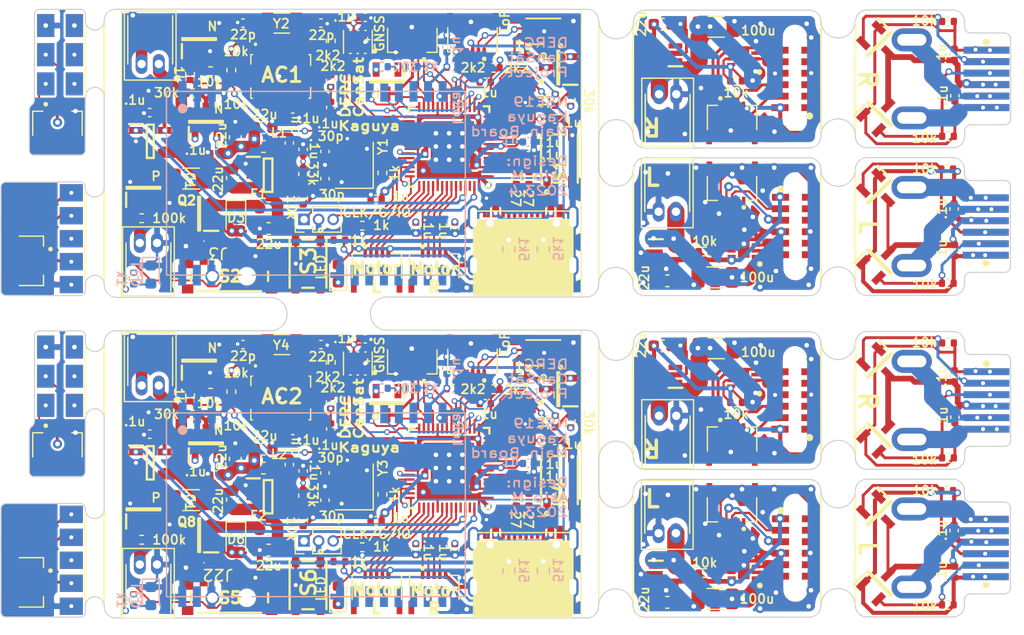
<source format=kicad_pcb>
(kicad_pcb (version 20211014) (generator pcbnew)
  (layers (0 "F.Cu" signal) (1 "In1.Cu" power) (2 "In2.Cu" power) (31 "B.Cu" signal) (34 "B.Paste" user) (35 "F.Paste" user) (36 "B.SilkS" user "B.Silkscreen") (37 "F.SilkS" user "F.Silkscreen") (38 "B.Mask" user) (39 "F.Mask" user) (44 "Edge.Cuts" user))
  (net 0 "")
  (net 2 "GND")
  (net 3 "+3V3")
  (net 4 "Net-(AC1-Pad4)")
  (net 7 "Net-(AC1-Pad9)")
  (net 11 "BNO085_INTN")
  (net 15 "I2C0_SCL")
  (net 16 "I2C0_SDA")
  (net 21 "Net-(AC1-Pad26)")
  (net 22 "Net-(AC1-Pad27)")
  (net 23 "XIN")
  (net 24 "Net-(C4-Pad2)")
  (net 25 "+1V1")
  (net 26 "+BATT")
  (net 27 "Net-(C22-Pad1)")
  (net 28 "Net-(C22-Pad2)")
  (net 29 "Net-(D1-Pad2)")
  (net 30 "VBUS")
  (net 31 "Net-(D2-Pad2)")
  (net 32 "/QSPI_SS")
  (net 33 "/QSPI_SD1")
  (net 34 "/QSPI_SD2")
  (net 35 "/QSPI_SD0")
  (net 36 "/QSPI_SCLK")
  (net 37 "/QSPI_SD3")
  (net 38 "MOE_RA")
  (net 39 "MOE_RB")
  (net 40 "MOE_LA")
  (net 41 "MOE_LB")
  (net 42 "Imonitor_Main")
  (net 43 "Net-(IC4-Pad3)")
  (net 44 "Net-(IC5-Pad4)")
  (net 46 "/3V3A")
  (net 48 "Net-(D3-Pad1)")
  (net 49 "M_RB")
  (net 50 "M_RA")
  (net 51 "/motor_R1")
  (net 52 "/motor_R2")
  (net 53 "/motor_L1")
  (net 54 "M_LB")
  (net 55 "M_LA")
  (net 56 "SWCLK")
  (net 57 "SWDIO")
  (net 58 "/motor_L2")
  (net 59 "I2C1_SCL")
  (net 60 "I2C1_SDA")
  (net 61 "GNSS_RX")
  (net 62 "GNSS_TX")
  (net 63 "Net-(Q1-Pad1)")
  (net 64 "ToF_VCC")
  (net 65 "GNSS_VCC")
  (net 66 "Vmonitor")
  (net 67 "Net-(R2-Pad1)")
  (net 68 "XOUT")
  (net 69 "/USB_BD_N")
  (net 70 "/USB_D_P")
  (net 71 "/USB_BD_P")
  (net 72 "/USB_D_N")
  (net 73 "LED")
  (net 74 "Nichrome")
  (net 75 "RUN")
  (net 78 "Net-(Q4-Pad3)")
  (net 79 "LORA_RX")
  (net 80 "LORA_TX")
  (net 81 "LORA_AUX")
  (net 82 "Net-(R5-Pad1)")
  (net 83 "Net-(R6-Pad1)")
  (net 100 "Net-(IC12-Pad7)")
  (net 101 "Net-(IC14-Pad7)")
  (net 102 "Net-(Q3-Pad1)")
  (net 104 "LORA_M0")
  (net 105 "LORA_M1")
  (net 107 "Net-(C15-Pad1)")
  (net 109 "Net-(Q5-Pad1)")
  (net 110 "Net-(Q6-Pad1)")
  (net 111 "Net-(J2-Pad1)")
  (net 112 "Net-(J3-Pad2)")
  (net 113 "Net-(J4-Pad3)")
  (net 114 "Net-(J5-Pad3)")
  (net 115 "/C_TOF_SDA")
  (net 116 "/C_TOF_SCL")
  (net 117 "/C_TOF_VCC")
  (net 118 "unconnected-(J17-Pad1)")
  (net 119 "unconnected-(J17-Pad3)")
  (net 120 "/C_GNSS_RX")
  (net 121 "/C_GNSS_TX")
  (net 122 "/C_GNSS_VCC")
  (net 123 "unconnected-(J19-Pad3)")
  (footprint "Resistor_SMD:R_0402_1005Metric" (layer "F.Cu") (at 136.45 105.705 -90)
    (fp_text reference "R42" hide)
    (fp_text value "2k2")
  )
  (footprint "Resistor_SMD:R_0402_1005Metric" (layer "F.Cu") (at 190.14562 98.818594 180)
    (fp_text reference "R27" hide)
    (fp_text value "10k")
  )
  (footprint "Capacitor_SMD:C_0402_1005Metric" (layer "F.Cu") (at 152.92 107.13 180)
    (fp_text reference "C38" hide)
    (fp_text value "100n")
  )
  (footprint "Capacitor_SMD:C_0402_1005Metric" (layer "F.Cu") (at 190.711758 106.886269 -90)
    (fp_text reference "C53" hide)
    (fp_text value "100n")
  )
  (footprint "SamacSys_Parts:SOT95P237X112-3N" (layer "F.Cu") (at 184.19562 90.818594 -45)
    (fp_text reference "IC8" hide)
    (fp_text value "DRV5013ADQDBZR" hide)
  )
  (footprint "Resistor_SMD:R_0402_1005Metric" (layer "F.Cu") (at 120 121.15 180)
    (fp_text reference "R44" hide)
    (fp_text value "100k")
  )
  (footprint "Capacitor_SMD:C_0603_1608Metric" (layer "F.Cu") (at 131.05 122.05 180)
    (fp_text reference "C49" hide)
    (fp_text value "22u")
  )
  (footprint "kaguya:HC-FPC-05-10-5RLTAG" (layer "F.Cu") (at 150.9375 106.66179 180)
    (fp_text reference "J23" hide)
    (fp_text value "ToF")
  )
  (footprint "Resistor_SMD:R_0402_1005Metric" (layer "F.Cu") (at 150.64 80.05 180)
    (fp_text reference "R16" hide)
    (fp_text value "2k2")
  )
  (footprint "SamacSys_Parts:SOT95P237X112-3N" (layer "F.Cu") (at 141.35 109.255 -90)
    (fp_text reference "Q12" hide)
    (fp_text value "IRLML6402" hide)
  )
  (footprint "tanekonsat:USB_typeC_t" (layer "F.Cu") (at 148.88 120.525)
    (fp_text reference "U4" hide)
    (fp_text value "USB_type_C")
  )
  (footprint "Capacitor_SMD:C_0603_1608Metric" (layer "F.Cu") (at 130.6 113.255)
    (fp_text reference "C62" hide)
    (fp_text value "22u")
  )
  (footprint "kaguya:JST ZH 2 Side" (layer "F.Cu") (at 163.4825 120.58)
    (fp_text reference "J34" hide)
    (fp_text value "JST ZH 2")
  )
  (footprint "kaguya:HC-FPC-05-10-5RLTAG" (layer "F.Cu") (at 143.3125 96.248211)
    (fp_text reference "J7" hide)
    (fp_text value "B2BR")
  )
  (footprint "SamacSys_Parts:SON50P300X200X60-9N" (layer "F.Cu") (at 153.3842 83.0764 -90)
    (fp_text reference "IC2" hide)
    (fp_text value "W25Q16JVUXIQ" hide)
  )
  (footprint "SamacSys_Parts:SOT95P237X112-3N" (layer "F.Cu") (at 125 92.75 180)
    (fp_text reference "Q2")
    (fp_text value "IRLML6402" hide)
  )
  (footprint "Capacitor_SMD:C_0402_1005Metric" (layer "F.Cu") (at 135.6 76.155)
    (fp_text reference "C23" hide)
    (fp_text value "22p")
  )
  (footprint "Resistor_SMD:R_0402_1005Metric" (layer "F.Cu") (at 147.05 80)
    (fp_text reference "R15" hide)
    (fp_text value "2k2")
  )
  (footprint "Resistor_SMD:R_0402_1005Metric" (layer "F.Cu") (at 126 108.35)
    (fp_text reference "R35" hide)
    (fp_text value "10k")
  )
  (footprint "Capacitor_SMD:C_0402_1005Metric" (layer "F.Cu") (at 190.761758 110.486269 90)
    (fp_text reference "C66" hide)
    (fp_text value "100n")
  )
  (footprint "SamacSys_Parts:BNO085" (layer "F.Cu") (at 132.1 80.805 90)
    (fp_text reference "AC1")
    (fp_text value "BNO085" hide)
  )
  (footprint "SamacSys_Parts:SSSS811101" (layer "F.Cu") (at 127.65 126.205)
    (fp_text reference "S5")
    (fp_text value "SSSS811101" hide)
  )
  (footprint "kaguya:motor" (layer "F.Cu") (at 186.99562 93.868594 90)
    (fp_text reference "M2" hide)
    (fp_text value "Motor_DC_L")
  )
  (footprint "Capacitor_SMD:C_0402_1005Metric" (layer "F.Cu") (at 153.65 114.505)
    (fp_text reference "C43" hide)
    (fp_text value "1u")
  )
  (footprint "SamacSys_Parts:SOT95P237X112-3N" (layer "F.Cu") (at 120.15 118.5 90)
    (fp_text reference "Q9" hide)
    (fp_text value "IRLML6402" hide)
  )
  (footprint "kaguya:HC-FPC-05-10-5RLTAG" (layer "F.Cu") (at 110.5225 83.83321)
    (fp_text reference "J16" hide)
    (fp_text value "ToF_C_P")
  )
  (footprint "SamacSys_Parts:RP2040TR7" (layer "F.Cu") (at 146.7542 114.905 -90)
    (fp_text reference "IC13" hide)
    (fp_text value "RP2040" hide)
  )
  (footprint "SamacSys_Parts:SMT_4.2X3.2_" (layer "F.Cu") (at 134.475 97.105 -90)
    (fp_text reference "S3")
    (fp_text value "SKRPACE010" hide)
  )
  (footprint "kaguya:GNSS_Flat" (layer "F.Cu") (at 113.88 90.936656 -90)
    (fp_text reference "J19" hide)
    (fp_text value "GNSS_C_T")
  )
  (footprint "Resistor_SMD:R_0402_1005Metric" (layer "F.Cu") (at 134.05 119.455 90)
    (fp_text reference "R54" hide)
    (fp_text value "10k")
  )
  (footprint "Capacitor_SMD:C_0402_1005Metric" (layer "F.Cu") (at 135.95 115.335 90)
    (fp_text reference "C33" hide)
    (fp_text value "30p")
  )
  (footprint "Capacitor_SMD:C_0402_1005Metric" (layer "F.Cu") (at 136.45 111.505 -90)
    (fp_text reference "C31" hide)
    (fp_text value "100n")
  )
  (footprint "SamacSys_Parts:SOT95P280X145-5N" (layer "F.Cu") (at 120.75 114.45)
    (fp_text reference "IC17" hide)
    (fp_text value "INA180A2IDBVR" hide)
  )
  (footprint "kaguya:motor" (layer "F.Cu") (at 187.011758 81.016269 -90)
    (fp_text reference "M1" hide)
    (fp_text value "Motor_DC_R")
  )
  (footprint "SamacSys_Parts:SOT95P237X112-3N" (layer "F.Cu") (at 156.25 80.03 180)
    (fp_text reference "Q5" hide)
    (fp_text value "IRLML6402" hide)
  )
  (footprint "Capacitor_SMD:C_0603_1608Metric" (layer "F.Cu") (at 165.74 126.6 180)
    (fp_text reference "C60" hide)
    (fp_text value "22u")
  )
  (footprint "Capacitor_SMD:C_0402_1005Metric" (layer "F.Cu") (at 135.6 104.155)
    (fp_text reference "C56" hide)
    (fp_text value "22p")
  )
  (footprint "Fuse:Fuse_0603_1608Metric" (layer "F.Cu") (at 131.05 92.25)
    (fp_text reference "F1")
    (fp_text value "BSMD0603-050-9V")
  )
  (footprint "SamacSys_Parts:SMT_4.2X3.2_" (layer "F.Cu") (at 156.35 87.955 90)
    (fp_text reference "S1")
    (fp_text value "SKRPACE010" hide)
  )
  (footprint "SamacSys_Parts:SMT_4.2X3.2_" (layer "F.Cu") (at 134.475 125.105 -90)
    (fp_text reference "S6")
    (fp_text value "SKRPACE010" hide)
  )
  (footprint "Inductor_SMD:L_0603_1608Metric" (layer "F.Cu") (at 130.5875 86.905 180)
    (fp_text reference "L1")
    (fp_text value "3.3u")
  )
  (footprint "SamacSys_Parts:SON50P200X200X80-9N" (layer "F.Cu") (at 172.352989 79.0225 180)
    (fp_text reference "IC12" hide)
    (fp_text value "DRV8837DSGR" hide)
  )
  (footprint "SamacSys_Parts:SSSS811101" (layer "F.Cu") (at 127.65 98.205)
    (fp_text reference "S2")
    (fp_text value "SSSS811101" hide)
  )
  (footprint "Resistor_SMD:R_0402_1005Metric" (layer "F.Cu") (at 127.8 108.255 90)
    (fp_text reference "R45" hide)
    (fp_text value "10k")
  )
  (footprint "Resistor_SMD:R_0402_1005Metric" (layer "F.Cu") (at 171.722989 109.1925 180)
    (fp_text reference "R55" hide)
    (fp_text value "10k")
  )
  (footprint "kaguya:Goertek SPL06-001" (layer "F.Cu") (at 140.060943 76.8 180)
    (fp_text reference "U3" hide)
    (fp_text value "Goertek_SPL06-001")
  )
  (footprint "Capacitor_SMD:C_0402_1005Metric" (layer "F.Cu") (at 190.711758 78.886269 -90)
    (fp_text reference "C20" hide)
    (fp_text value "100n")
  )
  (footprint "kaguya:ToF_Flat2" (layer "F.Cu") (at 114.15 109.45 90)
    (fp_text reference "J36" hide)
    (fp_text value "ToF_C_T")
  )
  (footprint "SamacSys_Parts:SOT95P237X112-3N" (layer "F.Cu") (at 156.25 108.03 180)
    (fp_text reference "Q11" hide)
    (fp_text value "IRLML6402" hide)
  )
  (footprint "SamacSys_Parts:SOT95P237X112-3N" (layer "F.Cu") (at 125.6 84.755 90)
    (fp_text reference "Q4" hide)
    (fp_text value "IRFML8244TRPBF" hide)
  )
  (footprint "LED_SMD:LED_0603_1608Metric" (layer "F.Cu") (at 137.1 97.955 90)
    (fp_text reference "D1" hide)
    (fp_text value "LED")
  )
  (footprint "Resistor_SMD:R_0402_1005Metric" (layer "F.Cu") (at 126.66 82.26)
    (fp_text reference "R19" hide)
    (fp_text value "10k")
  )
  (footprint "kaguya:encoder connector p-side" (layer "F.Cu") (at 176.892989 83.5225 90)
    (fp_text reference "J8" hide)
    (fp_text value "encoderR")
  )
  (footprint "SamacSys_Parts:SON50P200X200X80-9N" (layer "F.Cu") (at 172.39 95.7375 180)
    (fp_text reference "IC14" hide)
    (fp_text value "DRV8837DSGR" hide)
  )
  (footprint "Resistor_SMD:R_0402_1005Metric" (layer "F.Cu") (at 190.161758 76.016269)
    (fp_text reference "R25" hide)
    (fp_text value "10k")
  )
  (footprint "Capacitor_SMD:C_0402_1005Metric" (layer "F.Cu") (at 136.45 83.505 -90)
    (fp_text reference "C1" hide)
    (fp_text value "100n")
  )
  (footprint "Resistor_SMD:R_0402_1005Metric" (layer "F.Cu") (at 153.7 117.655 -90)
    (fp_text reference "R38" hide)
    (fp_text value "27")
  )
  (footprint "Crystal:Crystal_SMD_3225-4Pin_3.2x2.5mm" (layer "F.Cu") (at 138.5 116.545 90)
    (fp_text reference "Y3")
    (fp_text value "Crystal_GND24")
  )
  (footprint "kaguya:HC-FPC-05-10-5RLTAG" (layer "F.Cu") (at 145.7 78.705 180)
    (fp_text reference "J5" hide)
    (fp_text value "GNSS")
  )
  (footprint "kaguya:JST ZH 2 Side" (layer "F.Cu") (at 168.020489 110.3525 180)
    (fp_text reference "J29" hide)
    (fp_text value "JST ZH 2")
  )
  (footprint "kaguya:HC-FPC-05-10-5RLTAG" (layer "F.Cu") (at 173.5175 119.59679 180)
    (fp_text reference "J32" hide)
    (fp_text value "B2BL")
  )
  (footprint "Resistor_SMD:R_0402_1005Metric" (layer "F.Cu") (at 139.2 93.805 180)
    (fp_text reference "R9" hide)
    (fp_text value "1k")
  )
  (footprint "kaguya:HC-FPC-05-10-5RLTAG" (layer "F.Cu") (at 173.5175 91.59679 180)
    (fp_text reference "J13" hide)
    (fp_text value "B2BL")
  )
  (footprint "Resistor_SMD:R_0402_1005Metric" (layer "F.Cu") (at 127.8 80.255 90)
    (fp_text reference "R14" hide)
    (fp_text value "10k")
  )
  (footprint "Capacitor_SMD:C_0603_1608Metric" (layer "F.Cu") (at 128.15 114.105 90)
    (fp_text reference "C59" hide)
    (fp_text value "22u")
  )
  (footprint "Capacitor_SMD:C_0402_1005Metric" (layer "F.Cu") (at 152.92 79.13 180)
    (fp_text reference "C5" hide)
    (fp_text value "100n")
  )
  (footprint "Resistor_SMD:R_0402_1005Metric" (layer "F.Cu") (at 190.161758 104.016269)
    (fp_text reference "R56" hide)
    (fp_text value "10k")
  )
  (footprint "kaguya:encoder connector e-side" (layer "F.Cu") (at 193.511758 106.516269 -90)
    (fp_text reference "J30" hide)
    (fp_text value "encoderR")
  )
  (footprint "SamacSys_Parts:SOT95P280X100-6N" (layer "F.Cu") (at 131 117.405)
    (fp_text reference "IC18" hide)
    (fp_text value "AP62300TWU-7" hide)
  )
  (footprint "Resistor_SMD:R_0402_1005Metric" (layer "F.Cu") (at 134.05 89.305 90)
    (fp_text reference "R20" hide)
    (fp_text value "33.2k")
  )
  (footprint "SamacSys_Parts:BNO085" (layer "F.Cu") (at 132.1 108.805 90)
    (fp_text reference "AC2")
    (fp_text value "BNO085" hide)
  )
  (footprint "Capacitor_SMD:C_0603_1608Metric" (layer "F.Cu") (at 165.332989 76.2625)
    (fp_text reference "C34" hide)
    (fp_text value "22u")
  )
  (footprint "kaguya:HC-FPC-05-10-5RLTAG" (layer "F.Cu") (at 111.45679 122.7125 -90)
    (fp_text reference "J37" hide)
    (fp_text value "GNSS_C_P")
  )
  (footprint "Resistor_SMD:R_0402_1005Metric" (layer "F.Cu") (at 171.722989 81.1925 180)
    (fp_text reference "R24" hide)
    (fp_text value "10k")
  )
  (footprint "Capacitor_SMD:C_0402_1005Metric" (layer "F.Cu") (at 153.65 115.705)
    (fp_text reference "C45" hide)
    (fp_text value "100n")
  )
  (footprint "Resistor_SMD:R_0402_1005Metric" (layer "F.Cu") (at 190.09562 88.868594 180)
    (fp_text reference "R29" hide)
    (fp_text value "10k")
  )
  (footprint "Diode_SMD:D_SOD-323" (layer "F.Cu") (at 128.2 121.1 -90)
    (fp_text reference "D6")
    (fp_text value "CUS10S30")
  )
  (footprint "kaguya:HC-FPC-05-10-5RLTAG" (layer "F.Cu") (at 150.9375 78.66179 180)
    (fp_text reference "J4" hide)
    (fp_text value "ToF")
  )
  (footprint "SamacSys_Parts:SOT95P237X112-3N" (layer "F.Cu") (at 184.211758 112.066269 45)
    (fp_text reference "IC23" hide)
    (fp_text value "DRV5013ADQDBZR" hide)
  )
  (footprint "kaguya:ToF_Flat2" (layer "F.Cu") (at 114.15 81.45 90)
    (fp_text reference "J17" hide)
    (fp_text value "ToF_C_T")
  )
  (footprint "SamacSys_Parts:SOT95P237X112-3N" (layer "F.Cu") (at 120.15 90.5 90)
    (fp_text reference "Q3" hide)
    (fp_text value "IRLML6402" hide)
  )
  (footprint "Resistor_SMD:R_0402_1005Metric" (layer "F.Cu") (at 136.45 81.205 90)
    (fp_text reference "R12" hide)
    (fp_text value "2k2")
  )
  (footprint "SamacSys_Parts:SOT95P237X112-3N" (layer "F.Cu") (at 125 120.75 180)
    (fp_text reference "Q8")
    (fp_text value "IRLML6402" hide)
  )
  (footprint "Resistor_SMD:R_0402_1005Metric" (layer "F.Cu") (at 190.161758 86.016269)
    (fp_text reference "R28" hide)
    (fp_text value "10k")
  )
  (footprint "Capacitor_SMD:C_0402_1005Metric" (layer "F.Cu") (at 135.95 87.335 90)
    (fp_text reference "C3" hide)
    (fp_text value "30p")
  )
  (footprint "Capacitor_SMD:C_0402_1005Metric" (layer "F.Cu") (at 120.7 83.95 180)
    (fp_text reference "C24" hide)
    (fp_text value "100n")
  )
  (footprint "Capacitor_SMD:C_0402_1005Metric" (layer "F.Cu") (at 132.85 86.605 -90)
    (fp_text reference "C22" hide)
    (fp_text value "100n")
  )
  (footprint "SamacSys_Parts:SOT95P237X112-3N" (layer "F.Cu") (at 184.211758 77.966269 -45)
    (fp_text reference "IC9" hide)
    (fp_text value "DRV5013ADQDBZR" hide)
  )
  (footprint "Capacitor_SMD:C_0402_1005Metric" (layer "F.Cu") (at 147.25 122.005 -90)
    (fp_text reference "C42" hide)
    (fp_text value "1u")
  )
  (footprint "Capacitor_SMD:C_0402_1005Metric" (layer "F.Cu") (at 190.761758 82.486269 90)
    (fp_text reference "C36" hide)
    (fp_text value "100n")
  )
  (footprint "SamacSys_Parts:SOT95P237X112-3N" (layer "F.Cu") (at 125 105.55 90)
    (fp_text reference "Q7" hide)
    (fp_text value "IRFML8244TRPBF" hide)
  )
  (footprint "Capacitor_SMD:C_0603_1608Metric" (layer "F.Cu") (at 128.15 86.105 90)
    (fp_text reference "C26" hide)
    (fp_text value "22u")
  )
  (footprint "SamacSys_Parts:SOT95P280X145-5N" (layer "F.Cu") (at 120.75 86.45)
    (fp_text reference "IC4" hide)
    (fp_text value "INA180A2IDBVR" hide)
  )
  (footprint "Capacitor_SMD:C_0402_1005Metric" (layer "F.Cu") (at 133.15 84.355)
    (fp_text reference "C14" hide)
    (fp_text value "100n")
  )
  (footprint "Capacitor_SMD:C_0402_1005Metric" (layer "F.Cu") (at 149.9 109.305 180)
    (fp_text reference "C32" hide)
    (fp_text value "100n")
  )
  (footprint "Resistor_SMD:R_0402_1005Metric" (layer "F.Cu") (at 136.45 109.205 90)
    (fp_text reference "R43" hide)
    (fp_text value "2k2")
  )
  (footprint "Resistor_SMD:R_0402_1005Metric" (layer "F.Cu") (at 140.95 117.205 90)
    (fp_text reference "R34" hide)
    (fp_text value "1k")
  )
  (footprint "kaguya:GNSS_Flat" (layer "F.Cu") (at 113.88 118.936656 -90)
    (fp_text reference "J38" hide)
    (fp_text value "GNSS_C_T")
  )
  (footprint "kaguya:HC-FPC-05-10-5RLTAG" (layer "F.Cu") (at 111.45679 94.7125 -90)
    (fp_text reference "J18" hide)
    (fp_text value "GNSS_C_P")
  )
  (footprint "Resistor_SMD:R_1206_3216Metric" (layer "F.Cu") (at 124.3 117.7 180)
    (fp_text reference "R48" hide)
    (fp_text value "0.01")
  )
  (footprint "Capacitor_SMD:C_0402_1005Metric" (layer "F.Cu") (at 126.45 87.505 180)
    (fp_text reference "C25" hide)
    (fp_text value "100n")
  )
  (footprint "Capacitor_SMD:C_0402_1005Metric" (layer "F.Cu") (at 140.4 119.505 180)
    (fp_text reference "C41" hide)
    (fp_text value "100n")
  )
  (footprint "Crystal:Crystal_SMD_3215-2Pin_3.2x1.5mm" (layer "F.Cu") (at 132.2 104.155 180)
    (fp_text reference "Y4")
    (fp_text value "32.768kHz")
  )
  (footprint "SamacSys_Parts:SON50P300X200X60-9N" (layer "F.Cu") (at 153.3842 111.0764 -90)
    (fp_text reference "IC15" hide)
    (fp_text value "W25Q16JVUXIQ" hide)
  )
  (footprint "kaguya:encoder connector e-side" (layer "F.Cu") (at 193.511758 78.516269 -90)
    (fp_text reference "J11" hide)
    (fp_text value "encoderR")
  )
  (footprint "Capacitor_SMD:C_0402_1005Metric" (layer "F.Cu") (at 128.82 104.155 180)
    (fp_text reference "C54" hide)
    (fp_text value "22p")
  )
  (footprint "kaguya:HC-FPC-05-10-5RLTAG" (layer "F.Cu") (at 110.5225 111.83321)
    (fp_text reference "J35" hide)
    (fp_text value "ToF_C_P")
  )
  (footprint "Resistor_SMD:R_0402_1005Metric" (layer "F.Cu") (at 134.05 91.455 90)
    (fp_text reference "R23" hide)
    (fp_text value "10k")
  )
  (footprint "Capacitor_SMD:C_0402_1005Metric" (layer "F.Cu") (at 135.95 89.705 -90)
    (fp_text reference "C4" hide)
    (fp_text value "30p")
  )
  (footprint "Resistor_SMD:R_0402_1005Metric" (layer "F.Cu") (at 190.09562 116.868594 180)
    (fp_text reference "R60" hide)
    (fp_text value "10k")
  )
  (footprint "Resistor_SMD:R_1206_3216Metric" (layer "F.Cu") (at 124.3 89.7 180)
    (fp_text reference "R17" hide)
    (fp_text value "0.01")
  )
  (footprint "SamacSys_Parts:SMT_4.2X3.2_" (layer "F.Cu") (at 156.35 115.955 90)
    (fp_text reference "S4")
    (fp_text value "SKRPACE010" hide)
  )
  (footprint "Connector_PinHeader_1.27mm:PinHeader_1x03_P1.27mm_Vertical" (layer "F.Cu") (at 134.125 93.255 90)
    (fp_text reference "J1" hide)
    (fp_text value "Debug Port")
  )
  (footprint "Resistor_SMD:R_0402_1005Metric" (layer "F.Cu") (at 150.64 108.05 180)
    (fp_text reference "R47" hide)
    (fp_text value "2k2")
  )
  (footprint "Capacitor_SMD:C_0402_1005Metric" (layer "F.Cu") (at 147.25 94.005 -90)
    (fp_text reference "C9" hide)
    (fp_text value "1u")
  )
  (footprint "SamacSys_Parts:SOT95P237X112-3N" (layer "F.Cu") (at 141.35 81.255 -90)
    (fp_text reference "Q6" hide)
    (fp_text value "IRLML6402" hide)
  )
  (footprint "Capacitor_SMD:C_0402_1005Metric" (layer "F.Cu") (at 190.69562 92.348594 -90)
    (fp_text reference "C35" hide)
    (fp_text value "100n")
  )
  (footprint "Resistor_SMD:R_0402_1005Metric" (layer "F.Cu") (at 155.99 82.86 -90)
    (fp_text reference "R31" hide)
    (fp_text value "1k")
  )
  (footprint "SamacSys_Parts:SOT65P210X100-5N" (layer "F.Cu") (at 165.64 124.1)
    (fp_text reference "IC24" hide)
    (fp_text value "NJM2878F3-33-TE2" hide)
  )
  (footprint "Resistor_SMD:R_0402_1005Metric" (layer "F.Cu") (at 155.99 110.86 -90)
    (fp_text reference "R62" hide)
    (fp_text value "1k")
  )
  (footprint "Capacitor_SMD:C_0402_1005Metric" (layer "F.Cu") (at 143.85 94.005 -90)
    (fp_text reference "C11" hide)
    (fp_text value "100n")
  )
  (footprint "SamacSys_Parts:SOT95P237X112-3N" (layer "F.Cu") (at 125.6 112.755 90)
    (fp_text reference "Q10" hide)
    (fp_text value "IRFML8244TRPBF" hide)
  )
  (footprint "Resistor_SMD:R_0402_1005Metric" (layer "F.Cu") (at 126 80.35)
    (fp_text reference "R4" hide)
    (fp_text value "10k")
  )
  (footprint "LED_SMD:LED_0603_1608Metric" (layer "F.Cu") (at 137.1 125.955 90)
    (fp_text reference "D4" hide)
    (fp_text value "LED")
  )
  (footprint "Capacitor_SMD:C_0402_1005Metric" (layer "F.Cu") (at 190.74562 123.968594 90)
    (fp_text reference "C61" hide)
    (fp_text value "100n")
  )
  (footprint "Resistor_SMD:R_0402_1005Metric" (layer "F.Cu") (at 124.42 82.26)
    (fp_text reference "R18" hide)
    (fp_text value "30k")
  )
  (footprint "SamacSys_Parts:SOT95P237X112-3N" (layer "F.Cu") (at 184.19562 96.918594 45)
    (fp_text reference "IC7" hide)
    (fp_text value "DRV5013ADQDBZR" hide)
  )
  (footprint "Capacitor_SMD:C_0402_1005Metric" (layer "F.Cu") (at 153.65 86.505)
    (fp_text reference "C10" hide)
    (fp_text value "1u")
  )
  (footprint "SamacSys_Parts:SOT95P280X100-6N" (layer "F.Cu") (at 131 89.405)
    (fp_text reference "IC5" hide)
    (fp_text value "AP62300TWU-7" hide)
  )
  (footprint "kaguya:encoder connector e-side" (layer "F.Cu") (at 193.44562 96.368594 90)
    (fp_text reference "J12" hide)
    (fp_text value "encoderL")
  )
  (footprint "Resistor_SMD:R_0402_1005Metric" (layer "F.Cu") (at 136.45 77.705 -90)
    (fp_text reference "R11" hide)
    (fp_text value "2k2")
  )
  (footprint "Package_DFN_QFN:DFN-8-1EP_3x2mm_P0.5mm_EP1.36x1.46mm" (layer "F.Cu") (at 154.95 104.875 180)
    (fp_text reference "IC16" hide)
    (fp_text value "M24512-DFMC6TG")
  )
  (footprint "Resistor_SMD:R_0402_1005Metric" (layer "F.Cu") (at 124.21 108.6 90)
    (fp_text reference "R32" hide)
    (fp_text value "1k")
  )
  (footprint "Resistor_SMD:R_0402_1005Metric" (layer "F.Cu") (at 137.2 95.055)
    (fp_text reference "R2" hide)
    (fp_text value "1k")
  )
  (footprint "Capacitor_SMD:C_0402_1005Metric" (layer "F.Cu") (at 126.45 115.505 180)
    (fp_text reference "C58" hide)
    (fp_text value "100n")
  )
  (footprint "Capacitor_SMD:C_0402_1005Metric" (layer "F.Cu") (at 143.85 122.005 -90)
    (fp_text reference "C44" hide)
    (fp_text value "100n")
  )
  (footprint "Capacitor_SMD:C_0603_1608Metric" (layer "F.Cu") (at 127.9 89.655 90)
    (fp_text reference "C15" hide)
    (fp_text value "22u")
  )
  (footprint "Resistor_SMD:R_0402_1005Metric" (layer "F.Cu") (at 168.99 96.05)
    (fp_text reference "R26" hide)
    (fp_text value "10k")
  )
  (footprint "Capacitor_SMD:C_0402_1005Metric" (layer "F.Cu") (at 120.7 111.95 180)
    (fp_text reference "C57" hide)
    (fp_text value "100n")
  )
  (footprint "kaguya:JST ZH 2 Side" (layer "F.Cu") (at 168.020489 82.3525 180)
    (fp_text reference "J10" hide)
    (fp_text value "JST ZH 2")
  )
  (footprint "Capacitor_SMD:C_0402_1005Metric" (layer "F.Cu") (at 139.45 103.655)
    (fp_text reference "C51" hide)
    (fp_text value "100n")
  )
  (footprint "Resistor_SMD:R_0402_1005Metric" (layer "F.Cu") (at 153.7 89.655 -90)
    (fp_text reference "R7" hide)
    (fp_text value "27")
  )
  (footprint "Resistor_SMD:R_0402_1005Metric" (layer "F.Cu") (at 134.05 117.305 90)
    (fp_text reference "R51" hide)
    (fp_text value "33.2k")
  )
  (footprint "Resistor_SMD:R_0402_1005Metric" (layer "F.Cu") (at 157.33 110.85 90)
    (fp_text reference "R52" hide)
    (fp_text value "30k")
  )
  (footprint "Inductor_SMD:L_0603_1608Metric" (layer "F.Cu") (at 130.5875 114.905 180)
    (fp_text reference "L2")
    (fp_text value "3.3u")
  )
  (footprint "Capacitor_SMD:C_0603_1608Metric" (layer "F.Cu") (at 130.6 85.255)
    (fp_text reference "C29" hide)
    (fp_text value "22u")
  )
  (footprint "Resistor_SMD:R_0402_1005Metric" (layer "F.Cu") (at 147.05 108)
    (fp_text reference "R46" hide)
    (fp_text value "2k2")
  )
  (footprint "Diode_SMD:D_SOD-323" (layer "F.Cu") (at 128.2 93.1 -90)
    (fp_text reference "D3")
    (fp_text value "CUS10S30")
  )
  (footprint "Capacitor_SMD:C_0402_1005Metric" (layer "F.Cu") (at 153.65 87.705)
    (fp_text reference "C12" hide)
    (fp_text value "100n")
  )
  (footprint "Crystal:Crystal_SMD_3225-4Pin_3.2x2.5mm" (layer "F.Cu") (at 138.5 88.545 90)
    (fp_text reference "Y1")
    (fp_text value "Crystal_GND24")
  )
  (footprint "Capacitor_SMD:C_0603_1608Metric" (layer "F.Cu") (at 131.05 94.05 180)
    (fp_text reference "C16" hide)
    (fp_text value "22u")
  )
  (footprint "SamacSys_Parts:SOT65P210X100-5N" (layer "F.Cu") (at 165.64 96.1)
    (fp_text reference "IC11" hide)
    (fp_text value "NJM2878F3-33-TE2" hide)
  )
  (footprint "SamacSys_Parts:SOT95P237X112-3N" (layer "F.Cu") (at 184.19562 118.818594 -45)
    (fp_text reference "IC21" hide)
    (fp_text value "DRV5013ADQDBZR" hide)
  )
  (footprint "Capacitor_SMD:C_0402_1005Metric" (layer "F.Cu") (at 139.45 75.655)
    (fp_text reference "C18" hide)
    (fp_text value "100n")
  )
  (footprint "kaguya:JST ZH 2 Side" (layer "F.Cu") (at 122.8375 95.305 180)
    (fp_text reference "J3")
    (fp_text value "JST ZH 2")
  )
  (footprint "SamacSys_Parts:SON50P200X200X80-9N" (layer "F.Cu") (at 172.352989 107.0225 180)
    (fp_text reference "IC25" hide)
    (fp_text value "DRV8837DSGR" hide)
  )
  (footprint "Resistor_SMD:R_0402_1005Metric" (layer "F.Cu") (at 124.42 110.26)
    (fp_text reference "R49" hide)
    (fp_text value "30k")
  )
  (footprint "kaguya:HC-FPC-05-10-5RLTAG" (layer "F.Cu") (at 138.3125 124.248211)
    (fp_text reference "J25" hide)
    (fp_text value "B2BL")
  )
  (footprint "SamacSys_Parts:SOT95P237X112-3N" (layer "F.Cu") (at 184.19562 124.918594 45)
    (fp_text reference "IC20" hide)
    (fp_text value "DRV5013ADQDBZR" hide)
  )
  (footprint "SamacSys_Parts:SON50P200X200X80-9N" (layer "F.Cu") (at 172.39 123.7375 180)
    (fp_text reference "IC26" hide)
    (fp_text value "DRV8837DSGR" hide)
  )
  (footprint "kaguya:HC-FPC-05-10-5RLTAG" (layer "F.Cu") (at 145.7 106.705 180)
    (fp_text reference "J24" hide)
    (fp_text value "GNSS")
  )
  (footprint "Capacitor_SMD:C_0603_1608Metric" (layer "F.Cu") (at 165.74 98.6 180)
    (fp_text reference "C27" hide)
    (fp_text value "22u")
  )
  (footprint "Capacitor_SMD:C_0402_1005Metric" (layer "F.Cu") (at 190.74562 95.968594 90)
    (fp_text reference "C28" hide)
    (fp_text value "100n")
  )
  (footprint "Capacitor_SMD:C_0402_1005Metric" (layer "F.Cu") (at 140.4 91.505 180)
    (fp_text reference "C8" hide)
    (fp_text value "100n")
  )
  (footprint "Capacitor_SMD:C_0402_1005Metric" (layer "F.Cu") (at 134.05 115.155 90)
    (fp_text reference "C40" hide)
    (fp_text value "100n")
  )
  (footprint "kaguya:JST ZH 2 Side" (layer "F.Cu") (at 122.8375 123.305 180)
    (fp_text reference "J22")
    (fp_text value "JST ZH 2")
  )
  (footprint "Resistor_SMD:R_0402_1005Metric" (layer "F.Cu") (at 126.66 110.26)
    (fp_text reference "R50" hide)
    (fp_text value "10k")
  )
  (footprint "Resistor_SMD:R_0402_1005Metric" (layer "F.Cu") (at 190.161758 114.016269)
    (fp_text reference "R59" hide)
    (fp_text value "10k")
  )
  (footprint "Resistor_SMD:R_0402_1005Metric" (layer "F.Cu") (at 137.2 123.055)
    (fp_text reference "R33" hide)
    (fp_text value "1k")
  )
  (footprint "kaguya:JST ZH 2 Side" (layer "F.Cu") (at 118.4925 107.72)
    (fp_text reference "J21" hide)
    (fp_text value "JST ZH 2")
  )
  (footprint "SamacSys_Parts:SOT95P237X112-3N" (layer "F.Cu") (at 125 77.55 90)
    (fp_text reference "Q1" hide)
    (fp_text value "IRFML8244TRPBF" hide)
  )
  (footprint "Capacitor_SMD:C_1206_3216Metric" (layer "F.Cu") (at 169.992989 76.4725)
    (fp_text reference "C19" hide)
    (fp_text value "100u")
  )
  (footprint "Package_DFN_QFN:DFN-8-1EP_3x2mm_P0.5mm_EP1.36x1.46mm" (layer "F.Cu") (at 154.95 76.875 180)
    (fp_text reference "IC3" hide)
    (fp_text value "M24512-DFMC6TG")
  )
  (footprint "Resistor_SMD:R_0402_1005Metric" (layer "F.Cu") (at 157.33 82.85 90)
    (fp_text reference "R21" hide)
    (fp_text value "30k")
  )
  (footprint "Crystal:Crystal_SMD_3215-2Pin_3.2x1.5mm" (layer "F.Cu") (at 132.2 76.155 180)
    (fp_text reference "Y2")
    (fp_text value "32.768kHz")
  )
  (footprint "Capacitor_SMD:C_1206_3216Metric" (layer "F.Cu") (at 169.89 98.3 180)
    (fp_text reference "C30" hide)
    (fp_text value "100u")
  )
  (footprint "SamacSys_Parts:SOT65P210X100-5N" (layer "F.Cu") (at 165.542989 106.7925 180)
    (fp_text reference "IC19" hide)
    (fp_text value "NJM2878F3-33-TE2" hide)
  )
  (footprint "kaguya:encoder connector p-side" (layer "F.Cu") (at 176.892989 111.5225 90)
    (fp_text reference "J27" hide)
    (fp_text value "encoderR")
  )
  (footprint "kaguya:encoder connector p-side" (layer "F.Cu") (at 176.84 119.325 -90)
    (fp_text reference "J28" hide)
    (fp_text value "encoderL")
  )
  (footprint "Fuse:Fuse_0603_1608Metric" (layer "F.Cu") (at 131.05 120.25)
    (fp_text reference "F2")
    (fp_text value "BSMD0603-050-9V")
  )
  (footprint "kaguya:HC-FPC-05-10-5RLTAG" (layer "F.Cu") (at 169.225489 83.325711)
    (fp_text reference "J14" hide)
    (fp_text value "B2BR")
  )
  (footprint "kaguya:motor" (layer "F.Cu") (at 187.011758 109.016269 -90)
    (fp_text reference "M3" hide)
    (fp_text value "Motor_DC_R")
  )
  (footprint "Capacitor_SMD:C_0603_1608Metric" (layer "F.Cu") (at 127.9 117.655 90)
    (fp_text reference "C48" hide)
    (fp_text value "22u")
  )
  (footprint "Capacitor_SMD:C_1206_3216Metric" (layer "F.Cu") (at 169.992989 104.4725)
    (fp_text reference "C52" hide)
    (fp_text value "100u")
  )
  (footprint "Capacitor_SMD:C_0402_1005Metric" (layer "F.Cu") (at 190.69562 120.348594 -90)
    (fp_text reference "C65" hide)
    (fp_text value "100n")
  )
  (footprint "Capacitor_SMD:C_0402_1005Metric" (layer "F.Cu") (at 155.95 112.505)
    (fp_text reference "C46" hide)
    (fp_text value "100n")
  )
  (footprint "Capacitor_SMD:C_0402_1005Metric" (layer "F.Cu") (at 128.82 76.155 180)
    (fp_text reference "C21" hide)
    (fp_text value "22p")
  )
  (footprint "SamacSys_Parts:SOT65P210X100-5N" (layer "F.Cu") (at 165.542989 78.7925 180)
    (fp_text reference "IC6" hide)
    (fp_text value "NJM2878F3-33-TE2" hide)
  )
  (footprint "Capacitor_SMD:C_0402_1005Metric" (layer "F.Cu") (at 132.85 114.605 -90)
    (fp_text reference "C55" hide)
    (fp_text value "100n")
  )
  (footprint "kaguya:Goertek SPL06-001" (layer "F.Cu") (at 140.060943 104.8 180)
    (fp_text reference "U6" hide)
    (fp_text value "Goertek_SPL06-001")
  )
  (footprint "Resistor_SMD:R_0402_1005Metric" (layer "F.Cu") (at 168.99 124.05)
    (fp_text reference "R57" hide)
    (fp_text value "10k")
  )
  (footprint "tanekonsat:USB_typeC_t" (layer "F.Cu") (at 148.88 92.525)
    (fp_text reference "U1" hide)
    (fp_text value "USB_type_C")
  )
  (footprint "kaguya:HC-FPC-05-10-5RLTAG" (layer "F.Cu") (at 138.3125 96.248211)
    (fp_text reference "J6" hide)
    (fp_text value "B2BL")
  )
  (footprint "kaguya:HC-FPC-05-10-5RLTAG" (layer "F.Cu") (at 169.225489 111.325711)
    (fp_text reference "J33" hide)
    (fp_text value "B2BR")
  )
  (footprint "kaguya:encoder connector p-side" (layer "F.Cu") (at 176.84 91.325 -90)
    (fp_text reference "J9" hide)
    (fp_text value "encoderL")
  )
  (footprint "kaguya:JST ZH 2 Side" (layer "F.Cu") (at 163.4825 92.58)
    (fp_text reference "J15" hide)
    (fp_text value "JST ZH 2")
  )
  (footprint "Resistor_SMD:R_0402_1005Metric" (layer "F.Cu") (at 152.6 89.655 -90)
    (fp_text reference "R8" hide)
    (fp_text value "27")
  )
  (footprint "Resistor_SMD:R_0402_1005Metric" (layer "F.Cu") (at 140.95 89.205 90)
    (fp_text reference "R3" hide)
    (fp_text value "1k")
  )
  (footprint "Capacitor_SMD:C_0402_1005Metric" (layer "F.Cu") (at 134.05 87.155 90)
    (fp_text reference "C7" hide)
    (fp_text value "100n")
  )
  (footprint "SamacSys_Parts:SOT95P237X112-3N" (layer "F.Cu") (at 184.211758 105.966269 -45)
    (fp_text reference "IC22" hide)
    (fp_text value "DRV5013ADQDBZR" hide)
  )
  (footprint "Resistor_SMD:R_0402_1005Metric" (layer "F.Cu") (at 139.2 121.805 180)
    (fp_text reference "R40" hide)
    (fp_text value "1k")
  )
  (footprint "Resistor_SMD:R_0402_1005Metric" (layer "F.Cu") (at 120 93.15 180)
    (fp_text reference "R13" hide)
    (fp_text value "100k")
  )
  (footprint "kaguya:motor" (layer "F.Cu") (at 186.99562 121.868594 90)
    (fp_text reference "M4" hide)
    (fp_text value "Motor_DC_L")
  )
  (footprint "Capacitor_SMD:C_1206_3216Metric" (layer "F.Cu") (at 169.89 126.3 180)
    (fp_text reference "C63" hide)
    (fp_text value "100u")
  )
  (footprint "kaguya:HC-FPC-05-10-5RLTAG" (layer "F.Cu") (at 143.3125 124.248211)
    (fp_text reference "J26" hide)
    (fp_text value "B2BR")
  )
  (footprint "Connector_PinHeader_1.27mm:PinHeader_1x03_P1.27mm_Vertical" (layer "F.Cu") (at 134.125 121.255 90)
    (fp_text reference "J20" hide)
    (fp_text value "Debug Port")
  )
  (footprint "Capacitor_SMD:C_0402_1005Metric" (layer "F.Cu") (at 149.9 81.305 180)
    (fp_text reference "C2" hide)
    (fp_text value "100n")
  )
  (footprint "Capacitor_SMD:C_0402_1005Metric" (layer "F.Cu") (at 133.15 112.355)
    (fp_text reference "C47" hide)
    (fp_text value "100n")
  )
  (footprint "SamacSys_Parts:SOT95P237X112-3N" (layer "F.Cu") (at 184.211758 84.066269 45)
    (fp_text reference "IC10" hide)
    (fp_text value "DRV5013ADQDBZR" hide)
  )
  (footprint "Capacitor_SMD:C_0402_1005Metric" (layer "F.Cu") (at 155.95 84.505)
    (fp_text reference "C13" hide)
    (fp_text value "100n")
  )
  (footprint "Resistor_SMD:R_0402_1005Metric" (layer "F.Cu") (at 124.21 80.6 90)
    (fp_text reference "R1" hide)
    (fp_text value "1k")
  )
  (footprint "Capacitor_SMD:C_0603_1608Metric" (layer "F.Cu") (at 165.332989 104.2625)
    (fp_text reference "C64" hide)
    (fp_text value "22u")
  )
  (footprint "kaguya:encoder connector e-side" (layer "F.Cu") (at 193.44562 124.368594 90)
    (fp_text reference "J31" hide)
    (fp_text value "encoderL")
  )
  (footprint "SamacSys_Parts:RP2040TR7" (layer "F.Cu") (at 146.7542 86.905 -90)
    (fp_text reference "IC1" hide)
    (fp_text value "RP2040" hide)
  )
  (footprint "kaguya:JST ZH 2 Side" (layer "F.Cu") (at 118.4925 79.72)
    (fp_text reference "J2" hide)
    (fp_text value "JST ZH 2")
  )
  (footprint "Resistor_SMD:R_0402_1005Metric" (layer "F.Cu") (at 190.14562 126.818594 180)
    (fp_text reference "R58" hide)
    (fp_text value "10k")
  )
  (footprint "Capacitor_SMD:C_0402_1005Metric" (layer "F.Cu") (at 135.95 117.705 -90)
    (fp_text reference "C37" hide)
    (fp_text value "30p")
  )
  (footprint "Resistor_SMD:R_0402_1005Metric" (layer "F.Cu") (at 152.6 117.655 -90)
    (fp_text reference "R39" hide)
    (fp_text value "27")
  )
  (footprint "Capacitor_SMD:C_0402_1005Metric" (layer "B.Cu") (at 153.65 86.505)
    (fp_text reference "C6" hide)
    (fp_text value "100n")
  )
  (footprint "Resistor_SMD:R_0402_1005Metric" (layer "B.Cu") (at 143.5 107.955 180)
    (fp_text reference "R61" hide)
    (fp_text value "1k")
  )
  (footprint "LED_SMD:LED_0603_1608Metric" (layer "B.Cu") (at 120.8 126.055 -90)
    (fp_text reference "D5" hide)
    (fp_text value "LED")
  )
  (footprint "LED_SMD:LED_0603_1608Metric" (layer "B.Cu") (at 120.8 98.055 -90)
    (fp_text reference "D2" hide)
    (fp_text value "LED")
  )
  (footprint "Capacitor_SMD:C_0402_1005Metric" (layer "B.Cu") (at 146.55 78.225 90)
    (fp_text reference "C17" hide)
    (fp_text value "100n")
  )
  (footprint "Resistor_SMD:R_0603_1608Metric" (layer "B.Cu") (at 154.95 123.855 -90)
    (fp_text reference "R37" hide)
    (fp_text value "5.1k")
  )
  (footprint "Resistor_SMD:R_0603_1608Metric" (layer "B.Cu") (at 151.95 123.855 -90)
    (fp_text reference "R36" hide)
    (fp_text value "5.1k")
  )
  (footprint "Resistor_SMD:R_0402_1005Metric" (layer "B.Cu") (at 140.9 107.955)
    (fp_text reference "R53" hide)
    (fp_text value "30k")
  )
  (footprint "Resistor_SMD:R_0402_1005Metric" (layer "B.Cu") (at 119.3 126.405 -90)
    (fp_text reference "R41" hide)
    (fp_text value "1k")
  )
  (footprint "Resistor_SMD:R_0402_1005Metric" (layer "B.Cu") (at 140.9 79.955)
    (fp_text reference "R22" hide)
    (fp_text value "30k")
  )
  (footprint "Resistor_SMD:R_0603_1608Metric" (layer "B.Cu") (at 154.95 95.855 -90)
    (fp_text reference "R6" hide)
    (fp_text value "5.1k")
  )
  (footprint "Resistor_SMD:R_0402_1005Metric" (layer "B.Cu") (at 143.5 79.955 180)
    (fp_text reference "R30" hide)
    (fp_text value "1k")
  )
  (footprint "kaguya:E220-900T22S JP" (layer "B.Cu") (at 148.16 126.105 180)
    (fp_text reference "U5" hide)
    (fp_text value "E220-900T22S-JP")
  )
  (footprint "Capacitor_SMD:C_0402_1005Metric" (layer "B.Cu") (at 153.65 114.505)
    (fp_text reference "C39" hide)
    (fp_text value "100n")
  )
  (footprint "kaguya:E220-900T22S JP" (layer "B.Cu") (at 148.16 98.105 180)
    (fp_text reference "U2" hide)
    (fp_text value "E220-900T22S-JP")
  )
  (footprint "Resistor_SMD:R_0603_1608Metric" (layer "B.Cu") (at 151.95 95.855 -90)
    (fp_text reference "R5" hide)
    (fp_text value "5.1k")
  )
  (footprint "Resistor_SMD:R_0402_1005Metric" (layer "B.Cu") (at 119.3 98.405 -90)
    (fp_text reference "R10" hide)
    (fp_text value "1k")
  )
  (footprint "Capacitor_SMD:C_0402_1005Metric" (layer "B.Cu") (at 146.55 106.225 90)
    (fp_text reference "C50" hide)
    (fp_text value "100n")
  )
  (gr_line (start 116.75 110.3) (end 116.75 104.2) (layer "F.SilkS") (width 0.15))
  (gr_line (start 182.1 116.87) (end 182.1 126.81) (layer "F.SilkS") (width 0.15))
  (gr_line (start 158.26 74.978554) (end 158.24 99.9) (layer "F.SilkS") (width 0.1))
  (gr_line (start 162.79 88.73) (end 162.79 98.67) (layer "F.SilkS") (width 0.15))
  (gr_line (start 182.107989 75.9425) (end 182.097989 85.7725) (layer "F.SilkS") (width 0.15))
  (gr_line (start 159.77 76.31) (end 159.77 98.53) (layer "F.SilkS") (width 0.1))
  (gr_line (start 159.77 104.31) (end 159.77 126.53) (layer "F.SilkS") (width 0.1))
  (gr_line (start 162.79 116.73) (end 162.79 126.67) (layer "F.SilkS") (width 0.15))
  (gr_line (start 116.75 82.3) (end 116.75 76.2) (layer "F.SilkS") (width 0.15))
  (gr_line (start 116.75 98.55) (end 116.75 90.8) (layer "F.SilkS") (width 0.15))
  (gr_line (start 118.25 103.019277) (end 118.25 127.940723) (layer "F.SilkS") (width 0.1))
  (gr_line (start 179.107989 76.1225) (end 179.117989 85.7025) (layer "F.SilkS") (width 0.15))
  (gr_line (start 118.25 75.019277) (end 118.25 99.940723) (layer "F.SilkS") (width 0.1))
  (gr_line (start 182.1 88.87) (end 182.1 98.81) (layer "F.SilkS") (width 0.15))
  (gr_line (start 162.772989 104.3825) (end 162.782989 113.9625) (layer "F.SilkS") (width 0.15))
  (gr_line (start 115.1 82.35) (end 115.1 76.25) (layer "F.SilkS") (width 0.15))
  (gr_line (start 116.75 126.55) (end 116.75 118.8) (layer "F.SilkS") (width 0.15))
  (gr_line (start 158.26 102.978554) (end 158.24 127.9) (layer "F.SilkS") (width 0.1))
  (gr_line (start 115.1 98.5) (end 115.1 90.75) (layer "F.SilkS") (width 0.15))
  (gr_line (start 179.107989 104.1225) (end 179.117989 113.7025) (layer "F.SilkS") (width 0.15))
  (gr_line (start 182.107989 103.9425) (end 182.097989 113.7725) (layer "F.SilkS") (width 0.15))
  (gr_rect (start 149.015 93.275) (end 157.485 99.82) (layer "F.SilkS") (width 0.15) (fill solid))
  (gr_line (start 162.772989 76.3825) (end 162.782989 85.9625) (layer "F.SilkS") (width 0.15))
  (gr_line (start 115.1 110.35) (end 115.1 104.25) (layer "F.SilkS") (width 0.15))
  (gr_line (start 179.09 88.82) (end 179.09 98.76) (layer "F.SilkS") (width 0.15))
  (gr_line (start 179.09 116.82) (end 179.09 126.76) (layer "F.SilkS") (width 0.15))
  (gr_line (start 115.1 126.5) (end 115.1 118.75) (layer "F.SilkS") (width 0.15))
  (gr_rect (start 149.015 121.275) (end 157.485 127.82) (layer "F.SilkS") (width 0.15) (fill solid))
  (gr_line (start 195.608205 77.519822) (end 195.608205 84.512716) (layer "Edge.Cuts") (width 0.1))
  (gr_line (start 159.787989 86.0625) (end 159.79 88.88) (layer "Edge.Cuts") (width 0.1))
  (gr_line (start 141.345 100.01) (end 158.695 100.01) (layer "Edge.Cuts") (width 0.1))
  (gr_line (start 195.595621 90.368593) (end 195.595621 97.361487) (layer "Edge.Cuts") (width 0.1))
  (gr_arc (start 116.74 118.5) (mid 115.895101 119.302854) (end 115.09 118.46) (layer "Edge.Cuts") (width 0.1))
  (gr_line (start 191.588513 116.875701) (end 191.599173 117.365041) (layer "Edge.Cuts") (width 0.1))
  (gr_arc (start 190.597544 103.016269) (mid 191.304663 103.309147) (end 191.597544 104.016269) (layer "Edge.Cuts") (width 0.1))
  (gr_line (start 115.09 75.4) (end 115.1 75.92) (layer "Edge.Cuts") (width 0.1))
  (gr_line (start 108.19 89.996656) (end 114.66 89.996656) (layer "Edge.Cuts") (width 0.1))
  (gr_line (start 192.115311 105.012716) (end 195.108205 105.019822) (layer "Edge.Cuts") (width 0.1))
  (gr_arc (start 192.115311 77.012716) (mid 191.761809 76.866239) (end 191.615311 76.512716) (layer "Edge.Cuts") (width 0.1))
  (gr_line (start 195.608205 105.519822) (end 195.608205 112.512716) (layer "Edge.Cuts") (width 0.1))
  (gr_arc (start 107.75 118.436656) (mid 107.878889 118.125557) (end 108.19 117.996656) (layer "Edge.Cuts") (width 0.1))
  (gr_arc (start 117.76 100.04) (mid 117.048904 99.695668) (end 116.75 98.96) (layer "Edge.Cuts") (width 0.1))
  (gr_line (start 110.671127 103.401127) (end 110.671127 110.83) (layer "Edge.Cuts") (width 0.1))
  (gr_arc (start 115.1 99.446656) (mid 114.971143 99.757811) (end 114.66 99.886656) (layer "Edge.Cuts") (width 0.1))
  (gr_arc (start 190.588513 87.875701) (mid 191.295611 88.168599) (end 191.588513 88.875701) (layer "Edge.Cuts") (width 0.1))
  (gr_arc (start 195.595621 97.361487) (mid 195.44918 97.715056) (end 195.095621 97.861487) (layer "Edge.Cuts") (width 0.1))
  (gr_line (start 190.604651 87.009162) (end 183.104651 87.009162) (layer "Edge.Cuts") (width 0.1))
  (gr_line (start 183.111758 75.016269) (end 190.597544 75.016269) (layer "Edge.Cuts") (width 0.1))
  (gr_line (start 117.75 74.95) (end 158.75 74.95711) (layer "Edge.Cuts") (width 0.1))
  (gr_line (start 191.59562 126.368594) (end 191.59562 126.868594) (layer "Edge.Cuts") (width 0.1))
  (gr_arc (start 182.111758 104.016269) (mid 182.40466 103.309167) (end 183.111758 103.016269) (layer "Edge.Cuts") (width 0.1))
  (gr_line (start 183.102727 115.875701) (end 190.588513 115.875701) (layer "Edge.Cuts") (width 0.1))
  (gr_line (start 191.611758 85.516269) (end 191.604651 86.009162) (layer "Edge.Cuts") (width 0.1))
  (gr_arc (start 195.095621 117.868593) (mid 195.449163 118.015047) (end 195.595621 118.368593) (layer "Edge.Cuts") (width 0.1))
  (gr_arc (start 183.09562 127.868594) (mid 182.388502 127.575707) (end 182.09562 126.868594) (layer "Edge.Cuts") (width 0.1))
  (gr_line (start 192.099173 117.865041) (end 195.095621 117.868593) (layer "Edge.Cuts") (width 0.1))
  (gr_arc (start 110.671127 75.401127) (mid 110.799992 75.089992) (end 111.111127 74.961127) (layer "Edge.Cuts") (width 0.1))
  (gr_arc (start 115.1 127.446656) (mid 114.971143 127.757811) (end 114.66 127.886656) (layer "Edge.Cuts") (width 0.1))
  (gr_line (start 190.604651 115.009162) (end 183.104651 115.009162) (layer "Edge.Cuts") (width 0.1))
  (gr_arc (start 115.1 126.92) (mid 115.944899 126.117146) (end 116.75 126.96) (layer "Edge.Cuts") (width 0.1))
  (gr_arc (start 182.097989 103.9525) (mid 180.597989 105.4525) (end 179.097989 103.9525) (layer "Edge.Cuts") (width 0.1))
  (gr_arc (start 110.221127 111.721127) (mid 110.269566 111.497723) (end 110.4 111.31) (layer "Edge.Cuts") (width 0.1))
  (gr_arc (start 179.105489 113.995) (mid 180.605489 112.495) (end 182.105489 113.995) (layer "Edge.Cuts") (width 0.1))
  (gr_line (start 195.095621 125.861487) (end 192.09562 125.868594) (layer "Edge.Cuts") (width 0.1))
  (gr_arc (start 182.102727 116.875701) (mid 182.395622 116.168603) (end 183.102727 115.875701) (layer "Edge.Cuts") (width 0.1))
  (gr_line (start 178.102988 115.032501) (end 163.802988 115.032501) (layer "Edge.Cuts") (width 0.1))
  (gr_arc (start 191.59562 98.368594) (mid 191.74207 98.015052) (end 192.09562 97.868594) (layer "Edge.Cuts") (width 0.1))
  (gr_arc (start 162.802988 104.032501) (mid 163.09588 103.325389) (end 163.802988 103.032501) (layer "Edge.Cuts") (width 0.1))
  (gr_line (start 191.588513 88.875701) (end 191.599173 89.365041) (layer "Edge.Cuts") (width 0.1))
  (gr_line (start 110.66 87.67) (end 114.66 87.67) (layer "Edge.Cuts") (width 0.1))
  (gr_arc (start 114.66 89.996656) (mid 114.976082 90.134534) (end 115.09 90.46) (layer "Edge.Cuts") (width 0.1))
  (gr_arc (start 190.588513 115.875701) (mid 191.295611 116.168599) (end 191.588513 116.875701) (layer "Edge.Cuts") (width 0.1))
  (gr_line (start 115.09 103.4) (end 115.1 103.92) (layer "Edge.Cuts") (width 0.1))
  (gr_line (start 183.102727 87.875701) (end 190.588513 87.875701) (layer "Edge.Cuts") (width 0.1))
  (gr_line (start 195.595621 118.368593) (end 195.595621 125.361487) (layer "Edge.Cuts") (width 0.1))
  (gr_arc (start 191.604651 86.009162) (mid 191.311768 86.716276) (end 190.604651 87.009162) (layer "Edge.Cuts") (width 0.1))
  (gr_arc (start 195.608205 112.512716) (mid 195.461753 112.866261) (end 195.108205 113.012716) (layer "Edge.Cuts") (width 0.1))
  (gr_arc (start 115.09 115.23) (mid 114.961127 115.541127) (end 114.65 115.67) (layer "Edge.Cuts") (width 0.1))
  (gr_arc (start 192.099173 89.865041) (mid 191.745623 89.718587) (end 191.599173 89.365041) (layer "Edge.Cuts") (width 0.1))
  (gr_arc (start 191.611758 85.516269) (mid 191.758213 85.162721) (end 192.111758 85.016269) (layer "Edge.Cuts") (width 0.1))
  (gr_arc (start 179.105489 85.995) (mid 180.605489 84.495) (end 182.105489 85.995) (layer "Edge.Cuts") (width 0.1))
  (gr_arc (start 182.102727 88.875701) (mid 180.583649 90.356391) (end 179.09 88.85) (layer "Edge.Cuts") (width 0.1))
  (gr_arc (start 182.097989 75.9525) (mid 180.597989 77.4525) (end 179.097989 75.9525) (layer "Edge.Cuts") (width 0.1))
  (gr_arc (start 195.595621 125.361487) (mid 195.44918 125.715056) (end 195.095621 125.861487) (layer "Edge.Cuts") (width 0.1))
  (gr_arc (start 182.102727 88.875701) (mid 182.395622 88.168603) (end 183.102727 87.875701) (layer "Edge.Cuts") (width 0.1))
  (gr_arc (start 110.67 82.8) (mid 110.602242 83.083061) (end 110.42 83.31) (layer "Edge.Cuts") (width 0.1))
  (gr_line (start 108.19 117.996656) (end 114.66 117.996656) (layer "Edge.Cuts") (width 0.1))
  (gr_arc (start 183.09562 99.868594) (mid 182.388502 99.575707) (end 182.09562 98.868594) (layer "Edge.Cuts") (width 0.1))
  (gr_arc (start 178.0975 115.8925) (mid 178.804607 116.185393) (end 179.0975 116.8925) (layer "Edge.Cuts") (width 0.1))
  (gr_arc (start 115.105051 110.552882) (mid 115.95 109.749997) (end 116.755051 110.592882) (layer "Edge.Cuts") (width 0.1))
  (gr_arc (start 195.095621 89.868593) (mid 195.449163 90.015047) (end 195.595621 90.368593) (layer "Edge.Cuts") (width 0.1))
  (gr_line (start 114.66 99.886656) (end 108.191127 99.885529) (layer "Edge.Cuts") (width 0.1))
  (gr_line (start 192.099173 89.865041) (end 195.095621 89.868593) (layer "Edge.Cuts") (width 0.1))
  (gr_line (start 115.1 98.92) (end 115.1 99.446656) (layer "Edge.Cuts") (width 0.1))
  (gr_arc (start 183.104651 115.009162) (mid 182.397554 114.716255) (end 182.104651 114.009162) (layer "Edge.Cuts") (width 0.1))
  (gr_arc (start 192.115311 105.012716) (mid 191.761809 104.866239) (end 191.615311 104.512716) (layer "Edge.Cuts") (width 0.1))
  (gr_arc (start 110.66 87.67) (mid 110.348873 87.541127) (end 110.22 87.23) (layer "Edge.Cuts") (width 0.1))
  (gr_line (start 163.802988 75.032501) (end 178.102988 75.032501) (layer "Edge.Cuts") (width 0.1))
  (gr_arc (start 162.7975 116.8925) (mid 163.090393 116.185393) (end 163.7975 115.8925) (layer "Edge.Cuts") (width 0.1))
  (gr_arc (start 179.0975 126.8925) (mid 178.804607 127.599607) (end 178.0975 127.8925) (layer "Edge.Cuts") (width 0.1))
  (gr_arc (start 195.108205 77.019822) (mid 195.461783 77.166266) (end 195.608205 77.519822) (layer "Edge.Cuts") (width 0.1))
  (gr_line (start 191.597544 104.016269) (end 191.615311 104.512716) (layer "Edge.Cuts") (width 0.1))
  (gr_arc (start 108.191127 127.885529) (mid 107.880008 127.756661) (end 107.751127 127.445529) (layer "Edge.Cuts") (width 0.1))
  (gr_arc (start 179.0975 98.8925) (mid 178.804607 99.599607) (end 178.0975 99.8925) (layer "Edge.Cuts") (width 0.1))
  (gr_line (start 110.671127 75.401127) (end 110.671127 82.83) (layer "Edge.Cuts") (width 0.1))
  (gr_line (start 117.75 102.95) (end 131.2 102.95) (layer "Edge.Cuts") (width 0.1))
  (gr_arc (start 159.787989 114.0625) (mid 161.287989 112.5625) (end 162.787989 114.0625) (layer "Edge.Cuts") (width 0.1))
  (gr_arc (start 192.099173 117.865041) (mid 191.745623 117.718587) (end 191.599173 117.365041) (layer "Edge.Cuts") (width 0.1))
  (gr_line (start 163.802988 103.032501) (end 178.102988 103.032501) (layer "Edge.Cuts") (width 0.1))
  (gr_arc (start 159.75 98.957893) (mid 159.440822 99.702869) (end 158.695 100.01) (layer "Edge.Cuts") (width 0.1))
  (gr_line (start 107.751127 127.445529) (end 107.75 118.436656) (layer "Edge.Cuts") (width 0.1))
  (gr_arc (start 116.75 103.96) (mid 117.039367 103.246467) (end 117.75 102.95) (layer "Edge.Cuts") (width 0.1))
  (gr_arc (start 178.102988 75.032501) (mid 178.810102 75.32539) (end 179.102988 76.032501) (layer "Edge.Cuts") (width 0.1))
  (gr_arc (start 159.787989 86.0625) (mid 161.287989 84.5625) (end 162.787989 86.0625) (layer "Edge.Cuts") (width 0.1))
  (gr_line (start 110.22 115.23) (end 110.22 111.73) (layer "Edge.Cuts") (width 0.1))
  (gr_line (start 191.59562 98.368594) (end 191.59562 98.868594) (layer "Edge.Cuts") (width 0.1))
  (gr_arc (start 159.7525 98.9275) (mid 161.27265 97.423688) (end 162.76 98.96) (layer "Edge.Cuts") (width 0.1))
  (gr_arc (start 182.102727 116.875701) (mid 180.583649 118.356391) (end 179.09 116.85) (layer "Edge.Cuts") (width 0.1))
  (gr_arc (start 110.671127 103.401127) (mid 110.799992 103.089992) (end 111.111127 102.961127) (layer "Edge.Cuts") (width 0.1))
  (gr_arc (start 110.66 115.67) (mid 110.348873 115.541127) (end 110.22 115.23) (layer "Edge.Cuts") (width 0.1))
  (gr_arc (start 114.66 117.996656) (mid 114.976082 118.134534) (end 115.09 118.46) (layer "Edge.Cuts") (width 0.1))
  (gr_line (start 183.111758 103.016269) (end 190.597544 103.016269) (layer "Edge.Cuts") (width 0.1))
  (gr_line (start 195.108205 85.012716) (end 192.111758 85.016269) (layer "Edge.Cuts") (width 0.1))
  (gr_line (start 195.095621 97.861487) (end 192.09562 97.868594) (layer "Edge.Cuts") (width 0.1))
  (gr_arc (start 110.221127 83.721127) (mid 110.269566 83.497723) (end 110.4 83.31) (layer "Edge.Cuts") (width 0.1))
  (gr_line (start 190.59562 99.868594) (end 183.09562 99.868594) (layer "Edge.Cuts") (width 0.1))
  (gr_arc (start 179.0975 126.8925) (mid 180.5975 125.3925) (end 182.0975 126.8925) (layer "Edge.Cuts") (width 0.1))
  (gr_arc (start 162.802988 104.032501) (mid 161.285499 105.527606) (end 159.787989 104.0125) (layer "Edge.Cuts") (width 0.1))
  (gr_line (start 111.111127 102.961127) (end 114.68 102.96) (layer "Edge.Cuts") (width 0.1))
  (gr_arc (start 195.108205 105.019822) (mid 195.461783 105.166266) (end 195.608205 105.519822) (layer "Edge.Cuts") (width 0.1))
  (gr_arc (start 191.59562 98.868594) (mid 191.30273 99.575712) (end 190.59562 99.868594) (layer "Edge.Cuts") (width 0.1))
  (gr_line (start 191.597544 76.016269) (end 191.615311 76.512716) (layer "Edge.Cuts") (width 0.1))
  (gr_arc (start 163.802988 115.032501) (mid 163.095889 114.739604) (end 162.802988 114.032501) (layer "Edge.Cuts") (width 0.1))
  (gr_line (start 163.7975 115.8925) (end 178.0975 115.8925) (layer "Edge.Cuts") (width 0.1))
  (gr_line (start 163.7975 87.8925) (end 178.0975 87.8925) (layer "Edge.Cuts") (width 0.1))
  (gr_arc (start 116.75 103.96) (mid 115.905101 104.762854) (end 115.1 103.92) (layer "Edge.Cuts") (width 0.1))
  (gr_line (start 111.111127 74.961127) (end 114.68 74.96) (layer "Edge.Cuts") (width 0.1))
  (gr_arc (start 158.75 74.95711) (mid 159.457103 75.250004) (end 159.75 75.95711) (layer "Edge.Cuts") (width 0.1))
  (gr_arc (start 117.75 127.96) (mid 117.042893 127.667107) (end 116.75 126.96) (layer "Edge.Cuts") (width 0.1))
  (gr_arc (start 163.76 99.89) (mid 163.052893 99.597107) (end 162.76 98.89) (layer "Edge.Cuts") (width 0.1))
  (gr_arc (start 110.67 110.8) (mid 110.602242 111.083061) (end 110.42 111.31) (layer "Edge.Cuts") (width 0.1))
  (gr_line (start 191.611758 113.516269) (end 191.604651 114.009162) (layer "Edge.Cuts") (width 0.1))
  (gr_arc (start 158.76 102.9) (mid 159.49165 103.255129) (end 159.787989 104.0125) (layer "Edge.Cuts") (width 0.1))
  (gr_line (start 195.108205 113.012716) (end 192.111758 113.016269) (layer "Edge.Cuts") (width 0.1))
  (gr_arc (start 159.75 126.957893) (mid 159.457109 127.665004) (end 158.75 127.957893) (layer "Edge.Cuts") (width 0.1))
  (gr_arc (start 163.802988 87.032501) (mid 163.095889 86.739604) (end 162.802988 86.032501) (layer "Edge.Cuts") (width 0.1))
  (gr_line (start 116.74 110.592882) (end 116.74 118.5) (layer "Edge.Cuts") (width 0.1))
  (gr_arc (start 163.76 127.89) (mid 163.052893 127.597107) (end 162.76 126.89) (layer "Edge.Cuts") (width 0.1))
  (gr_line (start 107.751127 99.445529) (end 107.75 90.436656) (layer "Edge.Cuts") (width 0.1))
  (gr_arc (start 178.102988 103.032501) (mid 178.810102 103.32539) (end 179.102988 104.032501) (layer "Edge.Cuts") (width 0.1))
  (gr_arc (start 190.597544 75.016269) (mid 191.304663 75.309147) (end 191.597544 76.016269) (layer "Edge.Cuts") (width 0.1))
  (gr_arc (start 162.802988 76.032501) (mid 163.09588 75.325389) (end 163.802988 75.032501) (layer "Edge.Cuts") (width 0.1))
  (gr_arc (start 183.104651 87.009162) (mid 182.397554 86.716255) (end 182.104651 86.009162) (layer "Edge.Cuts") (width 0.1))
  (gr_arc (start 131.2 100.05) (mid 132.65 101.5) (end 131.2 102.95) (layer "Edge.Cuts") (width 0.1))
  (gr_arc (start 115.09 87.23) (mid 114.961127 87.541127) (end 114.65 87.67) (layer "Edge.Cuts") (width 0.1))
  (gr_arc (start 141.35 102.9) (mid 139.9 101.45) (end 141.35 100) (layer "Edge.Cuts") (width 0.1))
  (gr_line (start 190.59562 127.868594) (end 183.09562 127.868594) (layer "Edge.Cuts") (width 0.1))
  (gr_line (start 117.75 100.05) (end 131.2 100.05) (layer "Edge.Cuts") (width 0.1))
  (gr_arc (start 115.105051 82.552882) (mid 115.95 81.749997) (end 116.755051 82.592882) (layer "Edge.Cuts") (width 0.1))
  (gr_arc (start 182.111758 76.016269) (mid 182.40466 75.309167) (end 183.111758 75.016269) (layer "Edge.Cuts") (width 0.1))
  (gr_arc (start 114.65 74.96) (mid 114.961127 75.088873) (end 115.09 75.4) (layer "Edge.Cuts") (width 0.1))
  (gr_arc (start 179.102988 86.032501) (mid 178.810094 86.739603) (end 178.102988 87.032501) (layer "Edge.Cuts") (width 0.1))
  (gr_line (start 178.0975 127.8925) (end 163.76 127.89) (layer "Edge.Cuts") (width 0.1))
  (gr_arc (start 162.7975 88.8925) (mid 163.090393 88.185393) (end 163.7975 87.8925) (layer "Edge.Cuts") (width 0.1))
  (gr_arc (start 114.65 102.96) (mid 114.961127 103.088873) (end 115.09 103.4) (layer "Edge.Cuts") (width 0.1))
  (gr_arc (start 107.75 90.436656) (mid 107.878889 90.125557) (end 108.19 89.996656) (layer "Edge.Cuts") (width 0.1))
  (gr_line (start 117.74 127.96) (end 158.75 127.957893) (layer "Edge.Cuts") (width 0.1))
  (gr_line (start 178.102988 87.032501) (end 163.802988 87.032501) (layer "Edge.Cuts") (width 0.1))
  (gr_arc (start 115.1 98.92) (mid 115.944899 98.117146) (end 116.75 98.96) (layer "Edge.Cuts") (width 0.1))
  (gr_line (start 115.1 82.535) (end 115.09 87.23) (layer "Edge.Cuts") (width 0.1))
  (gr_arc (start 191.611758 113.516269) (mid 191.758213 113.162721) (end 192.111758 113.016269) (layer "Edge.Cuts") (width 0.1))
  (gr_line (start 178.0975 99.8925) (end 163.76 99.89) (layer "Edge.Cuts") (width 0.1))
  (gr_arc (start 191.59562 126.368594) (mid 191.74207 126.015052) (end 192.09562 125.868594) (layer "Edge.Cuts") (width 0.1))
  (gr_arc (start 191.604651 114.009162) (mid 191.311768 114.716276) (end 190.604651 115.009162) (layer "Edge.Cuts") (width 0.1))
  (gr_arc (start 116.75 75.96) (mid 115.905101 76.762854) (end 115.1 75.92) (layer "Edge.Cuts") (width 0.1))
  (gr_arc (start 116.74 90.5) (mid 115.895101 91.302854) (end 115.09 90.46) (layer "Edge.Cuts") (width 0.1))
  (gr_arc (start 116.75 75.96) (mid 117.039367 75.246467) (end 117.75 74.95) (layer "Edge.Cuts") (width 0.1))
  (gr_arc (start 191.59562 126.868594) (mid 191.30273 127.575712) (end 190.59562 127.868594) (layer "Edge.Cuts") (width 0.1))
  (gr_arc (start 108.191127 99.885529) (mid 107.880008 99.756661) (end 107.751127 99.445529) (layer "Edge.Cuts") (width 0.1))
  (gr_arc (start 162.79 88.88) (mid 161.29 90.38) (end 159.79 88.88) (layer "Edge.Cuts") (width 0.1))
  (gr_arc (start 179.0975 98.8925) (mid 180.5975 97.3925) (end 182.0975 98.8925) (layer "Edge.Cuts") (width 0.1))
  (gr_line (start 110.66 115.67) (end 114.66 115.67) (layer "Edge.Cuts") (width 0.1))
  (gr_line (start 114.66 127.886656) (end 108.191127 127.885529) (layer "Edge.Cuts") (width 0.1))
  (gr_arc (start 195.608205 84.512716) (mid 195.461753 84.866261) (end 195.108205 85.012716) (layer "Edge.Cuts") (width 0.1))
  (gr_arc (start 162.79 116.88) (mid 161.29 118.38) (end 159.79 116.88) (layer "Edge.Cuts") (width 0.1))
  (gr_line (start 159.787989 114.0625) (end 159.79 116.88) (layer "Edge.Cuts") (width 0.1))
  (gr_line (start 110.22 87.23) (end 110.22 83.73) (layer "Edge.Cuts") (width 0.1))
  (gr_arc (start 162.802988 76.032501) (mid 161.285499 77.527606) (end 159.787989 76.0125) (layer "Edge.Cuts") (width 0.1))
  (gr_line (start 141.41 102.9) (end 158.76 102.9) (layer "Edge.Cuts") (width 0.1))
  (gr_arc (start 178.0975 87.8925) (mid 178.804607 88.185393) (end 179.0975 88.8925) (layer "Edge.Cuts") (width 0.1))
  (gr_arc (start 159.7525 126.9275) (mid 161.27265 125.423688) (end 162.76 126.96) (layer "Edge.Cuts") (width 0.1))
  (gr_line (start 115.1 126.92) (end 115.1 127.446656) (layer "Edge.Cuts") (width 0.1))
  (gr_arc (start 179.102988 114.032501) (mid 178.810094 114.739603) (end 178.102988 115.032501) (layer "Edge.Cuts") (width 0.1))
  (gr_line (start 192.115311 77.012716) (end 195.108205 77.019822) (layer "Edge.Cuts") (width 0.1))
  (gr_line (start 115.1 110.535) (end 115.09 115.23) (layer "Edge.Cuts") (width 0.1))
  (gr_line (start 116.74 82.592882) (end 116.74 90.5) (layer "Edge.Cuts") (width 0.1))
  (gr_text "DERC\nCanSat\nProject\n\nNSE19\nKaguya\nMain Board\n\nDesign:\nAkio M\n2023.4" (at 157.23 84.31) (layer "B.SilkS") (effects (font (size 0.8 1)) (justify left mirror)))
  (gr_text "DERC\nCanSat\nProject\n\nNSE19\nKaguya\nMain Board\n\nDesign:\nAkio M\n2023.4" (at 157.23 112.31) (layer "B.SilkS") (effects (font (size 0.8 1)) (justify left mirror)))
  (gr_text "CanSat" (at 138.89 109.75 90) (layer "F.SilkS") (effects (font (size 0.8 1) (thickness 0.2))))
  (gr_text "L" (at 164.44 117.6) (layer "F.SilkS") (effects (font (size 1.5 1.5) (thickness 0.3))))
  (gr_text "CLK/G/IO" (at 140.45 92.65) (layer "F.SilkS") (effects (font (size 0.8 0.8))))
  (gr_text "R" (at 164.387989 85.1625 180) (layer "F.SilkS") (effects (font (size 1.5 1.5) (thickness 0.3))))
  (gr_text "DERC" (at 137.74 82.45 90) (layer "F.SilkS") (effects (font (size 0.8 1) (thickness 0.2))))
  (gr_text "L" (at 164.44 89.6) (layer "F.SilkS") (effects (font (size 1.5 1.5) (thickness 0.3))))
  (gr_text "CLK/G/IO" (at 140.45 120.65) (layer "F.SilkS") (effects (font (size 0.8 0.8))))
  (gr_text "GNSS" (at 140.7 105.05 90) (layer "F.SilkS") (effects (font (size 0.8 0.8))))
  (gr_text "Kaguya" (at 139.8 85.12) (layer "F.SilkS") (effects (font (size 0.8 1) (thickness 0.2))))
  (gr_text "L" (at 183.19562 121.918594 270) (layer "F.SilkS") (effects (font (size 1.5 1.5) (thickness 0.3))))
  (gr_text "ToF" (at 151.6 76.05 90) (layer "F.SilkS") (effects (font (size 0.8 0.8))))
  (gr_text "R" (at 183.161758 81.066269 270) (layer "F.SilkS") (effects (font (size 1.5 1.5) (thickness 0.3))))
  (gr_text "Motor\nR" (at 145.45 126.35) (layer "F.SilkS") (effects (font (size 1 1) (thickness 0.25))))
  (gr_text "CanSat" (at 138.89 81.75 90) (layer "F.SilkS") (effects (font (size 0.8 1) (thickness 0.2))))
  (gr_text "Motor\nL" (at 140.4 126.3) (layer "F.SilkS") (effects (font (size 1 1) (thickness 0.25))))
  (gr_text "GNSS" (at 140.7 77.05 90) (layer "F.SilkS") (effects (font (size 0.8 0.8))))
  (gr_text "ToF" (at 151.6 104.05 90) (layer "F.SilkS") (effects (font (size 0.8 0.8))))
  (gr_text "Motor\nR" (at 145.45 98.35) (layer "F.SilkS") (effects (font (size 1 1) (thickness 0.25))))
  (gr_text "L" (at 183.19562 93.918594 270) (layer "F.SilkS") (effects (font (size 1.5 1.5) (thickness 0.3))))
  (gr_text "DERC" (at 137.74 110.45 90) (layer "F.SilkS") (effects (font (size 0.8 1) (thickness 0.2))))
  (gr_text "Kaguya" (at 139.8 113.12) (layer "F.SilkS") (effects (font (size 0.8 1) (thickness 0.2))))
  (gr_text "R" (at 183.161758 109.066269 270) (layer "F.SilkS") (effects (font (size 1.5 1.5) (thickness 0.3))))
  (gr_text "R" (at 164.387989 113.1625 180) (layer "F.SilkS") (effects (font (size 1.5 1.5) (thickness 0.3))))
  (gr_text "Motor\nL" (at 140.4 98.3) (layer "F.SilkS") (effects (font (size 1 1) (thickness 0.25))))
  (segment (start 152.6342 110.3264) (end 153.3842 111.0764) (width 0.25) (layer "F.Cu") (net 2))
  (segment (start 155.02 104.875) (end 156.445 104.875) (width 0.25) (layer "F.Cu") (net 2))
  (segment (start 166.442989 106.7925) (end 167.292989 106.7925) (width 0.25) (layer "F.Cu") (net 2))
  (segment (start 175.641189 94.326811) (end 175.591811 94.326811) (width 0.35) (layer "F.Cu") (net 2))
  (segment (start 130.275 96.08) (end 129.9 96.455) (width 0.5) (layer "F.Cu") (net 2))
  (segment (start 134.151112 91.965) (end 134.05 91.965) (width 0.35) (layer "F.Cu") (net 2))
  (segment (start 143.065 78.705) (end 142.565 78.705) (width 0.25) (layer "F.Cu") (net 2))
  (segment (start 163.765489 96.274511) (end 163.990489 96.049511) (width 0.35) (layer "F.Cu") (net 2))
  (segment (start 170.3825 117.8575) (end 170.3825 119.0925) (width 0.2) (layer "F.Cu") (net 2))
  (segment (start 191.332257 81.41577) (end 190.761758 81.986269) (width 0.5) (layer "F.Cu") (net 2))
  (segment (start 139.93 103.655) (end 139.93 103.685) (width 0.25) (layer "F.Cu") (net 2))
  (segment (start 166.842989 104.2625) (end 166.872989 104.2325) (width 0.35) (layer "F.Cu") (net 2))
  (segment (start 133.63 112.355) (end 133.65 112.355) (width 0.16) (layer "F.Cu") (net 2))
  (segment (start 157.425 104.125) (end 156.45 104.125) (width 0.25) (layer "F.Cu") (net 2))
  (segment (start 139.95 119.1) (end 139.95 119.475) (width 0.35) (layer "F.Cu") (net 2))
  (segment (start 137.12 83.985) (end 137.125 83.98) (width 0.35) (layer "F.Cu") (net 2))
  (segment (start 157.425 76.125) (end 156.45 76.125) (width 0.25) (layer "F.Cu") (net 2))
  (segment (start 157.43 113.88) (end 157.425 113.88) (width 0.35) (layer "F.Cu") (net 2))
  (segment (start 127.14 110.26) (end 127.195 110.205) (width 0.25) (layer "F.Cu") (net 2))
  (segment (start 111.45679 125.3475) (end 111.45679 125.8475) (width 0.25) (layer "F.Cu") (net 2))
  (segment (start 169.19321 119.59679) (end 169.04 119.75) (width 0.2) (layer "F.Cu") (net 2))
  (segment (start 139.95 91.475) (end 139.92 91.505) (width 0.35) (layer "F.Cu") (net 2))
  (segment (start 134.71275 109.055) (end 132.2 109.055) (width 0.25) (layer "F.Cu") (net 2))
  (segment (start 178.19 122.325) (end 178.19 122.3) (width 0.35) (layer "F.Cu") (net 2))
  (segment (start 190.761758 79.568189) (end 190.761758 79.396269) (width 0.5) (layer "F.Cu") (net 2))
  (segment (start 128.34 104.115) (end 128.35 104.105) (width 0.25) (layer "F.Cu") (net 2))
  (segment (start 128.34 76.115) (end 128.35 76.105) (width 0.25) (layer "F.Cu") (net 2))
  (segment (start 135.95 117.225) (end 135.95 115.815) (width 0.5) (layer "F.Cu") (net 2))
  (segment (start 136.13 76.205) (end 136.08 76.155) (width 0.25) (layer "F.Cu") (net 2))
  (segment (start 186.970773 79.116269) (end 185.361758 79.116269) (width 0.5) (layer "F.Cu") (net 2))
  (segment (start 163.765489 124.274511) (end 163.990489 124.049511) (width 0.35) (layer "F.Cu") (net 2))
  (segment (start 126.51 79.16) (end 125.95 78.6) (width 0.2) (layer "F.Cu") (net 2))
  (segment (start 125.97 115.505) (end 125.97 115.868304) (width 0.5) (layer "F.Cu") (net 2))
  (segment (start 128.15 85.33) (end 128.15 84.75) (width 0.35) (layer "F.Cu") (net 2))
  (segment (start 139.780943 78.085943) (end 139.780943 78.6) (width 0.2) (layer "F.Cu") (net 2))
  (segment (start 175.59 94.325) (end 174.077989 94.325) (width 0.35) (layer "F.Cu") (net 2))
  (segment (start 170.3825 119.59679) (end 170.3825 119.022768) (width 0.2) (layer "F.Cu") (net 2))
  (segment (start 149.42 81.244945) (end 149.42 81.305) (width 0.35) (layer "F.Cu") (net 2))
  (segment (start 185.62562 95.488594) (end 190.74562 95.488594) (width 0.5) (layer "F.Cu") (net 2))
  (segment (start 149.489445 81.1755) (end 149.42 81.244945) (width 0.35) (layer "F.Cu") (net 2))
  (segment (start 139.140943 105.445943) (end 139.780943 106.085943) (width 0.2) (layer "F.Cu") (net 2))
  (segment (start 190.74562 123.488594) (end 190.74562 123.118594) (width 0.35) (layer "F.Cu") (net 2))
  (segment (start 132.2 81.055) (end 131.95 80.805) (width 0.25) (layer "F.Cu") (net 2))
  (segment (start 190.74562 95.488594) (end 190.74562 95.118594) (width 0.35) (layer "F.Cu") (net 2))
  (segment (start 147.25 94.485) (end 147.47 94.485) (width 0.35) (layer "F.Cu") (net 2))
  (segment (start 172.3707 111.295711) (end 172.662989 111.588) (width 0.25) (layer "F.Cu") (net 2))
  (segment (start 128.34 104.155) (end 128.34 104.115) (width 0.25) (layer "F.Cu") (net 2))
  (segment (start 127.195 82.205) (end 127.21 82.205) (width 0.25) (layer "F.Cu") (net 2))
  (segment (start 128.15 113.33) (end 128.15 112.75) (width 0.35) (layer "F.Cu") (net 2))
  (segment (start 173.3775 78.307989) (end 172.852989 78.307989) (width 0.25) (layer "F.Cu") (net 2))
  (segment (start 131.375 112.725) (end 131.375 113.255) (width 0.5) (layer "F.Cu") (net 2))
  (segment (start 143.065 106.705) (end 142.565 106.705) (width 0.25) (layer "F.Cu") (net 2))
  (segment (start 154.95 76.875) (end 155.02 76.875) (width 0.25) (layer "F.Cu") (net 2))
  (segment (start 134.71275 81.055) (end 132.2 81.055) (width 0.25) (layer "F.Cu") (net 2))
  (segment (start 173.414511 95.012989) (end 172.765489 95.012989) (width 0.25) (layer "F.Cu") (net 2))
  (segment (start 175.641189 122.326811) (end 175.591811 122.326811) (width 0.35) (layer "F.Cu") (net 2))
  (segment (start 129.85 81.756478) (end 130.051478 81.555) (width 0.25) (layer "F.Cu") (net 2))
  (segment (start 112.545946 126.936656) (end 111.45679 125.8475) (width 0.25) (layer "F.Cu") (net 2))
  (segment (start 178.19 94.325) (end 178.19 94.3) (width 0.35) (layer "F.Cu") (net 2))
  (segment (start 130.65 109.555) (end 131.2 109.555) (width 0.25) (layer "F.Cu") (net 2))
  (segment (start 167.292989 78.7925) (end 167.402989 78.6825) (width 0.25) (layer "F.Cu") (net 2))
  (segment (start 152.857338 77.125) (end 152.44 77.542338) (width 0.2) (layer "F.Cu") (net 2))
  (segment (start 126.51 108.35) (end 126.51 107.16) (width 0.2) (layer "F.Cu") (net 2))
  (segment (start 190.761758 107.568189) (end 190.761758 107.396269) (width 0.5) (layer "F.Cu") (net 2))
  (segment (start 131.2 80.055) (end 131.95 80.805) (width 0.25) (layer "F.Cu") (net 2))
  (segment (start 154.13 86.505) (end 154.13 87.705) (width 0.35) (layer "F.Cu") (net 2))
  (segment (start 184.938082 124.176132) (end 185.62562 123.488594) (width 0.5) (layer "F.Cu") (net 2))
  (segment (start 131.85 106.94225) (end 131.85 108.705) (width 0.25) (layer "F.Cu") (net 2))
  (segment (start 137.65 89.645) (end 137.65 89.755) (width 0.2) (layer "F.Cu") (net 2))
  (segment (start 184.938082 96.176132) (end 185.62562 95.488594) (width 0.5) (layer "F.Cu") (net 2))
  (segment (start 131.85 108.705) (end 131.95 108.805) (width 0.25) (layer "F.Cu") (net 2))
  (segment (start 157.47 85.92) (end 157.425 85.965) (width 0.25) (layer "F.Cu") (net 2))
  (segment (start 167.402989 76.7625) (end 166.872989 76.2325) (width 0.25) (layer "F.Cu") (net 2))
  (segment (start 131.85 80.705) (end 131.95 80.805) (width 0.25) (layer "F.Cu") (net 2))
  (segment (start 163.990489 96.049511) (end 164.14 96.049511) (width 0.35) (layer "F.Cu") (net 2))
  (segment (start 152.6342 109.6764) (end 152.6342 110.3264) (width 0.25) (layer "F.Cu") (net 2))
  (segment (start 191.011758 109.215291) (end 191.011758 107.818189) (width 0.5) (layer "F.Cu") (net 2))
  (segment (start 149.45 120.505) (end 148.88 121.075) (width 0.35) (layer "F.Cu") (net 2))
  (segment (start 129.48725 80.055) (end 131.2 80.055) (width 0.25) (layer "F.Cu") (net 2))
  (segment (start 131.375 84.725) (end 131.375 85.255) (width 0.5) (layer "F.Cu") (net 2))
  (segment (start 157.425 113.5) (end 156.43 112.505) (width 0.35) (layer "F.Cu") (net 2))
  (segment (start 190.761758 107.396269) (end 187.250773 107.396269) (width 0.5) (layer "F.Cu") (net 2))
  (segment (start 149.489445 109.1755) (end 149.42 109.244945) (width 0.35) (layer "F.Cu") (net 2))
  (segment (start 153.45 105.125) (end 152.857338 105.125) (width 0.2) (layer "F.Cu") (net 2))
  (segment (start 186.970773 107.116269) (end 185.361758 107.116269) (width 0.5) (layer "F.Cu") (net 2))
  (segment (start 141.472011 95.958489) (end 141.472011 96.248211) (width 0.35) (layer "F.Cu") (net 2))
  (segment (start 147.25 122.485) (end 147.47 122.485) (width 0.35) (layer "F.Cu") (net 2))
  (segment (start 170.94 117.3) (end 170.3825 117.8575) (width 0.2) (layer "F.Cu") (net 2))
  (segment (start 131.85 82.66775) (end 131.85 80.905) (width 0.25) (layer "F.Cu") (net 2))
  (segment (start 166.442989 78.7925) (end 167.292989 78.7925) (width 0.25) (layer "F.Cu") (net 2))
  (segment (start 134.151112 119.965) (end 134.05 119.965) (width 0.35) (layer "F.Cu") (net 2))
  (segment (start 148.3025 106.66179) (end 147.8025 106.66179) (width 0.25) (layer "F.Cu") (net 2))
  (segment (start 171.337989 104.2375) (end 171.337989 104.4625) (width 0.5) (layer "F.Cu") (net 2))
  (segment (start 139.140943 105) (end 139.140943 105.445943) (width 0.2) (layer "F.Cu") (net 2))
  (segment (start 184.95422 106.708731) (end 184.95422 111.323807) (width 0.5) (layer "F.Cu") (net 2))
  (segment (start 150 92.505) (end 149.45 92.505) (width 0.35) (layer "F.Cu") (net 2))
  (segment (start 142.565 78.705) (end 142.1 78.705) (width 0.25) (layer "F.Cu") (net 2))
  (segment (start 175.591811 122.326811) (end 175.59 122.325) (width 0.35) (layer "F.Cu") (net 2))
  (segment (start 134.05 86.675) (end 134.05 86.705) (width 0.5) (layer "F.Cu") (net 2))
  (segment (start 131.35 84.7) (end 131.375 84.725) (width 0.5) (layer "F.Cu") (net 2))
  (segment (start 184.938082 96.176132) (end 184.938082 91.561056) (width 0.25) (layer "F.Cu") (net 2))
  (segment (start 190.74562 95.118594) (end 190.59562 94.968594) (width 0.35) (layer "F.Cu") (net 2))
  (segment (start 191.212237 109.41577) (end 191.011758 109.215291) (width 0.5) (layer "F.Cu") (net 2))
  (segment (start 130.051478 81.555) (end 130.65 81.555) (width 0.25) (layer "F.Cu") (net 2))
  (segment (start 127.9 116.88) (end 128.37452 116.40548) (width 0.8) (layer "F.Cu") (net 2))
  (segment (start 191.212237 81.41577) (end 191.011758 81.215291) (width 0.5) (layer "F.Cu") (net 2))
  (segment (start 136.13 104.205) (end 136.08 104.155) (width 0.25) (layer "F.Cu") (net 2))
  (segment (start 127.195 110.205) (end 127.21 110.205) (width 0.25) (layer "F.Cu") (net 2))
  (segment (start 136.45 83.985) (end 137.12 83.985) (width 0.35) (layer "F.Cu") (net 2))
  (segment (start 191.778422 109.41577) (end 191.332257 109.41577) (width 0.5) (layer "F.Cu") (net 2))
  (segment (start 168.415 98.575) (end 168.04 98.95) (width 0.8) (layer "F.Cu") (net 2))
  (segment (start 172.3707 83.295711) (end 172.662989 83.588) (width 0.25) (layer "F.Cu") (net 2))
  (segment (start 133.41 99.17) (end 133.4 99.18) (width 0.25) (layer "F.Cu") (net 2))
  (segment (start 126.981696 116.88) (end 127.9 116.88) (width 0.5) (layer "F.Cu") (net 2))
  (segment (start 147.47 94.485) (end 148.88 93.075) (width 0.35) (layer "F.Cu") (net 2))
  (segment (start 157.425 92.98) (end 157.52 93.075) (width 0.35) (layer "F.Cu") (net 2))
  (segment (start 136.45 111.985) (end 137.12 111.985) (width 0.35) (layer "F.Cu") (net 2))
  (segment (start 133.41 97.1) (end 133.41 99.17) (width 0.25) (layer "F.Cu") (net 2))
  (segment (start 167.402989 78.6825) (end 167.402989 76.7625) (width 0.25) (layer "F.Cu") (net 2))
  (segment (start 130.275 124.08) (end 129.9 124.455) (width 0.5) (layer "F.Cu") (net 2))
  (segment (start 143.85 122.485) (end 143.85 122.4555) (width 0.35) (layer "F.Cu") (net 2))
  (segment (start 130.275 122.05) (end 130.275 124.08) (width 0.5) (layer "F.Cu") (net 2))
  (segment (start 164.965 126.6) (end 163.765489 125.400489) (width 0.35) (layer "F.Cu") (net 2))
  (segment (start 137.65 117.645) (end 137.65 117.755) (width 0.2) (layer "F.Cu") (net 2))
  (segment (start 126.51 107.16) (end 125.95 106.6) (width 0.2) (layer "F.Cu") (net 2))
  (segment (start 133.41 125.1) (end 133.41 127.17) (width 0.25) (layer "F.Cu") (net 2))
  (segment (start 134.05 114.675) (end 134.05 114.705) (width 0.5) (layer "F.Cu") (net 2))
  (segment (start 157.425 85.5) (end 156.43 84.505) (width 0.35) (layer "F.Cu") (net 2))
  (segment (start 142.565 106.705) (end 142.1 106.705) (width 0.25) (layer "F.Cu") (net 2))
  (segment (start 127.14 82.26) (end 127.195 82.205) (width 0.25) (layer "F.Cu") (net 2))
  (segment (start 131.85 110.66775) (end 131.85 108.905) (width 0.25) (layer "F.Cu") (net 2))
  (segment (start 169.19321 91.59679) (end 169.04 91.75) (width 0.2) (layer "F.Cu") (net 2))
  (segment (start 167.292989 106.7925) (end 167.402989 106.6825) (width 0.25) (layer "F.Cu") (net 2))
  (segment (start 170.3825 91.59679) (end 169.19321 91.59679) (width 0.2) (layer "F.Cu") (net 2))
  (segment (start 187.250773 79.396269) (end 186.970773 79.116269) (width 0.5) (layer "F.Cu") (net 2))
  (segment (start 147.8025 78.66179) (end 147.36629 78.66179) (width 0.25) (layer "F.Cu") (net 2))
  (segment (start 173.44 122.9875) (end 173.414511 123.012989) (width 0.25) (layer "F.Cu") (net 2))
  (segment (start 172.360489 111.295711) (end 172.3707 111.295711) (width 0.25) (layer "F.Cu") (net 2))
  (segment (start 148.88 125.255) (end 147.4788 125.255) (width 0.35) (layer "F.Cu") (net 2))
  (segment (start 139.140943 77.445943) (end 139.780943 78.085943) (width 0.2) (layer "F.Cu") (net 2))
  (segment (start 125.85 87.505) (end 125.75 87.405) (width 0.5) (layer "F.Cu") (net 2))
  (segment (start 184.95422 78.708731) (end 184.95422 83.323807) (width 0.5) (layer "F.Cu") (net 2))
  (segment (start 131.2 108.055) (end 131.95 108.805) (width 0.25) (layer "F.Cu") (net 2))
  (segment (start 171.39 117.3) (end 170.94 117.3) (width 0.2) (layer "F.Cu") (net 2))
  (segment (start 187.250773 107.396269) (end 186.970773 107.116269) (width 0.5) (layer "F.Cu") (net 2))
  (segment (start 156.45 104.88) (end 156.45 105.625) (width 0.25) (layer "F.Cu") (net 2))
  (segment (start 138.213866 85.905) (end 143.3162 85.905) (width 0.2) (layer "F.Cu") (net 2))
  (segment (start 137.895039 86.223827) (end 138.213866 85.905) (width 0.2) (layer "F.Cu") (net 2))
  (segment (start 190.761758 79.396269) (end 187.250773 79.396269) (width 0.5) (layer "F.Cu") (net 2))
  (segment (start 156.95 92.505) (end 157.52 93.075) (width 0.35) (layer "F.Cu") (net 2))
  (segment (start 170.3825 92.6075) (end 170.24 92.75) (width 0.2) (layer "F.Cu") (net 2))
  (segment (start 191.18562 93.318594) (end 190.69562 92.828594) (width 0.5) (layer "F.Cu") (net 2))
  (segment (start 139.93 103.685) (end 139.95 103.705) (width 0.25) (layer "F.Cu") (net 2))
  (segment (start 129.48725 108.055) (end 131.2 108.055) (width 0.25) (layer "F.Cu") (net 2))
  (segment (start 170.3825 119.59679) (end 169.19321 119.59679) (width 0.2) (layer "F.Cu") (net 2))
  (segment (start 152.6342 81.6764) (end 152.6342 82.3264) (width 0.25) (layer "F.Cu") (net 2))
  (segment (start 136.15 76.205) (end 136.13 76.205) (width 0.25) (layer "F.Cu") (net 2))
  (segment (start 175.59 122.325) (end 174.077989 122.325) (width 0.35) (layer "F.Cu") (net 2))
  (segment (start 190.74562 123.118594) (end 190.59562 122.968594) (width 0.35) (layer "F.Cu") (net 2))
  (segment (start 149.42 109.244945) (end 149.42 109.305) (width 0.35) (layer "F.Cu") (net 2))
  (segment (start 152.44 77.542338) (end 152.44 79.13) (width 0.2) (layer "F.Cu") (net 2))
  (segment (start 147.36629 106.66179) (end 147.3595 106.655) (width 0.25) (layer "F.Cu") (net 2))
  (segment (start 130.275 94.05) (end 130.275 96.08) (width 0.5) (layer "F.Cu") (net 2))
  (segment (start 166.842989 76.2625) (end 166.872989 76.2325) (width 0.35) (layer "F.Cu") (net 2))
  (segment (start 168.415 126.3) (end 168.415 126.575) (width 0.8) (layer "F.Cu") (net 2))
  (segment (start 139.45 105.805) (end 139.780943 106.135943) (width 0.2) (layer "F.Cu") (net 2))
  (segment (start 147.4788 97.255) (end 146.472011 96.248211) (width 0.35) (layer "F.Cu") (net 2))
  (segment (start 173.414511 123.012989) (end 172.765489 123.012989) (width 0.25) (layer "F.Cu") (net 2))
  (segment (start 156.445 76.875) (end 156.45 76.88) (width 0.25) (layer "F.Cu") (net 2))
  (segment (start 139.93 75.685) (end 139.95 75.705) (width 0.25) (layer "F.Cu") (net 2))
  (segment (start 153.45 77.125) (end 152.857338 77.125) (width 0.2) (layer "F.Cu") (net 2))
  (segment (start 139.95 119.475) (end 139.92 119.505) (width 0.35) (layer "F.Cu") (net 2))
  (segment (start 148.3025 78.66179) (end 147.8025 78.66179) (width 0.25) (layer "F.Cu") (net 2))
  (segment (start 133.41 127.17) (end 133.4 127.18) (width 0.25) (layer "F.Cu") (net 2))
  (segment (start 120.22 111.95) (end 120.22 111.98) (width 0.35) (layer "F.Cu") (net 2))
  (segment (start 171.582989 75.9925) (end 171.337989 76.2375) (width 0.5) (layer "F.Cu") (net 2))
  (segment (start 184.938082 124.176132) (end 184.938082 119.561056) (width 0.25) (layer "F.Cu") (net 2))
  (segment (start 172.39 123.388478) (end 172.39 123.7375) (width 0.25) (layer "F.Cu") (net 2))
  (segment (start 137.12 111.985) (end 137.125 111.98) (width 0.35) (layer "F.Cu") (net 2))
  (segment (start 128.37452 116.40548) (end 129.05048 116.40548) (width 0.8) (layer "F.Cu") (net 2))
  (segment (start 120.22 83.95) (end 120.22 83.98) (width 0.35) (layer "F.Cu") (net 2))
  (segment (start 125.97 115.868304) (end 126.981696 116.88) (width 0.5) (layer "F.Cu") (net 2))
  (segment (start 166.137989 104.2625) (end 166.842989 104.2625) (width 0.35) (layer "F.Cu") (net 2))
  (segment (start 156.4 92.505) (end 156.95 92.505) (width 0.35) (layer "F.Cu") (net 2))
  (segment (start 170.3825 119.59679) (end 170.3825 120.6075) (width 0.2) (layer "F.Cu") (net 2))
  (segment (start 129.48725 81.555) (end 130.65 81.555) (width 0.25) (layer "F.Cu") (net 2))
  (segment (start 170.94 89.3) (end 170.3825 89.8575) (width 0.2) (layer "F.Cu") (net 2))
  (segment (start 133.41 97.1) (end 133.4 97.09) (width 0.25) (layer "F.Cu") (net 2))
  (segment (start 157.57 103.98) (end 157.425 104.125) (width 0.25) (layer "F.Cu") (net 2))
  (segment (start 126.51 80.35) (end 126.51 79.16) (width 0.2) (layer "F.Cu") (net 2))
  (segment (start 191.011758 81.215291) (end 191.011758 79.818189) (width 0.5) (layer "F.Cu") (net 2))
  (segment (start 170.3825 120.6075) (end 170.24 120.75) (width 0.2) (layer "F.Cu") (net 2))
  (segment (start 155.02 76.875) (end 156.445 76.875) (width 0.25) (layer "F.Cu") (net 2))
  (segment (start 168.415 98.3) (end 168.415 98.575) (width 0.8) (layer "F.Cu") (net 2))
  (segment (start 125.85 115.505) (end 125.75 115.405) (width 0.5) (layer "F.Cu") (net 2))
  (segment (start 112.545946 98.936656) (end 111.45679 97.8475) (width 0.25) (layer "F.Cu") (net 2))
  (segment (start 133.4 97.09) (end 133.4 95.03) (width 0.25) (layer "F.Cu") (net 2))
  (segment (start 156.45 76.88) (end 156.45 77.625) (width 0.25) (layer "F.Cu") (net 2))
  (segment (start 192.19562 121.318594) (end 191.18562 121.318594) (width 0.5) (layer "F.Cu") (net 2))
  (segment (start 120.22 111.98) (end 120.2 112) (width 0.35) (layer "F.Cu") (net 2))
  (segment (start 133.65 84.355) (end 133.7 84.405) (width 0.16) (layer "F.Cu") (net 2))
  (segment (start 139.780943 106.135943) (end 139.780943 106.6) (width 0.2) (layer "F.Cu") (net 2))
  (segment (start 168.415 126.575) (end 168.04 126.95) (width 0.8) (layer "F.Cu") (net 2))
  (segment (start 113.1575 83.83321) (end 114.22679 83.83321) (width 0.25) (layer "F.Cu") (net 2))
  (segment (start 153.45 77.125) (end 154.7 77.125) (width 0.25) (layer "F.Cu") (net 2))
  (segment (start 111.45679 97.3475) (end 111.45679 97.8475) (width 0.25) (layer "F.Cu") (net 2))
  (segment (start 125.97 115.505) (end 125.85 115.505) (width 0.5) (layer "F.Cu") (net 2))
  (segment (start 129.1 116.455) (end 129.05048 116.40548) (width 0.5) (layer "F.Cu") (net 2))
  (segment (start 163.765489 125.400489) (end 163.765489 124.274511) (width 0.35) (layer "F.Cu") (net 2))
  (segment (start 129.05048 116.40548) (end 129.7 116.40548) (width 0.8) (layer "F.Cu") (net 2))
  (segment (start 191.778422 81.41577) (end 191.212237 81.41577) (width 0.5) (layer "F.Cu") (net 2))
  (segment (start 129.7 88.455) (end 129.1 88.455) (width 0.5) (layer "F.Cu") (net 2))
  (segment (start 163.990489 124.049511) (end 164.14 124.049511) (width 0.35) (layer "F.Cu") (net 2))
  (segment (start 152.857338 105.125) (end 152.44 105.542338) (width 0.2) (layer "F.Cu") (net 2))
  (segment (start 157.47 85.92) (end 157.43 85.88) (width 0.35) (layer "F.Cu") (net 2))
  (segment (start 185.361758 107.116269) (end 184.95422 106.708731) (width 0.5) (layer "F.Cu") (net 2))
  (segment (start 163.765489 97.400489) (end 163.765489 96.274511) (width 0.35) (layer "F.Cu") (net 2))
  (segment (start 164.965 98.6) (end 163.765489 97.400489) (width 0.35) (layer "F.Cu") (net 2))
  (segment (start 141.625 123.8055) (end 141.472011 123.958489) (width 0.35) (layer "F.Cu") (net 2))
  (segment (start 167.402989 106.6825) (end 167.402989 104.7625) (width 0.25) (layer "F.Cu") (net 2))
  (segment (start 152.6342 82.3264) (end 153.3842 83.0764) (width 0.25) (layer "F.Cu") (net 2))
  (segment (start 139.6 115.105) (end 139.35 115.355) (width 0.2) (layer "F.Cu") (net 2))
  (segment (start 171.582989 103.9925) (end 171.337989 104.2375) (width 0.5) (layer "F.Cu") (net 2))
  (segment (start 156.445 104.875) (end 156.45 104.88) (width 0.25) (layer "F.Cu") (net 2))
  (segment (start 154.7 105.125) (end 154.95 104.875) (width 0.25) (layer "F.Cu") (net 2))
  (segment (start 167.402989 104.7625) (end 166.872989 104.2325) (width 0.25) (layer "F.Cu") (net 2))
  (segment (start 170.3825 91.59679) (end 170.3825 92.6075) (width 0.2) (layer "F.Cu") (net 2))
  (segment (start 147.4788 125.255) (end 146.472011 124.248211) (width 0.35) (layer "F.Cu") (net 2))
  (segment (start 154.13 114.505) (end 154.13 115.705) (width 0.35) (layer "F.Cu") (net 2))
  (segment (start 114.22679 83.83321) (end 114.24 83.82) (width 0.25) (layer "F.Cu") (net 2))
  (segment (start 173.402989 106.2825) (end 173.402989 105.7825) (width 0.25) (layer "F.Cu") (net 2))
  (segment (start 171.39 89.3) (end 170.94 89.3) (width 0.2) (layer "F.Cu") (net 2))
  (segment (start 120.22 83.98) (end 120.2 84) (width 0.35) (layer "F.Cu") (net 2))
  (segment (start 154.95 104.875) (end 155.02 104.875) (width 0.25) (layer "F.Cu") (net 2))
  (segment (start 154.7 77.125) (end 154.95 76.875) (width 0.25) (layer "F.Cu") (net 2))
  (segment (start 191.778422 109.41577) (end 191.212237 109.41577) (width 0.5) (layer "F.Cu") (net 2))
  (segment (start 139.35 115.355) (end 139.35 115.445) (width 0.2) (layer "F.Cu") (net 2))
  (segment (start 131.85 80.905) (end 131.95 80.805) (width 0.25) (layer "F.Cu") (net 2))
  (segment (start 139.45 77.805) (end 139.780943 78.135943) (width 0.2) (layer "F.Cu") (net 2))
  (segment (start 156.45 104.125) (end 156.45 104.88) (width 0.25) (layer "F.Cu") (net 2))
  (segment (start 157.47 113.92) (end 157.425 113.965) (width 0.25) (layer "F.Cu") (net 2))
  (segment (start 185.62562 123.488594) (end 190.74562 123.488594) (width 0.5) (layer "F.Cu") (net 2))
  (segment (start 129.48725 109.555) (end 130.65 109.555) (width 0.25) (layer "F.Cu") (net 2))
  (segment (start 137.65 89.755) (end 137.4 90.005) (width 0.2) (layer "F.Cu") (net 2))
  (segment (start 139.780943 106.085943) (end 139.780943 106.6) (width 0.2) (layer "F.Cu") (net 2))
  (segment (start 157.425 85.88) (end 157.425 85.5) (width 0.35) (layer "F.Cu") (net 2))
  (segment (start 191.18562 121.318594) (end 190.69562 120.828594) (width 0.5) (layer "F.Cu") (net 2))
  (segment (start 125.97 87.868304) (end 126.981696 88.88) (width 0.5) (layer "F.Cu") (net 2))
  (segment (start 170.3825 89.8575) (end 170.3825 91.0925) (width 0.2) (layer "F.Cu") (net 2))
  (segment (start 174.077989 94.325) (end 173.44 94.962989) (width 0.35) (layer "F.Cu") (net 2))
  (segment (start 173.402989 78.2825) (end 173.402989 77.7825) (width 0.25) (layer "F.Cu") (net 2))
  (segment (start 157.425 90.03) (end 157.425 92.98) (width 0.35) (layer "F.Cu") (net 2))
  (segment (start 157.43 85.88) (end 157.425 85.88) (width 0.35) (layer "F.Cu") (net 2))
  (segment (start 131.85 108.905) (end 131.95 108.805) (width 0.25) (layer "F.Cu") (net 2))
  (segment (start 157.425 120.98) (end 157.52 121.075) (width 0.35) (layer "F.Cu") (net 2))
  (segment (start 136.15 104.205) (end 136.13 104.205) (width 0.25) (layer "F.Cu") (net 2))
  (segment (start 134.911101 91.205011) (end 134.151112 91.965) (width 0.35) (layer "F.Cu") (net 2))
  (segment (start 129.85 109.756478) (end 130.051478 109.555) (width 0.25) (layer "F.Cu") (net 2))
  (segment (start 113.1575 111.83321) (end 114.22679 111.83321) (width 0.25) (layer "F.Cu") (net 2))
  (segment (start 128.34 76.155) (end 128.34 76.115) (width 0.25) (layer "F.Cu") (net 2))
  (segment (start 192.19562 93.318594) (end 191.18562 93.318594) (width 0.5) (layer "F.Cu") (net 2))
  (segment (start 185.361758 79.116269) (end 184.95422 78.708731) (width 0.5) (layer "F.Cu") (net 2))
  (segment (start 157.47 113.92) (end 157.43 113.88) (width 0.35) (layer "F.Cu") (net 2))
  (segment (start 129.7 116.455) (end 129.1 116.455) (width 0.5) (layer "F.Cu") (net 2))
  (segment (start 157.425 113.88) (end 157.425 113.5) (width 0.35) (layer "F.Cu") (net 2))
  (segment (start 153.45 105.125) (end 154.7 105.125) (width 0.25) (layer "F.Cu") (net 2))
  (segment (start 147.36629 78.66179) (end 147.3595 78.655) (width 0.25) (layer "F.Cu") (net 2))
  (segment (start 127.9 88.88) (end 128.37452 88.40548) (width 0.8) (layer "F.Cu") (net 2))
  (segment (start 170.3825 91.59679) (end 170.3825 91.022768) (width 0.2) (layer "F.Cu") (net 2))
  (segment (start 191.778422 81.41577) (end 191.332257 81.41577) (width 0.5) (layer "F.Cu") (net 2))
  (segment (start 173.3775 106.307989) (end 172.852989 106.307989) (width 0.25) (layer "F.Cu") (net 2))
  (segment (start 157.425 85.965) (end 157.425 90.03) (width 0.25) (layer "F.Cu") (net 2))
  (segment (start 149.45 92.505) (end 148.88 93.075) (width 0.35) (layer "F.Cu") (net 2))
  (segment (start 131.2 109.555) (end 131.95 108.805) (width 0.25) (layer "F.Cu") (net 2))
  (segment (start 139.780943 78.135943) (end 139.780943 78.6) (width 0.2) (layer "F.Cu") (net 2))
  (segment (start 191.011758 107.818189) (end 190.761758 107.568189) (width 0.5) (layer "F.Cu") (net 2))
  (segment (start 128.37452 88.40548) (end 129.05048 88.40548) (width 0.8) (layer "F.Cu") (net 2))
  (segment (start 135.95 89.225) (end 135.95 87.815) (width 0.5) (layer "F.Cu") (net 2))
  (segment (start 157.425 113.965) (end 157.425 118.03) (width 0.25) (layer "F.Cu") (net 2))
  (segment (start 130.65 81.555) (end 131.2 81.555) (width 0.25) (layer "F.Cu") (net 2))
  (segment (start 131.85 78.94225) (end 131.85 80.705) (width 0.25) (layer "F.Cu") (net 2))
  (segment (start 137.895039 114.223827) (end 138.213866 113.905) (width 0.2) (layer "F.Cu") (net 2))
  (segment (start 147.47 122.485) (end 148.88 121.075) (width 0.35) (layer "F.Cu") (net 2))
  (segment (start 129.85 110.66775) (end 129.85 109.756478) (width 0.25) (layer "F.Cu") (net 2))
  (segment (start 172.765489 123.012989) (end 172.39 123.388478) (width 0.25) (layer "F.Cu") (net 2))
  (segment (start 191.011758 79.818189) (end 190.761758 79.568189) (width 0.5) (layer "F.Cu") (net 2))
  (segment (start 139.35 87.355) (end 139.35 87.445) (width 0.2) (layer "F.Cu") (net 2))
  (segment (start 126.981696 88.88) (end 127.9 88.88) (width 0.5) (layer "F.Cu") (net 2))
  (segment (start 137.65 117.755) (end 137.4 118.005) (width 0.2) (layer "F.Cu") (net 2))
  (segment (start 139.95 91.1) (end 139.95 91.475) (width 0.35) (layer "F.Cu") (net 2))
  (segment (start 131.2 81.555) (end 131.95 80.805) (width 0.25) (layer "F.Cu") (net 2))
  (segment (start 129.85 82.66775) (end 129.85 81.756478) (width 0.25) (layer "F.Cu") (net 2))
  (segment (start 134.911101 119.205011) (end 134.151112 119.965) (width 0.35) (layer "F.Cu") (net 2))
  (segment (start 133.65 112.355) (end 133.7 112.405) (width 0.16) (layer "F.Cu") (net 2))
  (segment (start 148.88 97.255) (end 147.4788 97.255) (width 0.35) (layer "F.Cu") (net 2))
  (segment (start 172.360489 83.295711) (end 172.3707 83.295711) (width 0.25) (layer "F.Cu") (net 2))
  (segment (start 139.93 75.655) (end 139.93 75.685) (width 0.25) (layer "F.Cu") (net 2))
  (segment (start 173.44 94.9875) (end 173.414511 95.012989) (width 0.25) (layer "F.Cu") (net 2))
  (segment (start 156.45 76.125) (end 156.45 76.88) (width 0.25) (layer "F.Cu") (net 2))
  (segment (start 131.35 112.7) (end 131.375 112.725) (width 0.5) (layer "F.Cu") (net 2))
  (segment (start 138.213866 113.905) (end 143.3162 113.905) (width 0.2) (layer "F.Cu") (net 2))
  (segment (start 133.4 125.09) (end 133.4 123.03) (width 0.25) (layer "F.Cu") (net 2))
  (segment (start 174.077989 122.325) (end 173.44 122.962989) (width 0.35) (layer "F.Cu") (net 2))
  (segment (start 150 120.505) (end 149.45 120.505) (width 0.35) (layer "F.Cu") (net 2))
  (segment (start 191.332257 109.41577) (end 190.761758 109.986269) (width 0.5) (layer "F.Cu") (net 2))
  (segment (start 113.88 98.936656) (end 112.545946 98.936656) (width 0.25) (layer "F.Cu") (net 2))
  (segment (start 133.41 125.1) (end 133.4 125.09) (width 0.25) (layer "F.Cu") (net 2))
  (segment (start 141.625 95.8055) (end 141.472011 95.958489) (width 0.35) (layer "F.Cu") (net 2))
  (segment (start 139.140943 77) (end 139.140943 77.445943) (width 0.2) (layer "F.Cu") (net 2))
  (segment (start 172.39 95.388478) (end 172.39 95.7375) (width 0.25) (layer "F.Cu") (net 2))
  (segment (start 156.95 120.505) (end 157.52 121.075) (width 0.35) (layer "F.Cu") (net 2))
  (segment (start 133.63 84.355) (end 133.65 84.355) (width 0.16) (layer "F.Cu") (net 2))
  (segment (start 157.57 75.98) (end 157.425 76.125) (width 0.25) (layer "F.Cu") (net 2))
  (segment (start 171.337989 76.2375) (end 171.337989 76.4625) (width 0.5) (layer "F.Cu") (net 2))
  (segment (start 172.765489 95.012989) (end 172.39 95.388478) (width 0.25) (layer "F.Cu") (net 2))
  (segment (start 152.44 105.542338) (end 152.44 107.13) (width 0.2) (layer "F.Cu") (net 2))
  (segment (start 156.4 120.505) (end 156.95 120.505) (width 0.35) (layer "F.Cu") (net 2))
  (segment (start 139.6 87.105) (end 139.35 87.355) (width 0.2) (layer "F.Cu") (net 2))
  (segment (start 157.425 118.03) (end 157.425 120.98) (width 0.35) (layer "F.Cu") (net 2))
  (segment (start 132.2 109.055) (end 131.95 108.805) (width 0.25) (layer "F.Cu") (net 2))
  (segment (start 114.22679 111.83321) (end 114.24 111.82) (width 0.25) (layer "F.Cu") (net 2))
  (segment (start 147.8025 106.66179) (end 147.36629 106.66179) (width 0.25) (layer "F.Cu") (net 2))
  (segment (start 166.137989 76.2625) (end 166.842989 76.2625) (width 0.35) (layer "F.Cu") (net 2))
  (segment (start 125.97 87.505) (end 125.85 87.505) (width 0.5) (layer "F.Cu") (net 2))
  (segment (start 125.97 87.505) (end 125.97 87.868304) (width 0.5) (layer "F.Cu") (net 2))
  (segment (start 130.051478 109.555) (end 130.65 109.555) (width 0.25) (layer "F.Cu") (net 2))
  (segment (start 175.591811 94.326811) (end 175.59 94.325) (width 0.35) (layer "F.Cu") (net 2))
  (segment (start 129.05048 88.40548) (end 129.7 88.40548) (width 0.8) (layer "F.Cu") (net 2))
  (segment (start 129.1 88.455) (end 129.05048 88.40548) (width 0.5) (layer "F.Cu") (net 2))
  (segment (start 113.88 126.936656) (end 112.545946 126.936656) (width 0.25) (layer "F.Cu") (net 2))
  (segment (start 141.472011 123.958489) (end 141.472011 124.248211) (width 0.35) (layer "F.Cu") (net 2))
  (segment (start 143.85 94.485) (end 143.85 94.4555) (width 0.35) (layer "F.Cu") (net 2))
  (via (at 177.862989 104.21202) (size 0.8) (drill 0.4) (layers "F.Cu" "B.Cu") (net 2))
  (via (at 148.65 76.055) (size 0.8) (drill 0.4) (layers "F.Cu" "B.Cu") (net 2))
  (via (at 173.862989 104.21202) (size 0.8) (drill 0.4) (layers "F.Cu" "B.Cu") (net 2))
  (via (at 128.35 76.105) (size 0.5) (drill 0.3) (layers "F.Cu" "B.Cu") (net 2))
  (via (at 147.3595 78.655) (size 0.6) (drill 0.35) (layers "F.Cu" "B.Cu") (net 2))
  (via (at 178.24 97.55) (size 0.8) (drill 0.4) (layers "F.Cu" "B.Cu") (net 2))
  (via (at 138.9 123.8) (size 0.6) (drill 0.35) (layers "F.Cu" "B.Cu") (net 2))
  (via (at 139.6 115.105) (size 0.6) (drill 0.35) (layers "F.Cu" "B.Cu") (net 2))
  (via (at 164.062989 113.61202) (size 0.8) (drill 0.4) (layers "F.Cu" "B.Cu") (net 2))
  (via (at 171.582989 103.9925) (size 0.8) (drill 0.4) (layers "F.Cu" "B.Cu") (net 2))
  (via (at 119 89.99) (size 0.6) (drill 0.35) (layers "F.Cu" "B.Cu") (net 2))
  (via (at 149.489445 81.1755) (size 0.6) (drill 0.35) (layers "F.Cu" "B.Cu") (net 2))
  (via (at 190.59562 122.968594) (size 0.6) (drill 0.35) (layers "F.Cu" "B.Cu") (net 2))
  (via (at 131.35 84.7) (size 0.6) (drill 0.35) (layers "F.Cu" "B.Cu") (net 2))
  (via (at 173.18 121.04) (size 0.8) (drill 0.4) (layers "F.Cu" "B.Cu") (net 2))
  (via (at 145.9337 110.529998) (size 0.6) (drill 0.35) (layers "F.Cu" "B.Cu") (net 2))
  (via (at 147.3595 106.655) (size 0.6) (drill 0.35) (layers "F.Cu" "B.Cu") (net 2))
  (via (at 111.65 104.37) (size 0.8) (drill 0.4) (layers "F.Cu" "B.Cu") (net 2))
  (via (at 136.15 104.205) (size 0.5) (drill 0.3) (layers "F.Cu" "B.Cu") (net 2))
  (via (at 165.64 125.55) (size 0.8) (drill 0.4) (layers "F.Cu" "B.Cu") (net 2))
  (via (at 137.125 111.98) (size 0.6) (drill 0.35) (layers "F.Cu" "B.Cu") (net 2))
  (via (at 172.662989 111.588) (size 0.6) (drill 0.35) (layers "F.Cu" "B.Cu") (net 2))
  (via (at 113.88 126.936656) (size 0.6) (drill 0.35) (layers "F.Cu" "B.Cu") (net 2))
  (via (at 144.9 126.3) (size 0.6) (drill 0.35) (layers "F.Cu" "B.Cu") (net 2))
  (via (at 126.75 76.15) (size 0.6) (drill 0.35) (layers "F.Cu" "B.Cu") (net 2))
  (via (at 139.2 94.505) (size 0.6) (drill 0.35) (layers "F.Cu" "B.Cu") (net 2))
  (via (at 133.7 84.405) (size 0.6) (drill 0.35) (layers "F.Cu" "B.Cu") (net 2))
  (via (at 178.24 116.75) (size 0.8) (drill 0.4) (layers "F.Cu" "B.Cu") (net 2))
  (via (at 147.275 94.505) (size 0.6) (drill 0.35) (layers "F.Cu" "B.Cu") (net 2))
  (via (at 111.65 76.37) (size 0.8) (drill 0.4) (layers "F.Cu" "B.Cu") (net 2))
  (via (at 128.35 104.105) (size 0.5) (drill 0.3) (layers "F.Cu" "B.Cu") (net 2))
  (via (at 168.24 88.75) (size 0.8) (drill 0.4) (layers "F.Cu" "B.Cu") (net 2))
  (via (at 143.5 104.505) (size 0.8) (drill 0.4) (layers "F.Cu" "B.Cu") (net 2))
  (via (at 177.862989 76.21202) (size 0.8) (drill 0.4) (layers "F.Cu" "B.Cu") (net 2))
  (via (at 139.95 103.705) (size 0.5) (drill 0.3) (layers "F.Cu" "B.Cu") (net 2))
  (via (at 125.75 87.405) (size 0.6) (drill 0.35) (layers "F.Cu" "B.Cu") (net 2))
  (via (at 170.24 120.75) (size 0.8) (drill 0.4) (layers "F.Cu" "B.Cu") (net 2))
  (via (at 175.04 116.75) (size 0.8) (drill 0.4) (layers "F.Cu" "B.Cu") (net 2))
  (via (at 178.24 125.55) (size 0.8) (drill 0.4) (layers "F.Cu" "B.Cu") (net 2))
  (via (at 169.04 119.75) (size 0.8) (drill 0.4) (layers "F.Cu" "B.Cu") (net 2))
  (via (at 148.282002 127.2) (size 0.8) (drill 0.4) (layers "F.Cu" "B.Cu") (net 2))
  (via (at 126.9 119) (size 0.6) (drill 0.35) (layers "F.Cu" "B.Cu") (net 2))
  (via (at 173.18 93.04) (size 0.8) (drill 0.4) (layers "F.Cu" "B.Cu") (net 2))
  (via (at 166.872989 104.2325) (size 0.6) (drill 0.35) (layers "F.Cu" "B.Cu") (net 2))
  (via (at 118.6 99.33) (size 0.6) (drill 0.35) (layers "F.Cu" "B.Cu") (net 2))
  (via (at 178.262989 108.51202) (size 0.6) (drill 0.35) (layers "F.Cu" "B.Cu") (net 2))
  (via (at 119.5 86.45) (size 0.6) (drill 0.35) (layers "F.Cu" "B.Cu") (net 2))
  (via (at 163.84 89.15) (size 0.8) (drill 0.4) (layers "F.Cu" "B.Cu") (net 2))
  (via (at 147.275 122.505) (size 0.6) (drill 0.35) (layers "F.Cu" "B.Cu") (net 2))
  (via (at 166.872989 76.2325) (size 0.6) (drill 0.35) (layers "F.Cu" "B.Cu") (net 2))
  (via (at 114.24 111.82) (size 0.8) (drill 0.4) (layers "F.Cu" "B.Cu") (net 2))
  (via (at 133.7 112.405) (size 0.6) (drill 0.35) (layers "F.Cu" "B.Cu") (net 2))
  (via (at 125.75 115.405) (size 0.6) (drill 0.35) (layers "F.Cu" "B.Cu") (net 2))
  (via (at 130.275 122.05) (size 0.6) (drill 0.35) (layers "F.Cu" "B.Cu") (net 2))
  (via (at 146.75 113.755) (size 0.8) (drill 0.4) (layers "F.Cu" "B.Cu") (net 2))
  (via (at 145.6 88.055) (size 0.8) (drill 0.4) (layers "F.Cu" "B.Cu") (net 2))
  (via (at 119 117.99) (size 0.6) (drill 0.35) (layers "F.Cu" "B.Cu") (net 2))
  (via (at 147.9 116.055) (size 0.8) (drill 0.4) (layers "F.Cu" "B.Cu") (net 2))
  (via (at 147.16 97.99) (size 0.8) (drill 0.4) (layers "F.Cu" "B.Cu") (net 2))
  (via (at 139.95 75.705) (size 0.5) (drill 0.3) (layers "F.Cu" "B.Cu") (net 2))
  (via (at 171.582989 75.9925) (size 0.8) (drill 0.4) (layers "F.Cu" "B.Cu") (net 2))
  (via (at 172.662989 83.588) (size 0.6) (drill 0.35) (layers "F.Cu" "B.Cu") (net 2))
  (via (at 147.9 85.755) (size 0.8) (drill 0.4) (layers "F.Cu" "B.Cu") (net 2))
  (via (at 128.15 112.75) (size 0.6) (drill 0.35) (layers "F.Cu" "B.Cu") (net 2))
  (via (at 129.9 96.455) (size 0.6) (drill 0.35) (layers "F.Cu" "B.Cu") (net 2))
  (via (at 175.19 125.75) (size 0.8) (drill 0.4) (layers "F.Cu" "B.Cu") (net 2))
  (via (at 178.19 94.3) (size 0.8) (drill 0.4) (layers "F.Cu" "B.Cu") (net 2))
  (via (at 157.57 103.98) (size 0.8) (drill 0.4) (layers "F.Cu" "B.Cu") (net 2))
  (via (at 148.65 104.055) (size 0.8) (drill 0.4) (layers "F.Cu" "B.Cu") (net 2))
  (via (at 145.6 113.755) (size 0.8) (drill 0.4) (layers "F.Cu" "B.Cu") (net 2))
  (via (at 127.14 82.26) (size 0.6) (drill 0.35) (layers "F.Cu" "B.Cu") (net 2))
  (via (at 147.65 96.45) (size 0.6) (drill 0.35) (layers "F.Cu" "B.Cu") (net 2))
  (via (at 191.778422 81.41577) (size 0.8) (drill 0.4) (layers "F.Cu" "B.Cu") (net 2))
  (via (at 123.85 123.58) (size 0.8) (drill 0.4) (layers "F.Cu" "B.Cu") (net 2))
  (via (at 147.9 113.755) (size 0.8) (drill 0.4) (layers "F.Cu" "B.Cu") (net 2))
  (via (at 145.6 86.905) (size 0.8) (drill 0.4) (layers "F.Cu" "B.Cu") (net 2))
  (via (at 175.112989 80.5425) (size 0.6) (drill 0.35) (layers "F.Cu" "B.Cu") (net 2))
  (via (at 137.4 90.005) (size 0.6) (drill 0.35) (layers "F.Cu" "B.Cu") (net 2))
  (via (at 142.1 78.705) (size 0.6) (drill 0.35) (layers "F.Cu" "B.Cu") (net 2))
  (via (at 134.911101 119.205011) (size 0.6) (drill 0.35) (layers "F.Cu" "B.Cu") (net 2))
  (via (at 163.64 121.55) (size 0.8) (drill 0.4) (layers "F.Cu" "B.Cu") (net 2))
  (via (at 125.95 78.6) (size 0.6) (drill 0.35) (layers "F.Cu" "B.Cu") (net 2))
  (via (at 145.6 114.905) (size 0.8) (drill 0.4) (layers "F.Cu" "B.Cu") (net 2))
  (via (at 139.95 119.1) (size 0.6) (drill 0.35) (layers "F.Cu" "B.Cu") (net 2))
  (via (at 141.625 123.8055) (size 0.6) (drill 0.35) (layers "F.Cu" "B.Cu") (net 2))
  (via (at 144.9 98.3) (size 0.6) (drill 0.35) (layers "F.Cu" "B.Cu") (net 2))
  (via (at 175.641189 94.326811) (size 0.8) (drill 0.4) (layers "F.Cu" "B.Cu") (net 2))
  (via (at 168.24 116.75) (size 0.8) (drill 0.4) (layers "F.Cu" "B.Cu") (net 2))
  (via (at 155.02 76.875) (size 0.6) (drill 0.35) (layers "F.Cu" "B.Cu") (net 2))
  (via (at 127.14 110.26) (size 0.6) (drill 0.35) (layers "F.Cu" "B.Cu") (net 2))
  (via (at 114.24 83.82) (size 0.8) (drill 0.4) (layers "F.Cu" "B.Cu") (net 2))
  (via (at 168.662989 109.81202) (size 0.8) (drill 0.4) (layers "F.Cu" "B.Cu") (net 2))
  (via (at 192.19562 93.318594) (size 0.6) (drill 0.35) (layers "F.Cu" "B.Cu") (net 2))
  (via (at 178.04 98.95) (size 0.8) (drill 0.4) (layers "F.Cu" "B.Cu") (net 2))
  (via (at 137.895039 114.223827) (size 0.5) (drill 0.3) (layers "F.Cu" "B.Cu") (net 2))
  (via (at 131.95 80.805) (size 0.8) (drill 0.4) (layers "F.Cu" "B.Cu") (net 2))
  (via (at 178.19 122.3) (size 0.8) (drill 0.4) (layers "F.Cu" "B.Cu") (net 2))
  (via (at 172.398932 123.378434) (size 0.8) (drill 0.4) (layers "F.Cu" "B.Cu") (net 2))
  (via (at 139.95 91.1) (size 0.6) (drill 0.35) (layers "F.Cu" "B.Cu") (net 2))
  (via (at 173.809057 99.139425) (size 0.8) (drill 0.4) (layers "F.Cu" "B.Cu") (net 2))
  (via (at 173.809057 127.139425) (size 0.8) (drill 0.4) (layers "F.Cu" "B.Cu") (net 2))
  (via (at 136.15 76.205) (size 0.5) (drill 0.3) (layers "F.Cu" "B.Cu") (net 2))
  (via (at 137.1 126.7425) (size 0.6) (drill 0.35) (layers "F.Cu" "B.Cu") (net 2))
  (via (at 168.662989 81.81202) (size 0.8) (drill 0.4) (layers "F.Cu" "B.Cu") (net 2))
  (via (at 171.39 117.3) (size 0.8) (drill 0.4) (layers "F.Cu" "B.Cu") (net 2))
  (via (at 178.04 126.95) (size 0.8) (drill 0.4) (layers "F.Cu" "B.Cu") (net 2))
  (via (at 133.41 125.1) (size 0.6) (drill 0.35) (layers "F.Cu" "B.Cu") (net 2))
  (via (at 146.75 114.905) (size 0.8) (drill 0.4) (layers "F.Cu" "B.Cu") (net 2))
  (via (at 147.9 114.905) (size 0.8) (drill 0.4) (layers "F.Cu" "B.Cu") (net 2))
  (via (at 178.262989 80.51202) (size 0.6) (drill 0.35) (layers "F.Cu" "B.Cu") (net 2))
  (via (at 142.1 106.705) (size 0.6) (drill 0.35) (layers "F.Cu" "B.Cu") (net 2))
  (via (at 174.04 118.75) (size 0.8) (drill 0.4) (layers "F.Cu" "B.Cu") (net 2))
  (via (at 191.778422 109.41577) (size 0.8) (drill 0.4) (layers "F.Cu" "B.Cu") (net 2))
  (via (at 139.6 87.105) (size 0.6) (drill 0.35) (layers "F.Cu" "B.Cu") (net 2))
  (via (at 173.452989 105.7325) (size 0.8) (drill 0.4) (layers "F.Cu" "B.Cu") (net 2))
  (via (at 128.15 84.75) (size 0.6) (drill 0.35) (layers "F.Cu" "B.Cu") (net 2))
  (via (at 133.41 97.1) (size 0.6) (drill 0.35) (layers "F.Cu" "B.Cu") (net 2))
  (via (at 178.262989 105.41202) (size 0.8) (drill 0.4) (layers "F.Cu" "B.Cu") (net 2))
  (via (at 129.05048 116.40548) (size 0.6) (drill 0.35) (layers "F.Cu" "B.Cu") (net 2))
  (via (at 193.49562 121.368594) (size 0.6) (drill 0.35) (layers "F.Cu" "B.Cu") (net 2))
  (via (at 172.24 116.75) (size 0.8) (drill 0.4) (layers "F.Cu" "B.Cu") (net 2))
  (via (at 120.6 82.05) (size 0.6) (drill 0.35) (layers "F.Cu" "B.Cu") (net 2))
  (via (at 171.39 89.3) (size 0.8) (drill 0.4) (layers "F.Cu" "B.Cu") (net 2))
  (via (at 153.3842 83.0764) (size 0.5) (drill 0.3) (layers "F.Cu" "B.Cu") (net 2))
  (via (at 120.6 110.05) (size 0.6) (drill 0.35) (layers "F.Cu" "B.Cu") (net 2))
  (via (at 122.43 91.82) (size 0.6) (drill 0.35) (layers "F.Cu" "B.Cu") (net 2))
  (via (at 135.95 116.505) (size 0.6) (drill 0.35) (layers "F.Cu" "B.Cu") (net 2))
  (via (at 165.79 89.25) (size 0.8) (drill 0.4) (layers "F.Cu" "B.Cu") (net 2))
  (via (at 145.9337 82.529998) (size 0.6) (drill 0.35) (layers "F.Cu" "B.Cu") (net 2))
  (via (at 113.88 98.936656) (size 0.6) (drill 0.35) (layers "F.Cu" "B.Cu") (net 2))
  (via (at 147.16 125.99) (size 0.8) (drill 0.4) (layers "F.Cu" "B.Cu") (net 2))
  (via (at 173.862989 76.21202) (size 0.8) (drill 0.4) (layers "F.Cu" "B.Cu") (net 2))
  (via (at 164.062989 85.61202) (size 0.8) (drill 0.4) (layers "F.Cu" "B.Cu") (net 2))
  (via (at 120.2 84) (size 0.6) (drill 0.35) (layers "F.Cu" "B.Cu") (net 2))
  (via (at 146.75 86.905) (size 0.8) (drill 0.4) (layers "F.Cu" "B.Cu") (net 2))
  (via (at 145.6 85.755) (size 0.8) (drill 0.4) (layers "F.Cu" "B.Cu") (net 2))
  (via (at 163.64 93.55) (size 0.8) (drill 0.4) (layers "F.Cu" "B.Cu") (net 2))
  (via (at 157.57 75.98) (size 0.8) (drill 0.4) (layers "F.Cu" "B.Cu") (net 2))
  (via (at 138.9 95.8) (size 0.6) (drill 0.35) (layers "F.Cu" "B.Cu") (net 2))
  (via (at 145.6 116.055) (size 0.8) (drill 0.4) (layers "F.Cu" "B.Cu") (net 2))
  (via (at 122.43 119.82) (size 0.6) (drill 0.35) (layers "F.Cu" "B.Cu") (net 2))
  (via (at 143.85 122.4555) (size 0.6) (drill 0.35) (layers "F.Cu" "B.Cu") (net 2))
  (via (at 175.112989 108.5425) (size 0.6) (drill 0.35) (layers "F.Cu" "B.Cu") (net 2))
  (via (at 193.211758 81.516269) (size 0.6) (drill 0.35) (layers "F.Cu" "B.Cu") (net 2))
  (via (at 157.47 113.92) (size 0.6) (drill 0.35) (layers "F.Cu" "B.Cu") (net 2))
  (via (at 172.398932 95.378434) (size 0.8) (drill 0.4) (layers "F.Cu" "B.Cu") (net 2))
  (via (at 168.04 98.95) (size 0.8) (drill 0.4) (layers "F.Cu" "B.Cu") (net 2))
  (via (at 192.19562 121.318594) (size 0.6) (drill 0.35) (layers "F.Cu" "B.Cu") (net 2))
  (via (at 175.062989 113.61202) (size 0.8) (drill 0.4) (layers "F.Cu" "B.Cu") (net 2))
  (via (at 120.2 112) (size 0.6) (drill 0.35) (layers "F.Cu" "B.Cu") (net 2))
  (via (at 167.262989 85.81202) (size 0.8) (drill 0.4) (layers "F.Cu" "B.Cu") (net 2))
  (via (at 134.05 86.705) (size 0.6) (drill 0.35) (layers "F.Cu" "B.Cu") (net 2))
  (via (at 149.489445 109.1755) (size 0.6) (drill 0.35) (layers "F.Cu" "B.Cu") (net 2))
  (via (at 131.35 112.7) (size 0.6) (drill 0.35) (layers "F.Cu" "B.Cu") (net 2))
  (via (at 119.225 103.48) (size 0.8) (drill 0.4) (layers "F.Cu" "B.Cu") (net 2))
  (via (at 123.85 95.58) (size 0.8) (drill 0.4) (layers "F.Cu" "B.Cu") (net 2))
  (via (at 171.262989 85.51202) (size 0.8) (drill 0.4) (layers "F.Cu" "B.Cu") (net 2))
  (via (at 147.65 124.45) (size 0.6) (drill 0.35) (layers "F.Cu" "B.Cu") (net 2))
  (via (at 165.64 97.55) (size 0.8) (drill 0.4) (layers "F.Cu" "B.Cu") (net 2))
  (via (at 126.9 91) (size 0.6) (drill 0.35) (layers "F.Cu" "B.Cu") (net 2))
  (via (at 147.9 88.055) (size 0.8) (drill 0.4) (layers "F.Cu" "B.Cu") (net 2))
  (via (at 172.44 94.15) (size 0.8) (drill 0.4) (layers "F.Cu" "B.Cu") (net 2))
  (via (at 163.64 126.75) (size 0.8) (drill 0.4) (layers "F.Cu" "B.Cu") (net 2))
  (via (at 118.6 127.33) (size 0.6) (drill 0.35) (layers "F.Cu" "B.Cu") (net 2))
  (via (at 129.9 124.455) (size 0.6) (drill 0.35) (layers "F.Cu" "B.Cu") (net 2))
  (via (at 146.75 88.055) (size 0.8) (drill 0.4) (layers "F.Cu" "B.Cu") (net 2))
  (via (at 146.75 116.055) (size 0.8) (drill 0.4) (layers "F.Cu" "B.Cu") (net 2))
  (via (at 175.19 97.75) (size 0.8) (drill 0.4) (layers "F.Cu" "B.Cu") (net 2))
  (via (at 169.04 91.75) (size 0.8) (drill 0.4) (layers "F.Cu" "B.Cu") (net 2))
  (via (at 146.55 105.205) (size 0.6) (drill 0.35) (layers "F.Cu" "B.Cu") (net 2))
  (via (at 167.262989 113.81202) (size 0.8) (drill 0.4) (layers "F.Cu" "B.Cu") (net 2))
  (via (at 131.95 108.805) (size 0.8) (drill 0.4) (layers "F.Cu" "B.Cu") (net 2))
  (via (at 143.5 76.505) (size 0.8) (drill 0.4) (layers "F.Cu" "B.Cu") (net 2))
  (via (at 126.75 104.15) (size 0.6) (drill 0.35) (layers "F.Cu" "B.Cu") (net 2))
  (via (at 125.95 106.6) (size 0.6) (drill 0.35) (layers "F.Cu" "B.Cu") (net 2))
  (via (at 193.211758 109.516269) (size 0.6) (drill 0.35) (layers "F.Cu" "B.Cu") (net 2))
  (via (at 155.02 104.875) (size 0.6) (drill 0.35) (layers "F.Cu" "B.Cu") (net 2))
  (via (at 163.44 124.15) (size 0.8) (drill 0.4) (layers "F.Cu" "B.Cu") (net 2))
  (via (at 130.275 94.05) (size 0.6) (drill 0.35) (layers "F.Cu" "B.Cu") (net 2))
  (via (at 152.44 79.13) (size 0.6) (drill 0.35) (layers "F.Cu" "B.Cu") (net 2))
  (via (at 134.05 114.705) (size 0.6) (drill 0.35) (layers "F.Cu" "B.Cu") (net 2))
  (via (at 150 119.4) (size 0.5) (drill 0.3) (layers "F.Cu" "B.Cu") (net 2))
  (via (at 143.85 94.4555) (size 0.6) (drill 0.35) (layers "F.Cu" "B.Cu") (net 2))
  (via (at 134.911101 91.205011) (size 0.6) (drill 0.35) (layers "F.Cu" "B.Cu") (net 2))
  (via (at 178.24 88.75) (size 0.8) (drill 0.4) (layers "F.Cu" "B.Cu") (net 2))
  (via (at 171.262989 113.51202) (size 0.8) (drill 0.4) (layers "F.Cu" "B.Cu") (net 2))
  (via (at 154.13 115.225) (size 0.6) (drill 0.35) (layers "F.Cu" "B.Cu") (net 2))
  (via (at 154.13 87.225) (size 0.6) (drill 0.35) (layers "F.Cu" "B.Cu") (net 2))
  (via (at 194.311758 109.516269) (size 0.6) (drill 0.35) (layers "F.Cu" "B.Cu") (net 2))
  (via (at 141.625 95.8055) (size 0.6) (drill 0.35) (layers "F.Cu" "B.Cu") (net 2))
  (via (at 172.24 88.75) (size 0.8) (drill 0.4) (layers "F.Cu" "B.Cu") (net 2))
  (via (at 193.49562 93.368594) (size 0.6) (drill 0.35) (layers "F.Cu" "B.Cu") (net 2))
  (via (at 148.282002 99.2) (size 0.8) (drill 0.4) (layers "F.Cu" "B.Cu") (net 2))
  (via (at 172.44 122.15) (size 0.8) (drill 0.4) (layers "F.Cu" "B.Cu") (net 2))
  (via (at 194.311758 81.516269) (size 0.6) (drill 0.35) (layers "F.Cu" "B.Cu") (net 2))
  (via (at 137.4 118.005) (size 0.6) (drill 0.35) (layers "F.Cu" "B.Cu") (net 2))
  (via (at 119.225 75.48) (size 0.8) (drill 0.4) (layers "F.Cu" "B.Cu") (net 2))
  (via (at 119.5 114.45) (size 0.6) (drill 0.35) (layers "F.Cu" "B.Cu") (net 2))
  (via (at 150 91.4) (size 0.5) (drill 0.3) (layers "F.Cu" "B.Cu") (net 2))
  (via (at 165.79 117.25) (size 0.8) (drill 0.4) (layers "F.Cu" "B.Cu") (net 2))
  (via (at 137.1 98.7425) (size 0.6) (drill 0.35) (layers "F.Cu" "B.Cu") (net 2))
  (via (at 163.64 98.75) (size 0.8) (drill 0.4) (layers "F.Cu" "B.Cu") (net 2))
  (via (at 135.95 88.505) (size 0.6) (drill 0.35) (layers "F.Cu" "B.Cu") (net 2))
  (via (at 174.04 90.75) (size 0.8) (drill 0.4) (layers "F.Cu" "B.Cu") (net 2))
  (via (at 175.641189 122.326811) (size 0.8) (drill 0.4) (layers "F.Cu" "B.Cu") (net 2))
  (via (at 153.3842 111.0764) (size 0.5) (drill 0.3) (layers "F.Cu" "B.Cu") (net 2))
  (via (at 163.84 117.15) (size 0.8) (drill 0.4) (layers "F.Cu" "B.Cu") (net 2))
  (via (at 152.44 107.13) (size 0.6) (drill 0.35) (layers "F.Cu" "B.Cu") (net 2))
  (via (at 190.59562 94.968594) (size 0.6) (drill 0.35) (layers "F.Cu" "B.Cu") (net 2))
  (via (at 175.062989 85.61202) (size 0.8) (drill 0.4) (layers "F.Cu" "B.Cu") (net 2))
  (via (at 147.9 86.905) (size 0.8) (drill 0.4) (layers "F.Cu" "B.Cu") (net 2))
  (via (at 157.47 85.92) (size 0.6) (drill 0.35) (layers "F.Cu" "B.Cu") (net 2))
  (via (at 137.125 83.98) (size 0.6) (drill 0.35) (layers "F.Cu" "B.Cu") (net 2))
  (via (at 146.75 85.755) (size 0.8) (drill 0.4) (layers "F.Cu" "B.Cu") (net 2))
  (via (at 139.2 122.505) (size 0.6) (drill 0.35) (layers "F.Cu" "B.Cu") (net 2))
  (via (at 139.45 105.805) (size 0.6) (drill 0.35) (layers "F.Cu" "B.Cu") (net 2))
  (via (at 137.895039 86.223827) (size 0.5) (drill 0.3) (layers "F.Cu" "B.Cu") (net 2))
  (via (at 170.24 92.75) (size 0.8) (drill 0.4) (layers "F.Cu" "B.Cu") (net 2))
  (via (at 139.45 77.805) (size 0.6) (drill 0.35) (layers "F.Cu" "B.Cu") (net 2))
  (via (at 129.05048 88.40548) (size 0.6) (drill 0.35) (layers "F.Cu" "B.Cu") (net 2))
  (via (at 146.55 77.205) (size 0.6) (drill 0.35) (layers "F.Cu" "B.Cu") (net 2))
  (via (at 163.44 96.15) (size 0.8) (drill 0.4) (layers "F.Cu" "B.Cu") (net 2))
  (via (at 178.262989 77.41202) (size 0.8) (drill 0.4) (layers "F.Cu" "B.Cu") (net 2))
  (via (at 173.452989 77.7325) (size 0.8) (drill 0.4) (layers "F.Cu" "B.Cu") (net 2))
  (via (at 168.04 126.95) (size 0.8) (drill 0.4) (layers "F.Cu" "B.Cu") (net 2))
  (via (at 175.04 88.75) (size 0.8) (drill 0.4) (layers "F.Cu" "B.Cu") (net 2))
  (segment (start 137.27 126.105) (end 137.27 126.5725) (width 0.35) (layer "B.Cu") (net 2))
  (segment (start 145.9337 110.3613) (end 146.19 110.105) (width 0.35) (layer "B.Cu") (net 2))
  (segment (start 143.8995 122.505) (end 143.85 122.4555) (width 0.35) (layer "B.Cu") (net 2))
  (segment (start 150 119.4) (end 150 119.955) (width 0.35) (layer "B.Cu") (net 2))
  (segment (start 145.9337 82.3613) (end 146.19 82.105) (width 0.35) (layer "B.Cu") (net 2))
  (segment (start 143.8995 94.505) (end 143.85 94.4555) (width 0.35) (layer "B.Cu") (net 2))
  (segment (start 191.446598 121.318594) (end 190.59562 122.169572) (width 0.35) (layer "B.Cu") (net 2))
  (segment (start 148.705 121.075) (end 147.275 122.505) (width 0.35) (layer "B.Cu") (net 2))
  (segment (start 192.19562 93.318594) (end 191.446598 93.318594) (width 0.35) (layer "B.Cu") (net 2))
  (segment (start 145.9337 110.529998) (end 145.9337 110.3613) (width 0.35) (layer "B.Cu") (net 2))
  (segment (start 111.65 76.38) (end 111.65 76.37) (width 0.25) (layer "B.Cu") (net 2))
  (segment (start 146.55 105.745) (end 146.55 105.205) (width 0.25) (layer "B.Cu") (net 2))
  (segment (start 148.88 97.255) (end 148.455 97.255) (width 0.35) (layer "B.Cu") (net 2))
  (segment (start 111.65 104.38) (end 111.65 104.37) (width 0.25) (layer "B.Cu") (net 2))
  (segment (start 137.27 126.5725) (end 137.1 126.7425) (width 0.35) (layer "B.Cu") (net 2))
  (segment (start 193.211758 109.516269) (end 191.878921 109.516269) (width 0.5) (layer "B.Cu") (net 2))
  (segment (start 192.19562 121.318594) (end 191.446598 121.318594) (width 0.35) (layer "B.Cu") (net 2))
  (segment (start 149.455 96.68) (end 148.88 97.255) (width 0.35) (layer "B.Cu") (net 2))
  (segment (start 191.878921 109.516269) (end 191.778422 109.41577) (width 0.5) (layer "B.Cu") (net 2))
  (segment (start 193.211758 81.516269) (end 191.878921 81.516269) (width 0.5) (layer "B.Cu") (net 2))
  (segment (start 150 119.955) (end 148.88 121.075) (width 0.35) (layer "B.Cu") (net 2))
  (segment (start 154.95 124.68) (end 151.95 124.68) (width 0.35) (layer "B.Cu") (net 2))
  (segment (start 146.55 77.745) (end 146.55 77.205) (width 0.25) (layer "B.Cu") (net 2))
  (segment (start 148.88 125.255) (end 148.455 125.255) (width 0.35) (layer "B.Cu") (net 2))
  (segment (start 137.27 98.105) (end 137.27 98.5725) (width 0.35) (layer "B.Cu") (net 2))
  (segment (start 148.455 125.255) (end 147.65 124.45) (width 0.35) (layer "B.Cu") (net 2))
  (segment (start 131.05 94.505) (end 130.55 94.005) (width 0.35) (layer "B.Cu") (net 2))
  (segment (start 148.455 97.255) (end 147.65 96.45) (width 0.35) (layer "B.Cu") (net 2))
  (segment (start 137.27 98.5725) (end 137.1 98.7425) (width 0.35) (layer "B.Cu") (net 2))
  (segment (start 139.2 122.505) (end 131.05 122.505) (width 0.35) (layer "B.Cu") (net 2))
  (segment (start 154.95 96.68) (end 151.95 96.68) (width 0.35) (layer "B.Cu") (net 2))
  (segment (start 120.8 125.2675) (end 121.3375 124.73) (width 0.2) (layer "B.Cu") (net 2))
  (segment (start 139.2495 122.4555) (end 139.2 122.505) (width 0.35) (layer "B.Cu") (net 2))
  (segment (start 151.95 124.68) (end 149.455 124.68) (width 0.35) (layer "B.Cu") (net 2))
  (segment (start 143.85 94.4555) (end 139.2495 94.4555) (width 0.35) (layer "B.Cu") (net 2))
  (segment (start 139.2 94.505) (end 131.05 94.505) (width 0.35) (layer "B.Cu") (net 2))
  (segment (start 145.9337 82.529998) (end 145.9337 82.3613) (width 0.35) (layer "B.Cu") (net 2))
  (segment (start 151.95 96.68) (end 149.455 96.68) (width 0.35) (layer "B.Cu") (net 2))
  (segment (start 120.8 97.2675) (end 121.3375 96.73) (width 0.2) (layer "B.Cu") (net 2))
  (segment (start 144.89 98.29) (end 144.89 98.105) (width 0.35) (layer "B.Cu") (net 2))
  (segment (start 191.446598 93.318594) (end 190.59562 94.169572) (width 0.35) (layer "B.Cu") (net 2))
  (segment (start 149.455 124.68) (end 148.88 125.255) (width 0.35) (layer "B.Cu") (net 2))
  (segment (start 131.05 122.505) (end 130.55 122.005) (width 0.35) (layer "B.Cu") (net 2))
  (segment (start 190.59562 122.169572) (end 190.59562 122.968594) (width 0.35) (layer "B.Cu") (net 2))
  (segment (start 121.3375 96.73) (end 121.3375 95.305) (width 0.2) (layer "B.Cu") (net 2))
  (segment (start 147.275 94.505) (end 143.8995 94.505) (width 0.35) (layer "B.Cu") (net 2))
  (segment (start 144.9 98.3) (end 144.89 98.29) (width 0.35) (layer "B.Cu") (net 2))
  (segment (start 148.88 121.075) (end 148.705 121.075) (width 0.35) (layer "B.Cu") (net 2))
  (segment (start 148.705 93.075) (end 147.275 94.505) (width 0.35) (layer "B.Cu") (net 2))
  (segment (start 150 91.955) (end 148.88 93.075) (width 0.35) (layer "B.Cu") (net 2))
  (segment (start 144.9 126.3) (end 144.89 126.29) (width 0.35) (layer "B.Cu") (net 2))
  (segment (start 144.89 126.29) (end 144.89 126.105) (width 0.35) (layer "B.Cu") (net 2))
  (segment (start 147.275 122.505) (end 143.8995 122.505) (width 0.35) (layer "B.Cu") (net 2))
  (segment (start 139.2495 94.4555) (end 139.2 94.505) (width 0.35) (layer "B.Cu") (net 2))
  (segment (start 143.85 122.4555) (end 139.2495 122.4555) (width 0.35) (layer "B.Cu") (net 2))
  (segment (start 150 91.4) (end 150 91.955) (width 0.35) (layer "B.Cu") (net 2))
  (segment (start 148.88 93.075) (end 148.705 93.075) (width 0.35) (layer "B.Cu") (net 2))
  (segment (start 190.59562 94.169572) (end 190.59562 94.968594) (width 0.35) (layer "B.Cu") (net 2))
  (segment (start 191.878921 81.516269) (end 191.778422 81.41577) (width 0.5) (layer "B.Cu") (net 2))
  (segment (start 121.3375 124.73) (end 121.3375 123.305) (width 0.2) (layer "B.Cu") (net 2))
  (segment (start 153.4 79.13) (end 153.45 79.08) (width 0.25) (layer "F.Cu") (net 3))
  (segment (start 130.35 78.94225) (end 130.35 78.030978) (width 0.25) (layer "F.Cu") (net 3))
  (segment (start 128.55 77.655) (end 127.8 78.405) (width 0.25) (layer "F.Cu") (net 3))
  (segment (start 149.7 87.505) (end 149.35 87.155) (width 0.2) (layer "F.Cu") (net 3))
  (segment (start 143.85 93.471698) (end 143.858349 93.463349) (width 0.35) (layer "F.Cu") (net 3))
  (segment (start 149.3542 90.343) (end 149.3542 89.5592) (width 0.2) (layer "F.Cu") (net 3))
  (segment (start 149.3542 111.467) (end 149.3542 112.2508) (width 0.2) (layer "F.Cu") (net 3))
  (segment (start 150.38 81.305) (end 150.38 80.82) (width 0.2) (layer "F.Cu") (net 3))
  (segment (start 154.1628 84.505) (end 154.6 84.505) (width 0.2) (layer "F.Cu") (net 3))
  (segment (start 157.33 111.36) (end 157.33 111.41) (width 0.25) (layer "F.Cu") (net 3))
  (segment (start 143.85 121.525) (end 143.85 121.471698) (width 0.35) (layer "F.Cu") (net 3))
  (segment (start 129.8 86.905) (end 128.175 86.905) (width 1) (layer "F.Cu") (net 3))
  (segment (start 124.65 113.805) (end 124.65 114.255) (width 0.35) (layer "F.Cu") (net 3))
  (segment (start 145.7542 111.467) (end 145.7542 112.1008) (width 0.2) (layer "F.Cu") (net 3))
  (segment (start 150.1922 89.105) (end 149.4 89.105) (width 0.2) (layer "F.Cu") (net 3))
  (segment (start 145.7542 90.343) (end 145.7542 89.6092) (width 0.2) (layer "F.Cu") (net 3))
  (segment (start 153.4 107.13) (end 153.45 107.08) (width 0.25) (layer "F.Cu") (net 3))
  (segment (start 139.790943 104.55) (end 139.395943 104.155) (width 0.2) (layer "F.Cu") (net 3))
  (segment (start 150.192689 87.505489) (end 150.1922 87.505) (width 0.2) (layer "F.Cu") (net 3))
  (segment (start 145.7542 112.1008) (end 145.6 112.255) (width 0.2) (layer "F.Cu") (net 3))
  (segment (start 145.7542 89.6092) (end 145.7 89.555) (width 0.2) (layer "F.Cu") (net 3))
  (segment (start 153.4 79.13) (end 153.4 77.675) (width 0.25) (layer "F.Cu") (net 3))
  (segment (start 143.85 93.525) (end 143.85 93.471698) (width 0.35) (layer "F.Cu") (net 3))
  (segment (start 146.54 107.965) (end 146.559769 107.945231) (width 0.25) (layer "F.Cu") (net 3))
  (segment (start 150.1922 89.505) (end 149.2 89.505) (width 0.2) (layer "F.Cu") (net 3))
  (segment (start 138.45 76.155) (end 138.45 76.959057) (width 0.2) (layer "F.Cu") (net 3))
  (segment (start 153.45 79.08) (end 157.3 79.08) (width 0.25) (layer "F.Cu") (net 3))
  (segment (start 149.3542 83.467) (end 149.3542 83.3508) (width 0.2) (layer "F.Cu") (net 3))
  (segment (start 153.4 105.675) (end 153.45 105.625) (width 0.25) (layer "F.Cu") (net 3))
  (segment (start 130.35 106.94225) (end 130.35 106.030978) (width 0.25) (layer "F.Cu") (net 3))
  (segment (start 150.15 90.252278) (end 149.456922 89.5592) (width 0.35) (layer "F.Cu") (net 3))
  (segment (start 127.525 115.505) (end 126.94952 115.505) (width 1) (layer "F.Cu") (net 3))
  (segment (start 153.4 107.13) (end 153.4 105.675) (width 0.25) (layer "F.Cu") (net 3))
  (segment (start 151.15 107.4) (end 151.15 108.05) (width 0.25) (layer "F.Cu") (net 3))
  (segment (start 138.45 104.959057) (end 138.490943 105) (width 0.2) (layer "F.Cu") (net 3))
  (segment (start 134.05 88.795) (end 134.05 87.635) (width 0.35) (layer "F.Cu") (net 3))
  (segment (start 143.85 121.471698) (end 143.858349 121.463349) (width 0.35) (layer "F.Cu") (net 3))
  (segment (start 136.45 105.195) (end 137.49 104.155) (width 0.2) (layer "F.Cu") (net 3))
  (segment (start 145.7542 83.467) (end 145.7542 84.1008) (width 0.2) (layer "F.Cu") (net 3))
  (segment (start 129.48725 108.555) (end 128.61 108.555) (width 0.25) (layer "F.Cu") (net 3))
  (segment (start 136.45 83.025) (end 136.45 81.715) (width 0.2) (layer "F.Cu") (net 3))
  (segment (start 136.45 77.195) (end 137.49 76.155) (width 0.2) (layer "F.Cu") (net 3))
  (segment (start 149.456922 89.5592) (end 149.3542 89.5592) (width 0.35) (layer "F.Cu") (net 3))
  (segment (start 150.38 109.305) (end 150.38 108.82) (width 0.2) (layer "F.Cu") (net 3))
  (segment (start 129.8 114.25) (end 129.8 113.28) (width 1) (layer "F.Cu") (net 3))
  (segment (start 155.47 84.505) (end 154.6 84.505) (width 0.2) (layer "F.Cu") (net 3))
  (segment (start 152.970489 87.505489) (end 150.192689 87.505489) (width 0.2) (layer "F.Cu") (net 3))
  (segment (start 122 112.77) (end 121.18 111.95) (width 0.35) (layer "F.Cu") (net 3))
  (segment (start 129.8 86.905) (end 129.8 86.25) (width 1) (layer "F.Cu") (net 3))
  (segment (start 154.1342 112.4764) (end 154.1628 112.505) (width 0.2) (layer "F.Cu") (net 3))
  (segment (start 155.47 112.505) (end 154.6 112.505) (width 0.2) (layer "F.Cu") (net 3))
  (segment (start 150.38 80.82) (end 151.15 80.05) (width 0.2) (layer "F.Cu") (net 3))
  (segment (start 150.38 110.325) (end 150.38 109.305) (width 0.2) (layer "F.Cu") (net 3))
  (segment (start 151.15 79.4) (end 151.15 80.05) (width 0.25) (layer "F.Cu") (net 3))
  (segment (start 130.35 78.030978) (end 129.974022 77.655) (width 0.25) (layer "F.Cu") (net 3))
  (segment (start 128.175 86.905) (end 128.15 86.88) (width 1) (layer "F.Cu") (net 3))
  (segment (start 139.790943 76.55) (end 139.395943 76.155) (width 0.2) (layer "F.Cu") (net 3))
  (segment (start 128.55 105.655) (end 127.8 106.405) (width 0.25) (layer "F.Cu") (net 3))
  (segment (start 138.97 103.655) (end 138.95 103.655) (width 0.2) (layer "F.Cu") (net 3))
  (segment (start 137.49 104.155) (end 138.45 104.155) (width 0.2) (layer "F.Cu") (net 3))
  (segment (start 143.3162 87.105) (end 144.052722 87.105) (width 0.2) (layer "F.Cu") (net 3))
  (segment (start 149.3542 83.467) (end 149.3542 84.2508) (width 0.2) (layer "F.Cu") (net 3))
  (segment (start 122 84.77) (end 121.18 83.95) (width 0.35) (layer "F.Cu") (net 3))
  (segment (start 149.3542 89.5592) (end 149.3 89.505) (width 0.2) (layer "F.Cu") (net 3))
  (segment (start 145.7542 84.1008) (end 145.6 84.255) (width 0.2) (layer "F.Cu") (net 3))
  (segment (start 128.15 114.88) (end 127.525 115.505) (width 1) (layer "F.Cu") (net 3))
  (segment (start 150.1922 87.505) (end 149.7 87.505) (width 0.2) (layer "F.Cu") (net 3))
  (segment (start 150.15 118.252278) (end 149.456922 117.5592) (width 0.35) (layer "F.Cu") (net 3))
  (segment (start 149.3542 111.3508) (end 150.38 110.325) (width 0.2) (layer "F.Cu") (net 3))
  (segment (start 122 113.5) (end 122 112.77) (width 0.35) (layer "F.Cu") (net 3))
  (segment (start 128.61 108.555) (end 127.8 107.745) (width 0.25) (layer "F.Cu") (net 3))
  (segment (start 149.3542 112.2508) (end 149.25 112.355) (width 0.2) (layer "F.Cu") (net 3))
  (segment (start 151.18 79.37) (end 151.15 79.4) (width 0.25) (layer "F.Cu") (net 3))
  (segment (start 138.95 75.655) (end 138.45 76.155) (width 0.2) (layer "F.Cu") (net 3))
  (segment (start 149.3542 111.467) (end 149.3542 111.3508) (width 0.2) (layer "F.Cu") (net 3))
  (segment (start 136.35 81.815) (end 136.45 81.715) (width 0.2) (layer "F.Cu") (net 3))
  (segment (start 144.1 115.057722) (end 144.1 114.705) (width 0.2) (layer "F.Cu") (net 3))
  (segment (start 144.1 87.057722) (end 144.1 86.705) (width 0.2) (layer "F.Cu") (net 3))
  (segment (start 139.395943 104.155) (end 138.45 104.155) (width 0.2) (layer "F.Cu") (net 3))
  (segment (start 150.192689 115.505489) (end 150.1922 115.505) (width 0.2) (layer "F.Cu") (net 3))
  (segment (start 150.38 82.325) (end 150.38 81.305) (width 0.2) (layer "F.Cu") (net 3))
  (segment (start 128.15 86.88) (end 127.525 87.505) (width 1) (layer "F.Cu") (net 3))
  (segment (start 149.3542 83.3508) (end 150.38 82.325) (width 0.2) (layer "F.Cu") (net 3))
  (segment (start 149.456922 117.5592) (end 149.3542 117.5592) (width 0.35) (layer "F.Cu") (net 3))
  (segment (start 144.052722 87.105) (end 144.1 87.057722) (width 0.2) (layer "F.Cu") (net 3))
  (segment (start 144.052722 115.105) (end 144.1 115.057722) (width 0.2) (layer "F.Cu") (net 3))
  (segment (start 147.25 93.525) (end 147.25 93.455) (width 0.35) (layer "F.Cu") (net 3))
  (segment (start 146.54 80) (end 146.54 79.965) (width 0.25) (layer "F.Cu") (net 3))
  (segment (start 146.54 79.965) (end 146.559769 79.945231) (width 0.25) (layer "F.Cu") (net 3))
  (segment (start 127.8 107.745) (end 127.8 106.405) (width 0.25) (layer "F.Cu") (net 3))
  (segment (start 157.33 83.36) (end 157.33 83.41) (width 0.25) (layer "F.Cu") (net 3))
  (segment (start 149.3542 84.2508) (end 149.25 84.355) (width 0.2) (layer "F.Cu") (net 3))
  (segment (start 134.05 116.795) (end 134.05 115.635) (width 0.35) (layer "F.Cu") (net 3))
  (segment (start 151.18 107.37) (end 151.15 107.4) (width 0.25) (layer "F.Cu") (net 3))
  (segment (start 149.4 89.105) (end 149.15 89.355) (width 0.2) (layer "F.Cu") (net 3))
  (segment (start 152.970489 115.505489) (end 150.192689 115.505489) (width 0.2) (layer "F.Cu") (net 3))
  (segment (start 127.525 87.505) (end 126.94952 87.505) (width 1) (layer "F.Cu") (net 3))
  (segment (start 145.7542 117.6092) (end 145.7 117.555) (width 0.2) (layer "F.Cu") (net 3))
  (segment (start 129.8 86.25) (end 129.8 85.28) (width 1) (layer "F.Cu") (net 3))
  (segment (start 129.8 114.905) (end 128.175 114.905) (width 1) (layer "F.Cu") (net 3))
  (segment (start 136.35 109.815) (end 136.45 109.715) (width 0.2) (layer "F.Cu") (net 3))
  (segment (start 149.3542 118.343) (end 149.3542 117.5592) (width 0.2) (layer "F.Cu") (net 3))
  (segment (start 129.8 85.28) (end 129.825 85.255) (width 1) (layer "F.Cu") (net 3))
  (segment (start 129.974022 77.655) (end 128.55 77.655) (width 0.25) (layer "F.Cu") (net 3))
  (segment (start 150.1922 115.105) (end 149.5 115.105) (width 0.2) (layer "F.Cu") (net 3))
  (segment (start 143.3162 115.105) (end 144.052722 115.105) (width 0.2) (layer "F.Cu") (net 3))
  (segment (start 150.1922 87.105) (end 149.5 87.105) (width 0.2) (layer "F.Cu") (net 3))
  (segment (start 137.49 76.155) (end 138.45 76.155) (width 0.2) (layer "F.Cu") (net 3))
  (segment (start 153.45 107.08) (end 157.3 107.08) (width 0.25) (layer "F.Cu") (net 3))
  (segment (start 153.17 115.705) (end 152.970489 115.505489) (width 0.2) (layer "F.Cu") (net 3))
  (segment (start 150.1922 115.505) (end 149.7 115.505) (width 0.2) (layer "F.Cu") (net 3))
  (segment (start 130.35 106.030978) (end 129.974022 105.655) (width 0.25) (layer "F.Cu") (net 3))
  (segment (start 149.3542 117.5592) (end 149.3 117.505) (width 0.2) (layer "F.Cu") (net 3))
  (segment (start 138.97 75.655) (end 138.95 75.655) (width 0.2) (layer "F.Cu") (net 3))
  (segment (start 129.974022 105.655) (end 128.55 105.655) (width 0.25) (layer "F.Cu") (net 3))
  (segment (start 150.38 108.82) (end 151.15 108.05) (width 0.2) (layer "F.Cu") (net 3))
  (segment (start 150.15 90.255) (end 150.15 90.252278) (width 0.35) (layer "F.Cu") (net 3))
  (segment (start 145.7542 118.343) (end 145.7542 117.6092) (width 0.2) (layer "F.Cu") (net 3))
  (segment (start 122 85.5) (end 122 84.77) (width 0.35) (layer "F.Cu") (net 3))
  (segment (start 129.48725 80.555) (end 128.61 80.555) (width 0.25) (layer "F.Cu") (net 3))
  (segment (start 139.395943 76.155) (end 138.45 76.155) (width 0.2) (layer "F.Cu") (net 3))
  (segment (start 127.8 79.745) (end 127.8 78.405) (width 0.25) (layer "F.Cu") (net 3))
  (segment (start 150.1922 117.505) (end 149.2 117.505) (width 0.2) (layer "F.Cu") (net 3))
  (segment (start 128.175 114.905) (end 128.15 114.88) (width 1) (layer "F.Cu") (net 3))
  (segment (start 154.1342 84.4764) (end 154.1628 84.505) (width 0.2) (layer "F.Cu") (net 3))
  (segment (start 149.4 117.105) (end 149.15 117.355) (width 0.2) (layer "F.Cu") (net 3))
  (segment (start 150.15 118.255) (end 150.15 118.252278) (width 0.35) (layer "F.Cu") (net 3))
  (segment (start 129.8 114.905) (end 129.8 114.25) (width 1) (layer "F.Cu") (net 3))
  (segment (start 149.7 115.505) (end 149.35 115.155) (width 0.2) (layer "F.Cu") (net 3))
  (segment (start 139.790943 105) (end 139.790943 104.55) (width 0.2) (layer "F.Cu") (net 3))
  (segment (start 153.4 77.675) (end 153.45 77.625) (width 0.25) (layer "F.Cu") (net 3))
  (segment (start 150.1922 117.105) (end 149.4 117.105) (width 0.2) (layer "F.Cu") (net 3))
  (segment (start 153.17 87.705) (end 152.970489 87.505489) (width 0.2) (layer "F.Cu") (net 3))
  (segment (start 138.95 103.655) (end 138.45 104.155) (width 0.2) (layer "F.Cu") (net 3))
  (segment (start 129.8 113.28) (end 129.825 113.255) (width 1) (layer "F.Cu") (net 3))
  (segment (start 154.1628 112.505) (end 154.6 112.505) (width 0.2) (layer "F.Cu") (net 3))
  (segment (start 146.54 108) (end 146.54 107.965) (width 0.25) (layer "F.Cu") (net 3))
  (segment (start 124.65 85.805) (end 124.65 86.255) (width 0.35) (layer "F.Cu") (net 3))
  (segment (start 147.25 121.525) (end 147.25 121.455) (width 0.35) (layer "F.Cu") (net 3))
  (segment (start 138.45 76.959057) (end 138.490943 77) (width 0.2) (layer "F.Cu") (net 3))
  (segment (start 138.45 104.155) (end 138.45 104.959057) (width 0.2) (layer "F.Cu") (net 3))
  (segment (start 128.61 80.555) (end 127.8 79.745) (width 0.25) (layer "F.Cu") (net 3))
  (segment (start 136.45 111.025) (end 136.45 109.715) (width 0.2) (layer "F.Cu") (net 3))
  (segment (start 139.790943 77) (end 139.790943 76.55) (width 0.2) (layer "F.Cu") (net 3))
  (via (at 149.25 112.355) (size 0.6) (drill 0.35) (layers "F.Cu" "B.Cu") (net 3))
  (via (at 157.33 83.41) (size 0.6) (drill 0.35) (layers "F.Cu" "B.Cu") (net 3))
  (via (at 149.25 84.355) (size 0.6) (drill 0.35) (layers "F.Cu" "B.Cu") (net 3))
  (via (at 128.65 114.9) (size 0.8) (drill 0.4) (layers "F.Cu" "B.Cu") (net 3))
  (via (at 154.6 84.505) (size 0.5) (drill 0.3) (layers "F.Cu" "B.Cu") (net 3))
  (via (at 127.525 87.505) (size 0.8) (drill 0.4) (layers "F.Cu" "B.Cu") (net 3))
  (via (at 138.45 104.155) (size 0.6) (drill 0.35) (layers "F.Cu" "B.Cu") (net 3))
  (via (at 136.45 109.715) (size 0.5) (drill 0.3) (layers "F.Cu" "B.Cu") (net 3))
  (via (at 134.05 116.205) (size 0.5) (drill 0.3) (layers "F.Cu" "B.Cu") (net 3))
  (via (at 122 85.5) (size 0.6) (drill 0.35) (layers "F.Cu" "B.Cu") (net 3))
  (via (at 143.858349 121.463349) (size 0.6) (drill 0.35) (layers "F.Cu" "B.Cu") (net 3))
  (via (at 143.858349 93.463349) (size 0.6) (drill 0.35) (layers "F.Cu" "B.Cu") (net 3))
  (via (at 150.15 118.255) (size 0.6) (drill 0.35) (layers "F.Cu" "B.Cu") (net 3))
  (via (at 144.5 89.005) (size 0.6) (drill 0.35) (layers "F.Cu" "B.Cu") (net 3))
  (via (at 144.5 117.005) (size 0.6) (drill 0.35) (layers "F.Cu" "B.Cu") (net 3))
  (via (at 154.6 112.505) (size 0.5) (drill 0.3) (layers "F.Cu" "B.Cu") (net 3))
  (via (at 150.15 90.255) (size 0.6) (drill 0.35) (layers "F.Cu" "B.Cu") (net 3))
  (via (at 138.45 76.155) (size 0.6) (drill 0.35) (layers "F.Cu" "B.Cu") (net 3))
  (via (at 157.33 111.41) (size 0.6) (drill 0.35) (layers "F.Cu" "B.Cu") (net 3))
  (via (at 127.8 78.405) (size 0.6) (drill 0.35) (layers "F.Cu" "B.Cu") (net 3))
  (via (at 140.4 108.205) (size 0.6) (drill 0.35) (layers "F.Cu" "B.Cu") (net 3))
  (via (at 127.525 115.505) (size 0.8) (drill 0.4) (layers "F.Cu" "B.Cu") (net 3))
  (via (at 136.45 81.715) (size 0.5) (drill 0.3) (layers "F.Cu" "B.Cu") (net 3))
  (via (at 124.65 86.255) (size 0.6) (drill 0.35) (layers "F.Cu" "B.Cu") (net 3))
  (via (at 157.3 79.08) (size 0.6) (drill 0.35) (layers "F.Cu" "B.Cu") (net 3))
  (via (at 127.8 106.405) (size 0.6) (drill 0.35) (layers "F.Cu" "B.Cu") (net 3))
  (via (at 157.3 107.08) (size 0.6) (drill 0.35) (layers "F.Cu" "B.Cu") (net 3))
  (via (at 151.18 107.37) (size 0.6) (drill 0.35) (layers "F.Cu" "B.Cu") (net 3))
  (via (at 124.65 114.255) (size 0.6) (drill 0.35) (layers "F.Cu" "B.Cu") (net 3))
  (via (at 128.65 86.9) (size 0.8) (drill 0.4) (layers "F.Cu" "B.Cu") (net 3))
  (via (at 122 113.5) (size 0.6) (drill 0.35) (layers "F.Cu" "B.Cu") (net 3))
  (via (at 129.8 86.25) (size 0.8) (drill 0.4) (layers "F.Cu" "B.Cu") (net 3))
  (via (at 147.25 121.455) (size 0.6) (drill 0.35) (layers "F.Cu" "B.Cu") (net 3))
  (via (at 129.8 114.25) (size 0.8) (drill 0.4) (layers "F.Cu" "B.Cu") (net 3))
  (via (at 151.18 79.37) (size 0.6) (drill 0.35) (layers "F.Cu" "B.Cu") (net 3))
  (via (at 140.4 80.205) (size 0.6) (drill 0.35) (layers "F.Cu" "B.Cu") (net 3))
  (via (at 119.3 125.905) (size 0.5) (drill 0.3) (layers "F.Cu" "B.Cu") (net 3))
  (via (at 134.05 88.205) (size 0.5) (drill 0.3) (layers "F.Cu" "B.Cu") (net 3))
  (via (at 119.3 97.905) (size 0.5) (drill 0.3) (layers "F.Cu" "B.Cu") (net 3))
  (via (at 147.25 93.455) (size 0.6) (drill 0.35) (layers "F.Cu" "B.Cu") (net 3))
  (via (at 146.559769 79.945231) (size 0.6) (drill 0.35) (layers "F.Cu" "B.Cu") (net 3))
  (via (at 146.559769 107.945231) (size 0.6) (drill 0.35) (layers "F.Cu" "B.Cu") (net 3))
  (segment (start 119.3 97.895) (end 119.3 97.905) (width 0.2) (layer "B.Cu") (net 3))
  (segment (start 146.55 107.935462) (end 146.559769 107.945231) (width 0.25) (layer "B.Cu") (net 3))
  (segment (start 144.92 81.585) (end 144.92 82.105) (width 0.25) (layer "B.Cu") (net 3))
  (segment (start 145.669011 80.835989) (end 145.669011 80.842452) (width 0.25) (layer "B.Cu") (net 3))
  (segment (start 140.39 107.955) (end 140.39 108.195) (width 0.16) (layer "B.Cu") (net 3))
  (segment (start 146.559769 107.945231) (end 145.669011 108.835989) (width 0.25) (layer "B.Cu") (net 3))
  (segment (start 146.55 79.935462) (end 146.559769 79.945231) (width 0.25) (layer "B.Cu") (net 3))
  (segment (start 145.332471 109.178992) (end 145.326008 109.178992) (width 0.25) (layer "B.Cu") (net 3))
  (segment (start 145.669011 108.842452) (end 145.332471 109.178992) (width 0.25) (layer "B.Cu") (net 3))
  (segment (start 140.39 79.955) (end 140.39 80.195) (width 0.16) (layer "B.Cu") (net 3))
  (segment (start 144.92 109.585) (end 144.92 110.105) (width 0.25) (layer "B.Cu") (net 3))
  (segment (start 146.559769 79.945231) (end 145.669011 80.835989) (width 0.25) (layer "B.Cu") (net 3))
  (segment (start 145.326008 81.178992) (end 144.92 81.585) (width 0.25) (layer "B.Cu") (net 3))
  (segment (start 145.669011 80.842452) (end 145.332471 81.178992) (width 0.25) (layer "B.Cu") (net 3))
  (segment (start 140.39 80.195) (end 140.4 80.205) (width 0.16) (layer "B.Cu") (net 3))
  (segment (start 145.669011 108.835989) (end 145.669011 108.842452) (width 0.25) (layer "B.Cu") (net 3))
  (segment (start 146.55 106.705) (end 146.55 107.935462) (width 0.25) (layer "B.Cu") (net 3))
  (segment (start 145.332471 81.178992) (end 145.326008 81.178992) (width 0.25) (layer "B.Cu") (net 3))
  (segment (start 119.3 125.895) (end 119.3 125.905) (width 0.2) (layer "B.Cu") (net 3))
  (segment (start 146.55 78.705) (end 146.55 79.935462) (width 0.25) (layer "B.Cu") (net 3))
  (segment (start 140.39 108.195) (end 140.4 108.205) (width 0.16) (layer "B.Cu") (net 3))
  (segment (start 145.326008 109.178992) (end 144.92 109.585) (width 0.25) (layer "B.Cu") (net 3))
  (segment (start 129.48725 81.055) (end 128.09 81.055) (width 0.25) (layer "F.Cu") (net 4))
  (segment (start 129.48725 109.055) (end 128.09 109.055) (width 0.25) (layer "F.Cu") (net 4))
  (segment (start 128.09 81.055) (end 127.8 80.765) (width 0.25) (layer "F.Cu") (net 4))
  (segment (start 128.09 109.055) (end 127.8 108.765) (width 0.25) (layer "F.Cu") (net 4))
  (segment (start 131.35 83.579022) (end 132.125978 84.355) (width 0.25) (layer "F.Cu") (net 7))
  (segment (start 131.35 82.66775) (end 131.35 83.579022) (width 0.25) (layer "F.Cu") (net 7))
  (segment (start 131.35 110.66775) (end 131.35 111.579022) (width 0.25) (layer "F.Cu") (net 7))
  (segment (start 131.35 111.579022) (end 132.125978 112.355) (width 0.25) (layer "F.Cu") (net 7))
  (segment (start 132.125978 112.355) (end 132.67 112.355) (width 0.25) (layer "F.Cu") (net 7))
  (segment (start 132.125978 84.355) (end 132.67 84.355) (width 0.25) (layer "F.Cu") (net 7))
  (segment (start 133.85 111.489022) (end 133.85 110.66775) (width 0.16) (layer "F.Cu") (net 11))
  (segment (start 143.3162 85.105) (end 135.465978 85.105) (width 0.16) (layer "F.Cu") (net 11))
  (segment (start 143.3162 113.105) (end 135.465978 113.105) (width 0.16) (layer "F.Cu") (net 11))
  (segment (start 135.465978 85.105) (end 133.85 83.489022) (width 0.16) (layer "F.Cu") (net 11))
  (segment (start 135.465978 113.105) (end 133.85 111.489022) (width 0.16) (layer "F.Cu") (net 11))
  (segment (start 133.85 83.489022) (end 133.85 82.66775) (width 0.16) (layer "F.Cu") (net 11))
  (segment (start 136.45 80.695) (end 136.464124 80.695) (width 0.16) (layer "F.Cu") (net 15))
  (segment (start 140.005 112.705) (end 137.830943 110.530943) (width 0.16) (layer "F.Cu") (net 15))
  (segment (start 137.104124 80.055) (end 137.830943 79.328181) (width 0.16) (layer "F.Cu") (net 15))
  (segment (start 140.005 84.705) (end 137.830943 82.530943) (width 0.16) (layer "F.Cu") (net 15))
  (segment (start 136.464124 108.695) (end 137.104124 108.055) (width 0.16) (layer "F.Cu") (net 15))
  (segment (start 137.830943 82.530943) (end 137.830943 79.328181) (width 0.16) (layer "F.Cu") (net 15))
  (segment (start 137.830943 110.530943) (end 137.830943 107.328181) (width 0.16) (layer "F.Cu") (net 15))
  (segment (start 137.104124 108.055) (end 137.830943 107.328181) (width 0.16) (layer "F.Cu") (net 15))
  (segment (start 136.45 108.695) (end 136.464124 108.695) (width 0.16) (layer "F.Cu") (net 15))
  (segment (start 137.830943 107.328181) (end 137.830943 106.6) (width 0.16) (layer "F.Cu") (net 15))
  (segment (start 134.71275 80.055) (end 137.104124 80.055) (width 0.16) (layer "F.Cu") (net 15))
  (segment (start 143.3162 84.705) (end 140.005 84.705) (width 0.16) (layer "F.Cu") (net 15))
  (segment (start 136.464124 80.695) (end 137.104124 80.055) (width 0.16) (layer "F.Cu") (net 15))
  (segment (start 137.830943 79.328181) (end 137.830943 78.6) (width 0.16) (layer "F.Cu") (net 15))
  (segment (start 143.3162 112.705) (end 140.005 112.705) (width 0.16) (layer "F.Cu") (net 15))
  (segment (start 134.71275 108.055) (end 137.104124 108.055) (width 0.16) (layer "F.Cu") (net 15))
  (segment (start 138.285454 106.070489) (end 136.594511 106.070489) (width 0.16) (layer "F.Cu") (net 16))
  (segment (start 138.480943 78.6) (end 138.480943 78.265978) (width 0.16) (layer "F.Cu") (net 16))
  (segment (start 135.23725 106.055) (end 134.35 106.94225) (width 0.16) (layer "F.Cu") (net 16))
  (segment (start 136.45 106.215) (end 136.29 106.055) (width 0.16) (layer "F.Cu") (net 16))
  (segment (start 138.3 106.780943) (end 138.480943 106.6) (width 0.16) (layer "F.Cu") (net 16))
  (segment (start 143.3162 112.305) (end 140.315 112.305) (width 0.16) (layer "F.Cu") (net 16))
  (segment (start 136.45 78.215) (end 136.29 78.055) (width 0.16) (layer "F.Cu") (net 16))
  (segment (start 140.315 84.305) (end 138.3 82.29) (width 0.16) (layer "F.Cu") (net 16))
  (segment (start 138.3 82.29) (end 138.3 78.780943) (width 0.16) (layer "F.Cu") (net 16))
  (segment (start 138.3 78.780943) (end 138.480943 78.6) (width 0.16) (layer "F.Cu") (net 16))
  (segment (start 136.29 106.055) (end 135.23725 106.055) (width 0.16) (layer "F.Cu") (net 16))
  (segment (start 136.29 78.055) (end 135.23725 78.055) (width 0.16) (layer "F.Cu") (net 16))
  (segment (start 138.480943 106.265978) (end 138.285454 106.070489) (width 0.16) (layer "F.Cu") (net 16))
  (segment (start 138.480943 78.265978) (end 138.285454 78.070489) (width 0.16) (layer "F.Cu") (net 16))
  (segment (start 138.480943 106.6) (end 138.480943 106.265978) (width 0.16) (layer "F.Cu") (net 16))
  (segment (start 136.594511 78.070489) (end 136.45 78.215) (width 0.16) (layer "F.Cu") (net 16))
  (segment (start 143.3162 84.305) (end 140.315 84.305) (width 0.16) (layer "F.Cu") (net 16))
  (segment (start 138.3 110.29) (end 138.3 106.780943) (width 0.16) (layer "F.Cu") (net 16))
  (segment (start 135.23725 78.055) (end 134.35 78.94225) (width 0.16) (layer "F.Cu") (net 16))
  (segment (start 140.315 112.305) (end 138.3 110.29) (width 0.16) (layer "F.Cu") (net 16))
  (segment (start 138.285454 78.070489) (end 136.594511 78.070489) (width 0.16) (layer "F.Cu") (net 16))
  (segment (start 136.594511 106.070489) (end 136.45 106.215) (width 0.16) (layer "F.Cu") (net 16))
  (segment (start 131.35 78.94225) (end 131.35 78.080978) (width 0.2) (layer "F.Cu") (net 21))
  (segment (start 133.275978 104.155) (end 133.45 104.155) (width 0.2) (layer "F.Cu") (net 21))
  (segment (start 133.45 76.155) (end 135.12 76.155) (width 0.2) (layer "F.Cu") (net 21))
  (segment (start 133.275978 76.155) (end 133.45 76.155) (width 0.2) (layer "F.Cu") (net 21))
  (segment (start 133.45 104.155) (end 135.12 104.155) (width 0.2) (layer "F.Cu") (net 21))
  (segment (start 131.35 106.080978) (end 133.275978 104.155) (width 0.2) (layer "F.Cu") (net 21))
  (segment (start 131.35 78.080978) (end 133.275978 76.155) (width 0.2) (layer "F.Cu") (net 21))
  (segment (start 131.35 106.94225) (end 131.35 106.080978) (width 0.2) (layer "F.Cu") (net 21))
  (segment (start 130.85 78.94225) (end 130.85 76.255) (width 0.2) (layer "F.Cu") (net 22))
  (segment (start 130.85 106.94225) (end 130.85 104.255) (width 0.2) (layer "F.Cu") (net 22))
  (segment (start 129.3 104.155) (end 130.95 104.155) (width 0.2) (layer "F.Cu") (net 22))
  (segment (start 130.85 104.255) (end 130.95 104.155) (width 0.2) (layer "F.Cu") (net 22))
  (segment (start 130.85 76.255) (end 130.95 76.155) (width 0.2) (layer "F.Cu") (net 22))
  (segment (start 129.3 76.155) (end 130.95 76.155) (width 0.2) (layer "F.Cu") (net 22))
  (segment (start 135.95 86.855) (end 137.06 86.855) (width 0.2) (layer "F.Cu") (net 23))
  (segment (start 138.590978 114.305) (end 137.65 115.245978) (width 0.2) (layer "F.Cu") (net 23))
  (segment (start 143.3162 86.305) (end 138.590978 86.305) (width 0.2) (layer "F.Cu") (net 23))
  (segment (start 137.65 87.245978) (end 137.65 87.445) (width 0.2) (layer "F.Cu") (net 23))
  (segment (start 137.06 114.855) (end 137.65 115.445) (width 0.2) (layer "F.Cu") (net 23))
  (segment (start 135.95 114.855) (end 137.06 114.855) (width 0.2) (layer "F.Cu") (net 23))
  (segment (start 138.590978 86.305) (end 137.65 87.245978) (width 0.2) (layer "F.Cu") (net 23))
  (segment (start 137.65 115.245978) (end 137.65 115.445) (width 0.2) (layer "F.Cu") (net 23))
  (segment (start 137.06 86.855) (end 137.65 87.445) (width 0.2) (layer "F.Cu") (net 23))
  (segment (start 143.3162 114.305) (end 138.590978 114.305) (width 0.2) (layer "F.Cu") (net 23))
  (segment (start 136.409511 118.644511) (end 138.450489 118.644511) (width 0.2) (layer "F.Cu") (net 24))
  (segment (start 135.95 118.185) (end 136.409511 118.644511) (width 0.2) (layer "F.Cu") (net 24))
  (segment (start 139.35 117.645) (end 140.88 117.645) (width 0.2) (layer "F.Cu") (net 24))
  (segment (start 140.88 89.645) (end 140.95 89.715) (width 0.2) (layer "F.Cu") (net 24))
  (segment (start 138.450489 90.644511) (end 139.35 89.745) (width 0.2) (layer "F.Cu") (net 24))
  (segment (start 139.35 89.645) (end 140.88 89.645) (width 0.2) (layer "F.Cu") (net 24))
  (segment (start 136.409511 90.644511) (end 138.450489 90.644511) (width 0.2) (layer "F.Cu") (net 24))
  (segment (start 140.88 117.645) (end 140.95 117.715) (width 0.2) (layer "F.Cu") (net 24))
  (segment (start 135.95 90.185) (end 136.409511 90.644511) (width 0.2) (layer "F.Cu") (net 24))
  (segment (start 139.35 117.745) (end 139.35 117.645) (width 0.2) (layer "F.Cu") (net 24))
  (segment (start 139.35 89.745) (end 139.35 89.645) (width 0.2) (layer "F.Cu") (net 24))
  (segment (start 138.450489 118.644511) (end 139.35 117.745) (width 0.2) (layer "F.Cu") (net 24))
  (segment (start 149.34 88.705) (end 149.16 88.525) (width 0.2) (layer "F.Cu") (net 25))
  (segment (start 142.59229 115.505) (end 143.3162 115.505) (width 0.2) (layer "F.Cu") (net 25))
  (segment (start 142.46279 115.3755) (end 142.59229 115.505) (width 0.2) (layer "F.Cu") (net 25))
  (segment (start 153.17 86.505) (end 152.9 86.505) (width 0.2) (layer "F.Cu") (net 25))
  (segment (start 142.46279 87.3755) (end 142.59229 87.505) (width 0.2) (layer "F.Cu") (net 25))
  (segment (start 140.88 91.505) (end 140.88 91.427359) (width 0.35) (layer "F.Cu") (net 25))
  (segment (start 141.1705 118.8) (end 140.88 119.0905) (width 0.35) (layer "F.Cu") (net 25))
  (segment (start 144.604698 87.505) (end 144.55 87.505) (width 0.2) (layer "F.Cu") (net 25))
  (segment (start 152.5205 114.8845) (end 151.25 114.8845) (width 0.2) (layer "F.Cu") (net 25))
  (segment (start 152.9 86.505) (end 152.5205 86.8845) (width 0.2) (layer "F.Cu") (net 25))
  (segment (start 150.1922 86.705) (end 151.0705 86.705) (width 0.2) (layer "F.Cu") (net 25))
  (segment (start 150.1922 114.705) (end 151.0705 114.705) (width 0.2) (layer "F.Cu") (net 25))
  (segment (start 153.17 114.505) (end 152.9 114.505) (width 0.2) (layer "F.Cu") (net 25))
  (segment (start 140.88 91.0905) (end 140.88 91.505) (width 0.35) (layer "F.Cu") (net 25))
  (segment (start 150.1922 116.705) (end 149.34 116.705) (width 0.2) (layer "F.Cu") (net 25))
  (segment (start 152.5205 86.8845) (end 151.25 86.8845) (width 0.2) (layer "F.Cu") (net 25))
  (segment (start 144.654698 87.555) (end 144.604698 87.505) (width 0.2) (layer "F.Cu") (net 25))
  (segment (start 144.604698 115.505) (end 144.55 115.505) (width 0.2) (layer "F.Cu") (net 25))
  (segment (start 140.88 119.505) (end 140.88 119.427359) (width 0.35) (layer "F.Cu") (net 25))
  (segment (start 142.59229 87.505) (end 143.3162 87.505) (width 0.2) (layer "F.Cu") (net 25))
  (segment (start 149.34 116.705) (end 149.16 116.525) (width 0.2) (layer "F.Cu") (net 25))
  (segment (start 151.0705 114.705) (end 151.25 114.8845) (width 0.2) (layer "F.Cu") (net 25))
  (segment (start 151.0705 86.705) (end 151.25 86.8845) (width 0.2) (layer "F.Cu") (net 25))
  (segment (start 144.654698 115.555) (end 144.604698 115.505) (width 0.2) (layer "F.Cu") (net 25))
  (segment (start 140.88 119.0905) (end 140.88 119.505) (width 0.35) (layer "F.Cu") (net 25))
  (segment (start 152.9 114.505) (end 152.5205 114.8845) (width 0.2) (layer "F.Cu") (net 25))
  (segment (start 141.1705 90.8) (end 140.88 91.0905) (width 0.35) (layer "F.Cu") (net 25))
  (segment (start 150.1922 88.705) (end 149.34 88.705) (width 0.2) (layer "F.Cu") (net 25))
  (via (at 144.654698 115.555) (size 0.6) (drill 0.35) (layers "F.Cu" "B.Cu") (net 25))
  (via (at 149.16 88.525) (size 0.6) (drill 0.35) (layers "F.Cu" "B.Cu") (net 25))
  (via (at 151.25 114.8845) (size 0.6) (drill 0.35) (layers "F.Cu" "B.Cu") (net 25))
  (via (at 141.1705 90.8) (size 0.8) (drill 0.4) (layers "F.Cu" "B.Cu") (net 25))
  (via (at 144.654698 87.555) (size 0.6) (drill 0.35) (layers "F.Cu" "B.Cu") (net 25))
  (via (at 142.46279 115.3755) (size 0.5) (drill 0.3) (layers "F.Cu" "B.Cu") (net 25))
  (via (at 149.16 116.525) (size 0.6) (drill 0.35) (layers "F.Cu" "B.Cu") (net 25))
  (via (at 151.25 86.8845) (size 0.6) (drill 0.35) (layers "F.Cu" "B.Cu") (net 25))
  (via (at 142.46279 87.3755) (size 0.5) (drill 0.3) (layers "F.Cu" "B.Cu") (net 25))
  (via (at 141.1705 118.8) (size 0.8) (drill 0.4) (layers "F.Cu" "B.Cu") (net 25))
  (segment (start 141.1705 90.8) (end 141.205 90.8) (width 0.35) (layer "B.Cu") (net 25))
  (segment (start 150.2205 114.8845) (end 151.25 114.8845) (width 0.35) (layer "B.Cu") (net 25))
  (segment (start 149.16 116.525) (end 149.16 115.945) (width 0.35) (layer "B.Cu") (net 25))
  (segment (start 151.6295 86.505) (end 151.25 86.8845) (width 0.35) (layer "B.Cu") (net 25))
  (segment (start 144.654698 87.555) (end 142.64229 87.555) (width 0.2) (layer "B.Cu") (net 25))
  (segment (start 149.16 115.945) (end 150.2205 114.8845) (width 0.35) (layer "B.Cu") (net 25))
  (segment (start 144.45 115.555) (end 144.654698 115.555) (width 0.35) (layer "B.Cu") (net 25))
  (segment (start 153.17 114.505) (end 151.6295 114.505) (width 0.35) (layer "B.Cu") (net 25))
  (segment (start 144.45 87.555) (end 144.654698 87.555) (width 0.35) (layer "B.Cu") (net 25))
  (segment (start 141.1705 118.8) (end 141.205 118.8) (width 0.35) (layer "B.Cu") (net 25))
  (segment (start 141.205 90.8) (end 144.45 87.555) (width 0.35) (layer "B.Cu") (net 25))
  (segment (start 151.6295 114.505) (end 151.25 114.8845) (width 0.35) (layer "B.Cu") (net 25))
  (segment (start 150.2205 86.8845) (end 151.25 86.8845) (width 0.35) (layer "B.Cu") (net 25))
  (segment (start 141.205 118.8) (end 144.45 115.555) (width 0.35) (layer "B.Cu") (net 25))
  (segment (start 144.654698 115.555) (end 142.64229 115.555) (width 0.2) (layer "B.Cu") (net 25))
  (segment (start 142.64229 115.555) (end 142.46279 115.3755) (width 0.2) (layer "B.Cu") (net 25))
  (segment (start 149.16 88.525) (end 149.16 87.945) (width 0.35) (layer "B.Cu") (net 25))
  (segment (start 149.16 87.945) (end 150.2205 86.8845) (width 0.35) (layer "B.Cu") (net 25))
  (segment (start 142.64229 87.555) (end 142.46279 87.3755) (width 0.2) (layer "B.Cu") (net 25))
  (segment (start 153.17 86.505) (end 151.6295 86.505) (width 0.35) (layer "B.Cu") (net 25))
  (segment (start 125.7625 117.7) (end 125.4625 117.7) (width 1) (layer "F.Cu") (net 26))
  (segment (start 167.709511 108.25) (end 168.502989 107.456522) (width 1.5) (layer "F.Cu") (net 26))
  (segment (start 166.289511 94.925489) (end 164.74 94.925489) (width 1.5) (layer "F.Cu") (net 26))
  (segment (start 168.502989 77.4225) (end 169.462989 76.4625) (width 1.5) (layer "F.Cu") (net 26))
  (segment (start 125.7625 89.7) (end 125.4625 89.7) (width 1) (layer "F.Cu") (net 26))
  (segment (start 125.5 117.7) (end 123.95 119.25) (width 1) (layer "F.Cu") (net 26))
  (segment (start 123.95 91.25) (end 123.95 92.75) (width 1) (layer "F.Cu") (net 26))
  (segment (start 173.489511 125.4375) (end 173.489511 124.75) (width 0.8) (layer "F.Cu") (net 26))
  (segment (start 165.050489 82.3325) (end 165.050489 80.25) (width 1.5) (layer "F.Cu") (net 26))
  (segment (start 125.4625 117.7) (end 123.1625 115.4) (width 1) (layer "F.Cu") (net 26))
  (segment (start 125.7625 89.7) (end 125.5 89.7) (width 1) (layer "F.Cu") (net 26))
  (segment (start 171.365 98.3) (end 172.74 98.3) (width 1.5) (layer "F.Cu") (net 26))
  (segment (start 121.4925 108.407311) (end 123.45 110.364811) (width 1) (layer "F.Cu") (net 26))
  (segment (start 173.489511 97.4375) (end 173.489511 96.75) (width 0.8) (layer "F.Cu") (net 26))
  (segment (start 166.289511 122.925489) (end 164.74 122.925489) (width 1.5) (layer "F.Cu") (net 26))
  (segment (start 173.39 125.65) (end 173.39 125.537011) (width 1.5) (layer "F.Cu") (net 26))
  (segment (start 168.502989 107.456522) (end 168.502989 105.4225) (width 1.5) (layer "F.Cu") (net 26))
  (segment (start 125.4625 89.7) (end 123.1625 87.4) (width 1) (layer "F.Cu") (net 26))
  (segment (start 164.74 122.925489) (end 164.565489 122.925489) (width 1.5) (layer "F.Cu") (net 26))
  (segment (start 123.95 119.25) (end 123.95 120.75) (width 1) (layer "F.Cu") (net 26))
  (segment (start 164.74 94.925489) (end 164.565489 94.925489) (width 1.5) (layer "F.Cu") (net 26))
  (segment (start 166.54 95.175978) (end 166.289511 94.925489) (width 1.5) (layer "F.Cu") (net 26))
  (segment (start 125.5 89.7) (end 123.95 91.25) (width 1) (layer "F.Cu") (net 26))
  (segment (start 166.54 123.175978) (end 166.289511 122.925489) (width 1.5) (layer "F.Cu") (net 26))
  (segment (start 173.412989 80.3625) (end 173.192509 80.58298) (width 1) (layer "F.Cu") (net 26))
  (segment (start 173.19 125.85) (end 173.39 125.65) (width 1.5) (layer "F.Cu") (net 26))
  (segment (start 123.45 115.1) (end 123.15 115.4) (width 1) (layer "F.Cu") (net 26))
  (segment (start 123.45 110.364811) (end 123.45 115.1) (width 1) (layer "F.Cu") (net 26))
  (segment (start 173.412989 108.3625) (end 173.192509 108.58298) (width 1) (layer "F.Cu") (net 26))
  (segment (start 165.050489 80.25) (end 167.709511 80.25) (width 1.5) (layer "F.Cu") (net 26))
  (segment (start 173.192509 108.58298) (end 173.192509 109.1625) (width 1) (layer "F.Cu") (net 26))
  (segment (start 167.709511 80.25) (end 168.502989 79.456522) (width 1.5) (layer "F.Cu") (net 26))
  (segment (start 173.762989 108.59202) (end 173.762989 108.467456) (width 1) (layer "F.Cu") (net 26))
  (segment (start 122 115.4) (end 123.1625 115.4) (width 1) (layer "F.Cu") (net 26))
  (segment (start 173.19 97.85) (end 173.39 97.65) (width 1.5) (layer "F.Cu") (net 26))
  (segment (start 168.502989 105.4225) (end 169.462989 104.4625) (width 1.5) (layer "F.Cu") (net 26))
  (segment (start 125.7625 117.7) (end 125.5 117.7) (width 1) (layer "F.Cu") (net 26))
  (segment (start 164.565489 122.925489) (end 164.54 122.9) (width 1.5) (layer "F.Cu") (net 26))
  (segment (start 166.54 123.45) (end 166.54 123.175978) (width 1.5) (layer "F.Cu") (net 26))
  (segment (start 165.050489 108.25) (end 167.709511 108.25) (width 1.5) (layer "F.Cu") (net 26))
  (segment (start 166.4825 92.58) (end 166.4825 95.3925) (width 1.5) (layer "F.Cu") (net 26))
  (segment (start 173.762989 80.467456) (end 173.485511 80.189978) (width 1) (layer "F.Cu") (net 26))
  (segment (start 166.4825 95.3925) (end 166.54 95.45) (width 1.5) (layer "F.Cu") (net 26))
  (segment (start 123.45 87.1) (end 123.15 87.4) (width 1) (layer "F.Cu") (net 26))
  (segment (start 168.502989 79.456522) (end 168.502989 77.4225) (width 1.5) (layer "F.Cu") (net 26))
  (segment (start 121.4925 80.407311) (end 123.45 82.364811) (width 1) (layer "F.Cu") (net 26))
  (segment (start 165.050489 110.3325) (end 165.050489 108.25) (width 1.5) (layer "F.Cu") (net 26))
  (segment (start 164.565489 94.925489) (end 164.54 94.9) (width 1.5) (layer "F.Cu") (net 26))
  (segment (start 172.74 98.3) (end 173.19 97.85) (width 1.5) (layer "F.Cu") (net 26))
  (segment (start 123.45 82.364811) (end 123.45 87.1) (width 1) (layer "F.Cu") (net 26))
  (segment (start 173.39 97.65) (end 173.39 97.537011) (width 1.5) (layer "F.Cu") (net 26))
  (segment (start 173.192509 81.1625) (end 173.762989 80.59202) (width 1) (layer "F.Cu") (net 26))
  (segment (start 173.762989 108.467456) (end 173.485511 108.189978) (width 1) (layer "F.Cu") (net 26))
  (segment (start 173.192509 109.1625) (end 173.762989 108.59202) (width 1) (layer "F.Cu") (net 26))
  (segment (start 172.74 126.3) (end 173.19 125.85) (width 1.5) (layer "F.Cu") (net 26))
  (segment (start 173.192509 80.58298) (end 173.192509 81.1625) (width 1) (layer "F.Cu") (net 26))
  (segment (start 173.39 97.537011) (end 173.489511 97.4375) (width 0.8) (layer "F.Cu") (net 26))
  (segment (start 122 87.4) (end 123.1625 87.4) (width 1) (layer "F.Cu") (net 26))
  (segment (start 173.39 125.537011) (end 173.489511 125.4375) (width 0.8) (layer "F.Cu") (net 26))
  (segment (start 165.050489 108.25) (end 164.7875 107.987011) (width 1.5) (layer "F.Cu") (net 26))
  (segment (start 166.4825 120.58) (end 166.4825 123.3925) (width 1.5) (layer "F.Cu") (net 26))
  (segment (start 166.4825 123.3925) (end 166.54 123.45) (width 1.5) (layer "F.Cu") (net 26))
  (segment (start 166.54 95.45) (end 166.54 95.175978) (width 1.5) (layer "F.Cu") (net 26))
  (segment (start 173.762989 80.59202) (end 173.762989 80.467456) (width 1) (layer "F.Cu") (net 26))
  (segment (start 121.4925 107.72) (end 121.4925 108.407311) (width 1) (layer "F.Cu") (net 26))
  (segment (start 171.365 126.3) (end 172.74 126.3) (width 1.5) (layer "F.Cu") (net 26))
  (segment (start 165.050489 80.25) (end 164.7875 79.987011) (width 1.5) (layer "F.Cu") (net 26))
  (segment (start 121.4925 79.72) (end 121.4925 80.407311) (width 1) (layer "F.Cu") (net 26))
  (via (at 173.162989 109.1625) (size 0.8) (drill 0.4) (layers "F.Cu" "B.Cu") (net 26))
  (via (at 171.365 126.3) (size 0.8) (drill 0.4) (layers "F.Cu" "B.Cu") (net 26))
  (via (at 168.402989 76.4625) (size 0.8) (drill 0.4) (layers "F.Cu" "B.Cu") (net 26))
  (via (at 173.162989 81.1625) (size 0.8) (drill 0.4) (layers "F.Cu" "B.Cu") (net 26))
  (via (at 164.54 122.9) (size 0.8) (drill 0.4) (layers "F.Cu" "B.Cu") (net 26))
  (via (at 166.289511 94.925489) (size 0.8) (drill 0.4) (layers "F.Cu" "B.Cu") (net 26))
  (via (at 173.412989 108.3625) (size 0.8) (drill 0.4) (layers "F.Cu" "B.Cu") (net 26))
  (via (at 169.462989 76.4625) (size 0.8) (drill 0.4) (layers "F.Cu" "B.Cu") (net 26))
  (via (at 171.365 98.3) (size 0.8) (drill 0.4) (layers "F.Cu" "B.Cu") (net 26))
  (via (at 166.289511 122.925489) (size 0.8) (drill 0.4) (layers "F.Cu" "B.Cu") (net 26))
  (via (at 168.402989 104.4625) (size 0.8) (drill 0.4) (layers "F.Cu" "B.Cu") (net 26))
  (via (at 172.29 126.3) (size 0.8) (drill 0.4) (layers "F.Cu" "B.Cu") (net 26))
  (via (at 173.412989 80.3625) (size 0.8) (drill 0.4) (layers "F.Cu" "B.Cu") (net 26))
  (via (at 169.462989 104.4625) (size 0.8) (drill 0.4) (layers "F.Cu" "B.Cu") (net 26))
  (via (at 164.54 94.9) (size 0.8) (drill 0.4) (layers "F.Cu" "B.Cu") (net 26))
  (via (at 172.29 98.3) (size 0.8) (drill 0.4) (layers "F.Cu" "B.Cu") (net 26))
  (segment (start 168.402989 104.4625) (end 168.462988 104.4625) (width 1.5) (layer "B.Cu") (net 26))
  (segment (start 173.162989 80.125444) (end 173.162989 81.1625) (width 1.5) (layer "B.Cu") (net 26))
  (segment (start 169.304464 76.266919) (end 173.162989 80.125444) (width 1.5) (layer "B.Cu") (net 26))
  (segment (start 168.658569 104.266919) (end 169.304464 104.266919) (width 1.5) (layer "B.Cu") (net 26))
  (segment (start 166.289511 122.925489) (end 166.289511 122.999511) (width 1.5) (layer "B.Cu") (net 26))
  (segment (start 164.54 94.9) (end 166.264022 94.9) (width 1.5) (layer "B.Cu") (net 26))
  (segment (start 166.264022 94.9) (end 166.289511 94.925489) (width 1.5) (layer "B.Cu") (net 26))
  (segment (start 164.54 122.9) (end 166.264022 122.9) (width 1.5) (layer "B.Cu") (net 26))
  (segment (start 166.289511 94.999511) (end 169.59 98.3) (width 1.5) (layer "B.Cu") (net 26))
  (segment (start 168.462988 76.4625) (end 168.658569 76.266919) (width 1.5) (layer "B.Cu") (net 26))
  (segment (start 169.59 126.3) (end 171.365 126.3) (width 1.5) (layer "B.Cu") (net 26))
  (segment (start 166.264022 122.9) (end 166.289511 122.925489) (width 1.5) (layer "B.Cu") (net 26))
  (segment (start 168.658569 76.266919) (end 169.304464 76.266919) (width 1.5) (layer "B.Cu") (net 26))
  (segment (start 173.162989 108.125444) (end 173.162989 109.1625) (width 1.5) (layer "B.Cu") (net 26))
  (segment (start 169.59 98.3) (end 171.365 98.3) (width 1.5) (layer "B.Cu") (net 26))
  (segment (start 171.365 126.3) (end 172.29 126.3) (width 1.5) (layer "B.Cu") (net 26))
  (segment (start 168.462988 104.4625) (end 168.658569 104.266919) (width 1.5) (layer "B.Cu") (net 26))
  (segment (start 166.289511 122.999511) (end 169.59 126.3) (width 1.5) (layer "B.Cu") (net 26))
  (segment (start 169.304464 104.266919) (end 173.162989 108.125444) (width 1.5) (layer "B.Cu") (net 26))
  (segment (start 171.365 98.3) (end 172.29 98.3) (width 1.5) (layer "B.Cu") (net 26))
  (segment (start 166.289511 94.925489) (end 166.289511 94.999511) (width 1.5) (layer "B.Cu") (net 26))
  (segment (start 168.402989 76.4625) (end 168.462988 76.4625) (width 1.5) (layer "B.Cu") (net 26))
  (segment (start 130.824022 89.405) (end 129.7 89.405) (width 0.8) (layer "F.Cu") (net 27))
  (segment (start 131.375 86.905) (end 131 87.28) (width 0.8) (layer "F.Cu") (net 27))
  (segment (start 131.375 114.905) (end 132.194519 114.085481) (width 0.8) (layer "F.Cu") (net 27))
  (segment (start 131 117.229022) (end 130.824022 117.405) (width 0.8) (layer "F.Cu") (net 27))
  (segment (start 132.194519 86.085481) (end 132.85 86.085481) (width 0.8) (layer "F.Cu") (net 27))
  (segment (start 131.375 114.905) (end 131 115.28) (width 0.8) (layer "F.Cu") (net 27))
  (segment (start 130.824022 117.405) (end 129.7 117.405) (width 0.8) (layer "F.Cu") (net 27))
  (segment (start 131 87.28) (end 131 89.229022) (width 0.8) (layer "F.Cu") (net 27))
  (segment (start 131 115.28) (end 131 117.229022) (width 0.8) (layer "F.Cu") (net 27))
  (segment (start 131 89.229022) (end 130.824022 89.405) (width 0.8) (layer "F.Cu") (net 27))
  (segment (start 131.375 86.905) (end 132.194519 86.085481) (width 0.8) (layer "F.Cu") (net 27))
  (segment (start 132.194519 114.085481) (end 132.85 114.085481) (width 0.8) (layer "F.Cu") (net 27))
  (segment (start 132.3 87.635) (end 132.85 87.085) (width 0.8) (layer "F.Cu") (net 28))
  (segment (start 132.3 116.455) (end 132.3 115.635) (width 0.8) (layer "F.Cu") (net 28))
  (segment (start 132.3 115.635) (end 132.85 115.085) (width 0.8) (layer "F.Cu") (net 28))
  (segment (start 132.3 88.455) (end 132.3 87.635) (width 0.8) (layer "F.Cu") (net 28))
  (segment (start 137.1875 97.1675) (end 138.320489 96.034511) (width 0.16) (layer "F.Cu") (net 29))
  (segment (start 137.1 125.1675) (end 137.1875 125.1675) (width 0.16) (layer "F.Cu") (net 29))
  (segment (start 137.1875 125.1675) (end 138.320489 124.034511) (width 0.16) (layer "F.Cu") (net 29))
  (segment (start 138.320489 94.174511) (end 138.69 93.805) (width 0.16) (layer "F.Cu") (net 29))
  (segment (start 138.320489 122.174511) (end 138.69 121.805) (width 0.16) (layer "F.Cu") (net 29))
  (segment (start 137.1 97.1675) (end 137.1875 97.1675) (width 0.16) (layer "F.Cu") (net 29))
  (segment (start 138.320489 124.034511) (end 138.320489 122.174511) (width 0.16) (layer "F.Cu") (net 29))
  (segment (start 138.320489 96.034511) (end 138.320489 94.174511) (width 0.16) (layer "F.Cu") (net 29))
  (segment (start 155.6 120.505) (end 155.6 120.704502) (width 0.25) (layer "F.Cu") (net 30))
  (segment (start 155.6 92.505) (end 155.6 92.704502) (width 0.25) (layer "F.Cu") (net 30))
  (segment (start 150.8 92.505) (end 150.8 92.705) (width 0.25) (layer "F.Cu") (net 30))
  (segment (start 155.6 92.704502) (end 155.600498 92.705) (width 0.25) (layer "F.Cu") (net 30))
  (segment (start 127.85 94.25) (end 128.645 94.25) (width 1) (layer "F.Cu") (net 30))
  (segment (start 127.3 121.7) (end 127.85 122.25) (width 1) (layer "F.Cu") (net 30))
  (segment (start 127.85 122.25) (end 128.645 122.25) (width 1) (layer "F.Cu") (net 30))
  (segment (start 128.645 122.25) (end 128.65 122.255) (width 1) (layer "F.Cu") (net 30))
  (segment (start 126.05 93.7) (end 127.3 93.7) (width 1) (layer "F.Cu") (net 30))
  (segment (start 150.8 120.505) (end 150.8 120.705) (width 0.25) (layer "F.Cu") (net 30))
  (segment (start 155.6 120.704502) (end 155.600498 120.705) (width 0.25) (layer "F.Cu") (net 30))
  (segment (start 126.05 121.7) (end 127.3 121.7) (width 1) (layer "F.Cu") (net 30))
  (segment (start 128.645 94.25) (end 128.65 94.255) (width 1) (layer "F.Cu") (net 30))
  (segment (start 127.3 93.7) (end 127.85 94.25) (width 1) (layer "F.Cu") (net 30))
  (via (at 127.85 94.25) (size 0.6) (drill 0.35) (layers "F.Cu" "B.Cu") (net 30))
  (via (at 155.600498 92.705) (size 0.6) (drill 0.35) (layers "F.Cu" "B.Cu") (net 30))
  (via (at 150.8 92.705) (size 0.6) (drill 0.35) (layers "F.Cu" "B.Cu") (net 30))
  (via (at 127.85 122.25) (size 0.6) (drill 0.35) (layers "F.Cu" "B.Cu") (net 30))
  (via (at 150.8 120.705) (size 0.6) (drill 0.35) (layers "F.Cu" "B.Cu") (net 30))
  (via (at 128.65 122.255) (size 0.6) (drill 0.35) (layers "F.Cu" "B.Cu") (net 30))
  (via (at 155.600498 120.705) (size 0.6) (drill 0.35) (layers "F.Cu" "B.Cu") (net 30))
  (via (at 128.65 94.255) (size 0.6) (drill 0.35) (layers "F.Cu" "B.Cu") (net 30))
  (segment (start 129.525 123.13) (end 128.65 122.255) (width 0.35) (layer "B.Cu") (net 30))
  (segment (start 151.4 121.305) (end 150.8 120.705) (width 0.35) (layer "B.Cu") (net 30))
  (segment (start 151.4 93.305) (end 151.4 93.474273) (width 0.35) (layer "B.Cu") (net 30))
  (segment (start 129.525 95.13) (end 128.65 94.255) (width 0.35) (layer "B.Cu") (net 30))
  (segment (start 151.4 121.474273) (end 149.744273 123.13) (width 0.35) (layer "B.Cu") (net 30))
  (segment (start 149.744273 95.13) (end 129.525 95.13) (width 0.35) (layer "B.Cu") (net 30))
  (segment (start 151.4 93.474273) (end 149.744273 95.13) (width 0.35) (layer "B.Cu") (net 30))
  (segment (start 149.744273 123.13) (end 129.525 123.13) (width 0.35) (layer "B.Cu") (net 30))
  (segment (start 155.600498 92.705) (end 155.000498 93.305) (width 0.35) (layer "B.Cu") (net 30))
  (segment (start 151.4 121.305) (end 151.4 121.474273) (width 0.35) (layer "B.Cu") (net 30))
  (segment (start 151.4 93.305) (end 150.8 92.705) (width 0.35) (layer "B.Cu") (net 30))
  (segment (start 155.000498 121.305) (end 151.4 121.305) (width 0.35) (layer "B.Cu") (net 30))
  (segment (start 155.000498 93.305) (end 151.4 93.305) (width 0.35) (layer "B.Cu") (net 30))
  (segment (start 155.600498 120.705) (end 155.000498 121.305) (width 0.35) (layer "B.Cu") (net 30))
  (segment (start 120.7275 98.915) (end 120.8 98.8425) (width 0.2) (layer "B.Cu") (net 31))
  (segment (start 119.3 98.915) (end 120.7275 98.915) (width 0.2) (layer "B.Cu") (net 31))
  (segment (start 120.7275 126.915) (end 120.8 126.8425) (width 0.2) (layer "B.Cu") (net 31))
  (segment (start 119.3 126.915) (end 120.7275 126.915) (width 0.2) (layer "B.Cu") (net 31))
  (segment (start 154.3464 81.6764) (end 154.1342 81.6764) (width 0.2) (layer "F.Cu") (net 32))
  (segment (start 154.78 110.11) (end 154.3464 109.6764) (width 0.2) (layer "F.Cu") (net 32))
  (segment (start 137.6 123.165) (end 137.71 123.055) (width 0.2) (layer "F.Cu") (net 32))
  (segment (start 151.186261 83.868739) (end 150.729511 84.325489) (width 0.16) (layer "F.Cu") (net 32))
  (segment (start 154.1342 108.980762) (end 153.289398 108.13596) (width 0.16) (layer "F.Cu") (net 32))
  (segment (start 151.186261 80.948441) (end 151.186261 83.868739) (width 0.16) (layer "F.Cu") (net 32))
  (segment (start 151.998742 108.13596) (end 151.186261 108.948441) (width 0.16) (layer "F.Cu") (net 32))
  (segment (start 154.1342 109.6764) (end 154.1342 108.980762) (width 0.16) (layer "F.Cu") (net 32))
  (segment (start 154.1342 81.6764) (end 154.1342 80.980762) (width 0.16) (layer "F.Cu") (net 32))
  (segment (start 154.1342 80.980762) (end 153.289398 80.13596) (width 0.16) (layer "F.Cu") (net 32))
  (segment (start 151.186261 111.868739) (end 150.729511 112.325489) (width 0.16) (layer "F.Cu") (net 32))
  (segment (start 150.729511 84.325489) (end 150.35 84.325489) (width 0.16) (layer "F.Cu") (net 32))
  (segment (start 150.729511 112.325489) (end 150.35 112.325489) (width 0.16) (layer "F.Cu") (net 32))
  (segment (start 153.289398 80.13596) (end 151.998742 80.13596) (width 0.16) (layer "F.Cu") (net 32))
  (segment (start 151.998742 80.13596) (end 151.186261 80.948441) (width 0.16) (layer "F.Cu") (net 32))
  (segment (start 137.6 95.855) (end 137.6 95.165) (width 0.2) (layer "F.Cu") (net 32))
  (segment (start 151.186261 108.948441) (end 151.186261 111.868739) (width 0.16) (layer "F.Cu") (net 32))
  (segment (start 154.3464 109.6764) (end 154.1342 109.6764) (width 0.2) (layer "F.Cu") (net 32))
  (segment (start 153.289398 108.13596) (end 151.998742 108.13596) (width 0.16) (layer "F.Cu") (net 32))
  (segment (start 137.6 95.165) (end 137.71 95.055) (width 0.2) (layer "F.Cu") (net 32))
  (segment (start 137.6 123.855) (end 137.6 123.165) (width 0.2) (layer "F.Cu") (net 32))
  (segment (start 154.78 82.11) (end 154.3464 81.6764) (width 0.2) (layer "F.Cu") (net 32))
  (via (at 137.6 95.855) (size 0.6) (drill 0.35) (layers "F.Cu" "B.Cu") (net 32))
  (via (at 154.78 110.11) (size 0.6) (drill 0.35) (layers "F.Cu" "B.Cu") (net 32))
  (via (at 137.6 123.855) (size 0.6) (drill 0.35) (layers "F.Cu" "B.Cu") (net 32))
  (via (at 154.78 82.11) (size 0.6) (drill 0.35) (layers "F.Cu" "B.Cu") (net 32))
  (segment (start 154.78 110.11) (end 156.714521 112.044521) (width 0.2) (layer "B.Cu") (net 32))
  (segment (start 154.78 82.11) (end 156.714521 84.044521) (width 0.2) (layer "B.Cu") (net 32))
  (segment (start 156.714521 124.490479) (end 154.75048 126.45452) (width 0.2) (layer "B.Cu") (net 32))
  (segment (start 138.15 96.405) (end 137.6 95.855) (width 0.2) (layer "B.Cu") (net 32))
  (segment (start 148.548828 98.45452) (end 146.499308 96.405) (width 0.2) (layer "B.Cu") (net 32))
  (segment (start 156.714521 96.490479) (end 154.75048 98.45452) (width 0.2) (layer "B.Cu") (net 32))
  (segment (start 156.714521 84.044521) (end 156.714521 96.490479) (width 0.2) (layer "B.Cu") (net 32))
  (segment (start 156.714521 112.044521) (end 156.714521 124.490479) (width 0.2) (layer "B.Cu") (net 32))
  (segment (start 138.15 124.405) (end 137.6 123.855) (width 0.2) (layer "B.Cu") (net 32))
  (segment (start 148.548828 126.45452) (end 146.499308 124.405) (width 0.2) (layer "B.Cu") (net 32))
  (segment (start 154.75048 98.45452) (end 148.548828 98.45452) (width 0.2) (layer "B.Cu") (net 32))
  (segment (start 146.499308 96.405) (end 138.15 96.405) (width 0.2) (layer "B.Cu") (net 32))
  (segment (start 146.499308 124.405) (end 138.15 124.405) (width 0.2) (layer "B.Cu") (net 32))
  (segment (start 154.75048 126.45452) (end 148.548828 126.45452) (width 0.2) (layer "B.Cu") (net 32))
  (segment (start 151.545781 84.109219) (end 151.545781 81.097359) (width 0.16) (layer "F.Cu") (net 33))
  (segment (start 150.95 84.705) (end 151.545781 84.109219) (width 0.16) (layer "F.Cu") (net 33))
  (segment (start 151.545781 109.097359) (end 152.14766 108.49548) (width 0.16) (layer "F.Cu") (net 33))
  (segment (start 153.14048 80.49548) (end 153.6342 80.9892) (width 0.16) (layer "F.Cu") (net 33))
  (segment (start 150.95 112.705) (end 151.545781 112.109219) (width 0.16) (layer "F.Cu") (net 33))
  (segment (start 151.545781 112.109219) (end 151.545781 109.097359) (width 0.16) (layer "F.Cu") (net 33))
  (segment (start 150.1922 112.705) (end 150.95 112.705) (width 0.16) (layer "F.Cu") (net 33))
  (segment (start 153.6342 108.9892) (end 153.6342 109.6764) (width 0.16) (layer "F.Cu") (net 33))
  (segment (start 151.545781 81.097359) (end 152.14766 80.49548) (width 0.16) (layer "F.Cu") (net 33))
  (segment (start 153.6342 80.9892) (end 153.6342 81.6764) (width 0.16) (layer "F.Cu") (net 33))
  (segment (start 153.14048 108.49548) (end 153.6342 108.9892) (width 0.16) (layer "F.Cu") (net 33))
  (segment (start 150.1922 84.705) (end 150.95 84.705) (width 0.16) (layer "F.Cu") (net 33))
  (segment (start 152.14766 80.49548) (end 153.14048 80.49548) (width 0.16) (layer "F.Cu") (net 33))
  (segment (start 152.14766 108.49548) (end 153.14048 108.49548) (width 0.16) (layer "F.Cu") (net 33))
  (segment (start 152 84.305) (end 152 81.151578) (width 0.16) (layer "F.Cu") (net 34))
  (segment (start 152.971822 108.855) (end 153.1342 109.017378) (width 0.16) (layer "F.Cu") (net 34))
  (segment (start 152.296578 80.855) (end 152.971822 80.855) (width 0.16) (layer "F.Cu") (net 34))
  (segment (start 151.2 113.105) (end 152 112.305) (width 0.16) (layer "F.Cu") (net 34))
  (segment (start 152.296578 108.855) (end 152.971822 108.855) (width 0.16) (layer "F.Cu") (net 34))
  (segment (start 152 109.151578) (end 152.296578 108.855) (width 0.16) (layer "F.Cu") (net 34))
  (segment (start 153.1342 81.017378) (end 153.1342 81.6764) (width 0.16) (layer "F.Cu") (net 34))
  (segment (start 150.1922 85.105) (end 151.2 85.105) (width 0.16) (layer "F.Cu") (net 34))
  (segment (start 151.2 85.105) (end 152 84.305) (width 0.16) (layer "F.Cu") (net 34))
  (segment (start 153.1342 109.017378) (end 153.1342 109.6764) (width 0.16) (layer "F.Cu") (net 34))
  (segment (start 152.971822 80.855) (end 153.1342 81.017378) (width 0.16) (layer "F.Cu") (net 34))
  (segment (start 150.1922 113.105) (end 151.2 113.105) (width 0.16) (layer "F.Cu") (net 34))
  (segment (start 152 81.151578) (end 152.296578 80.855) (width 0.16) (layer "F.Cu") (net 34))
  (segment (start 152 112.305) (end 152 109.151578) (width 0.16) (layer "F.Cu") (net 34))
  (segment (start 151.95 113.505) (end 152.6342 112.8208) (width 0.16) (layer "F.Cu") (net 35))
  (segment (start 151.95 85.505) (end 152.6342 84.8208) (width 0.16) (layer "F.Cu") (net 35))
  (segment (start 150.1922 113.505) (end 151.95 113.505) (width 0.16) (layer "F.Cu") (net 35))
  (segment (start 150.1922 85.505) (end 151.95 85.505) (width 0.16) (layer "F.Cu") (net 35))
  (segment (start 152.6342 84.8208) (end 152.6342 84.4764) (width 0.16) (layer "F.Cu") (net 35))
  (segment (start 152.6342 112.8208) (end 152.6342 112.4764) (width 0.16) (layer "F.Cu") (net 35))
  (segment (start 153.1342 85.0208) (end 152.25 85.905) (width 0.16) (layer "F.Cu") (net 36))
  (segment (start 152.25 85.905) (end 150.1922 85.905) (width 0.16) (layer "F.Cu") (net 36))
  (segment (start 153.1342 113.0208) (end 152.25 113.905) (width 0.16) (layer "F.Cu") (net 36))
  (segment (start 152.25 113.905) (end 150.1922 113.905) (width 0.16) (layer "F.Cu") (net 36))
  (segment (start 150.1922 113.884511) (end 150.1 113.884511) (width 0.16) (layer "F.Cu") (net 36))
  (segment (start 153.1342 84.4764) (end 153.1342 85.0208) (width 0.16) (layer "F.Cu") (net 36))
  (segment (start 150.1922 85.884511) (end 150.1 85.884511) (width 0.16) (layer "F.Cu") (net 36))
  (segment (start 150.1922 85.905) (end 150.1922 85.884511) (width 0.16) (layer "F.Cu") (net 36))
  (segment (start 150.1922 113.905) (end 150.1922 113.884511) (width 0.16) (layer "F.Cu") (net 36))
  (segment (start 153.1342 112.4764) (end 153.1342 113.0208) (width 0.16) (layer "F.Cu") (net 36))
  (segment (start 152.47306 114.305) (end 153.6342 113.14386) (width 0.16) (layer "F.Cu") (net 37))
  (segment (start 150.1922 86.305) (end 152.47306 86.305) (width 0.16) (layer "F.Cu") (net 37))
  (segment (start 153.6342 85.14386) (end 153.6342 84.4764) (width 0.16) (layer "F.Cu") (net 37))
  (segment (start 153.6342 113.14386) (end 153.6342 112.4764) (width 0.16) (layer "F.Cu") (net 37))
  (segment (start 150.1922 114.305) (end 152.47306 114.305) (width 0.16) (layer "F.Cu") (net 37))
  (segment (start 152.47306 86.305) (end 153.6342 85.14386) (width 0.16) (layer "F.Cu") (net 37))
  (segment (start 189.281758 75.646269) (end 189.191273 75.555784) (width 0.25) (layer "F.Cu") (net 38))
  (segment (start 146.9542 119.217676) (end 145.4475 120.724376) (width 0.16) (layer "F.Cu") (net 38))
  (segment (start 189.651758 104.016269) (end 189.281758 103.646269) (width 0.25) (layer "F.Cu") (net 38))
  (segment (start 193.211758 107.516269) (end 191.769808 107.516269) (width 0.25) (layer "F.Cu") (net 38))
  (segment (start 145.4475 120.724376) (end 145.4475 124.248211) (width 0.16) (layer "F.Cu") (net 38))
  (segment (start 189.191273 103.555784) (end 183.022243 103.555784) (width 0.25) (layer "F.Cu") (net 38))
  (segment (start 191.769808 79.516269) (end 191.56931 79.315771) (width 0.25) (layer "F.Cu") (net 38))
  (segment (start 183.022243 75.555784) (end 182.797544 75.780483) (width 0.25) (layer "F.Cu") (net 38))
  (segment (start 193.211758 79.516269) (end 191.769808 79.516269) (width 0.25) (layer "F.Cu") (net 38))
  (segment (start 172.962989 84.2125) (end 171.835 84.2125) (width 0.25) (layer "F.Cu") (net 38))
  (segment (start 183.022243 103.555784) (end 182.797544 103.780483) (width 0.25) (layer "F.Cu") (net 38))
  (segment (start 191.769808 107.516269) (end 191.56931 107.315771) (width 0.25) (layer "F.Cu") (net 38))
  (segment (start 189.651758 76.016269) (end 189.281758 75.646269) (width 0.25) (layer "F.Cu") (net 38))
  (segment (start 146.9542 118.343) (end 146.9542 119.217676) (width 0.16) (layer "F.Cu") (net 38))
  (segment (start 174.637989 110.5375) (end 172.962989 112.2125) (width 0.25) (layer "F.Cu") (net 38))
  (segment (start 145.4475 92.724376) (end 145.4475 96.248211) (width 0.16) (layer "F.Cu") (net 38))
  (segment (start 171.835 112.2125) (end 171.360489 111.737989) (width 0.25) (layer "F.Cu") (net 38))
  (segment (start 175.562989 110.5375) (end 174.637989 110.5375) (width 0.25) (layer "F.Cu") (net 38))
  (segment (start 171.360489 83.737989) (end 171.360489 83.295711) (width 0.25) (layer "F.Cu") (net 38))
  (segment (start 172.962989 112.2125) (end 171.835 112.2125) (width 0.25) (layer "F.Cu") (net 38))
  (segment (start 146.9542 90.343) (end 146.9542 91.217676) (width 0.16) (layer "F.Cu") (net 38))
  (segment (start 171.835 84.2125) (end 171.360489 83.737989) (width 0.25) (layer "F.Cu") (net 38))
  (segment (start 182.797544 75.780483) (end 182.797544 77.895558) (width 0.25) (layer "F.Cu") (net 38))
  (segment (start 171.360489 111.737989) (end 171.360489 111.295711) (width 0.25) (layer "F.Cu") (net 38))
  (segment (start 146.9542 91.217676) (end 145.4475 92.724376) (width 0.16) (layer "F.Cu") (net 38))
  (segment (start 189.191273 75.555784) (end 183.022243 75.555784) (width 0.25) (layer "F.Cu") (net 38))
  (segment (start 182.797544 103.780483) (end 182.797544 105.895558) (width 0.25) (layer "F.Cu") (net 38))
  (segment (start 174.637989 82.5375) (end 172.962989 84.2125) (width 0.25) (layer "F.Cu") (net 38))
  (segment (start 175.562989 82.5375) (end 174.637989 82.5375) (width 0.25) (layer "F.Cu") (net 38))
  (segment (start 189.281758 103.646269) (end 189.191273 103.555784) (width 0.25) (layer "F.Cu") (net 38))
  (via (at 193.211758 79.516269) (size 0.6) (drill 0.35) (layers "F.Cu" "B.Cu") (net 38))
  (via (at 189.281758 103.646269) (size 0.6) (drill 0.35) (layers "F.Cu" "B.Cu") (net 38))
  (via (at 191.56931 79.315771) (size 0.6) (drill 0.35) (layers "F.Cu" "B.Cu") (net 38))
  (via (at 189.281758 75.646269) (size 0.6) (drill 0.35) (layers "F.Cu" "B.Cu") (net 38))
  (via (at 193.211758 107.516269) (size 0.6) (drill 0.35) (layers "F.Cu" "B.Cu") (net 38))
  (via (at 191.56931 107.315771) (size 0.6) (drill 0.35) (layers "F.Cu" "B.Cu") (net 38))
  (segment (start 191.56931 107.315771) (end 191.362238 107.315771) (width 0.25) (layer "B.Cu") (net 38))
  (segment (start 191.56931 79.315771) (end 191.362238 79.315771) (width 0.25) (layer "B.Cu") (net 38))
  (segment (start 189.281758 105.235291) (end 189.281758 103.646269) (width 0.25) (layer "B.Cu") (net 38))
  (segment (start 191.362238 79.315771) (end 189.281758 77.235291) (width 0.25) (layer "B.Cu") (net 38))
  (segment (start 189.281758 77.235291) (end 189.281758 75.646269) (width 0.25) (layer "B.Cu") (net 38))
  (segment (start 191.362238 107.315771) (end 189.281758 105.235291) (width 0.25) (layer "B.Cu") (net 38))
  (segment (start 184.676833 114.016269) (end 189.651758 114.016269) (width 0.25) (layer "F.Cu") (net 39))
  (segment (start 145.9475 120.732814) (end 145.9475 124.248211) (width 0.16) (layer "F.Cu") (net 39))
  (segment (start 147.3542 91.326114) (end 145.9475 92.732814) (width 0.16) (layer "F.Cu") (net 39))
  (segment (start 189.651758 108.976269) (end 190.245288 108.382739) (width 0.25) (layer "F.Cu") (net 39))
  (segment (start 171.860489 83.295711) (end 171.860489 82.671689) (width 0.25) (layer "F.Cu") (net 39))
  (segment (start 173.983556 109.5375) (end 175.562989 109.5375) (width 0.25) (layer "F.Cu") (net 39))
  (segment (start 189.651758 80.976269) (end 190.245288 80.382739) (width 0.25) (layer "F.Cu") (net 39))
  (segment (start 189.651758 114.016269) (end 189.651758 108.976269) (width 0.25) (layer "F.Cu") (net 39))
  (segment (start 147.3542 90.343) (end 147.3542 91.326114) (width 0.16) (layer "F.Cu") (net 39))
  (segment (start 172.519678 110.0125) (end 173.508556 110.0125) (width 0.25) (layer "F.Cu") (net 39))
  (segment (start 173.508556 82.0125) (end 173.983556 81.5375) (width 0.25) (layer "F.Cu") (net 39))
  (segment (start 147.3542 118.343) (end 147.3542 119.326114) (width 0.16) (layer "F.Cu") (net 39))
  (segment (start 173.983556 81.5375) (end 175.562989 81.5375) (width 0.25) (layer "F.Cu") (net 39))
  (segment (start 173.508556 110.0125) (end 173.983556 109.5375) (width 0.25) (layer "F.Cu") (net 39))
  (segment (start 171.860489 82.671689) (end 172.519678 82.0125) (width 0.25) (layer "F.Cu") (net 39))
  (segment (start 171.860489 110.671689) (end 172.519678 110.0125) (width 0.25) (layer "F.Cu") (net 39))
  (segment (start 172.519678 82.0125) (end 173.508556 82.0125) (width 0.25) (layer "F.Cu") (net 39))
  (segment (start 171.860489 111.295711) (end 171.860489 110.671689) (width 0.25) (layer "F.Cu") (net 39))
  (segment (start 184.141047 113.480483) (end 184.676833 114.016269) (width 0.25) (layer "F.Cu") (net 39))
  (segment (start 145.9475 92.732814) (end 145.9475 96.248211) (width 0.16) (layer "F.Cu") (net 39))
  (segment (start 189.651758 86.016269) (end 189.651758 80.976269) (width 0.25) (layer "F.Cu") (net 39))
  (segment (start 184.141047 85.480483) (end 184.676833 86.016269) (width 0.25) (layer "F.Cu") (net 39))
  (segment (start 147.3542 119.326114) (end 145.9475 120.732814) (width 0.16) (layer "F.Cu") (net 39))
  (segment (start 184.676833 86.016269) (end 189.651758 86.016269) (width 0.25) (layer "F.Cu") (net 39))
  (via (at 190.245288 80.382739) (size 0.6) (drill 0.35) (layers "F.Cu" "B.Cu") (net 39))
  (via (at 193.811758 80.516269) (size 0.6) (drill 0.35) (layers "F.Cu" "B.Cu") (net 39))
  (via (at 193.811758 108.516269) (size 0.6) (drill 0.35) (layers "F.Cu" "B.Cu") (net 39))
  (via (at 190.245288 108.382739) (size 0.6) (drill 0.35) (layers "F.Cu" "B.Cu") (net 39))
  (segment (start 193.811758 108.516269) (end 190.378818 108.516269) (width 0.25) (layer "B.Cu") (net 39))
  (segment (start 190.378818 108.516269) (end 190.245288 108.382739) (width 0.25) (layer "B.Cu") (net 39))
  (segment (start 193.811758 80.516269) (end 190.378818 80.516269) (width 0.25) (layer "B.Cu") (net 39))
  (segment (start 190.378818 80.516269) (end 190.245288 80.382739) (width 0.25) (layer "B.Cu") (net 39))
  (segment (start 174.365 120.325) (end 175.59 120.325) (width 0.2) (layer "F.Cu") (net 40))
  (segment (start 144.9542 91.039522) (end 140.4475 95.546222) (width 0.16) (layer "F.Cu") (net 40))
  (segment (start 172.855629 118.815629) (end 174.365 120.325) (width 0.2) (layer "F.Cu") (net 40))
  (segment (start 140.4475 123.546222) (end 140.4475 124.248211) (width 0.16) (layer "F.Cu") (net 40))
  (segment (start 189.64562 98.808594) (end 189.63562 98.818594) (width 0.25) (layer "F.Cu") (net 40))
  (segment (start 189.63562 98.818594) (end 184.610695 98.818594) (width 0.25) (layer "F.Cu") (net 40))
  (segment (start 171.3825 119.088759) (end 171.65563 118.815629) (width 0.2) (layer "F.Cu") (net 40))
  (segment (start 174.365 92.325) (end 175.59 92.325) (width 0.2) (layer "F.Cu") (net 40))
  (segment (start 172.855629 90.815629) (end 174.365 92.325) (width 0.2) (layer "F.Cu") (net 40))
  (segment (start 189.64562 126.808594) (end 189.63562 126.818594) (width 0.25) (layer "F.Cu") (net 40))
  (segment (start 189.64562 126.118594) (end 189.64562 126.808594) (width 0.25) (layer "F.Cu") (net 40))
  (segment (start 171.3825 119.59679) (end 171.3825 119.088759) (width 0.2) (layer "F.Cu") (net 40))
  (segment (start 171.65563 90.815629) (end 172.855629 90.815629) (width 0.2) (layer "F.Cu") (net 40))
  (segment (start 144.9542 90.343) (end 144.9542 91.039522) (width 0.16) (layer "F.Cu") (net 40))
  (segment (start 184.610695 126.818594) (end 184.124909 126.332808) (width 0.25) (layer "F.Cu") (net 40))
  (segment (start 171.65563 118.815629) (end 172.855629 118.815629) (width 0.2) (layer "F.Cu") (net 40))
  (segment (start 171.3825 91.088759) (end 171.65563 90.815629) (width 0.2) (layer "F.Cu") (net 40))
  (segment (start 144.9542 118.343) (end 144.9542 119.039522) (width 0.16) (layer "F.Cu") (net 40))
  (segment (start 184.610695 98.818594) (end 184.124909 98.332808) (width 0.25) (layer "F.Cu") (net 40))
  (segment (start 189.64562 98.118594) (end 189.64562 98.808594) (width 0.25) (layer "F.Cu") (net 40))
  (segment (start 144.9542 119.039522) (end 140.4475 123.546222) (width 0.16) (layer "F.Cu") (net 40))
  (segment (start 189.63562 126.818594) (end 184.610695 126.818594) (width 0.25) (layer "F.Cu") (net 40))
  (segment (start 171.3825 91.59679) (end 171.3825 91.088759) (width 0.2) (layer "F.Cu") (net 40))
  (segment (start 140.4475 95.546222) (end 140.4475 96.248211) (width 0.16) (layer "F.Cu") (net 40))
  (via (at 192.84562 95.368594) (size 0.6) (drill 0.35) (layers "F.Cu" "B.Cu") (net 40))
  (via (at 192.84562 123.368594) (size 0.6) (drill 0.35) (layers "F.Cu" "B.Cu") (net 40))
  (via (at 189.64562 126.118594) (size 0.6) (drill 0.35) (layers "F.Cu" "B.Cu") (net 40))
  (via (at 189.64562 98.118594) (size 0.6) (drill 0.35) (layers "F.Cu" "B.Cu") (net 40))
  (segment (start 189.64562 126.118594) (end 189.64562 125.219572) (width 0.25) (layer "B.Cu") (net 40))
  (segment (start 189.64562 98.118594) (end 189.64562 97.219572) (width 0.25) (layer "B.Cu") (net 40))
  (segment (start 189.64562 97.219572) (end 191.496598 95.368594) (width 0.25) (layer "B.Cu") (net 40))
  (segment (start 191.496598 123.368594) (end 192.84562 123.368594) (width 0.25) (layer "B.Cu") (net 40))
  (segment (start 189.64562 125.219572) (end 191.496598 123.368594) (width 0.25) (layer "B.Cu") (net 40))
  (segment (start 191.496598 95.368594) (end 192.84562 95.368594) (width 0.25) (layer "B.Cu") (net 40))
  (segment (start 174.627917 93.325) (end 174.540141 93.237224) (width 0.2) (layer "F.Cu") (net 41))
  (segment (start 170.8825 118.5995) (end 170.8825 119.59679) (width 0.2) (layer "F.Cu") (net 41))
  (segment (start 182.781406 117.282808) (end 183.638428 116.425786) (width 0.25) (layer "F.Cu") (net 41))
  (segment (start 140.9475 123.55466) (end 145.3542 119.14796) (width 0.16) (layer "F.Cu") (net 41))
  (segment (start 140.9475 95.55466) (end 145.3542 91.14796) (width 0.16) (layer "F.Cu") (net 41))
  (segment (start 189.58562 120.685524) (end 189.58562 116.868594) (width 0.25) (layer "F.Cu") (net 41))
  (segment (start 175.59 93.325) (end 174.627917 93.325) (width 0.2) (layer "F.Cu") (net 41))
  (segment (start 193.39562 122.368594) (end 191.26869 122.368594) (width 0.25) (layer "F.Cu") (net 41))
  (segment (start 175.59 121.325) (end 174.627917 121.325) (width 0.2) (layer "F.Cu") (net 41))
  (segment (start 189.142812 116.425786) (end 189.58562 116.868594) (width 0.25) (layer "F.Cu") (net 41))
  (segment (start 174.627917 121.325) (end 174.540141 121.237224) (width 0.2) (layer "F.Cu") (net 41))
  (segment (start 145.3542 119.14796) (end 145.3542 118.343) (width 0.16) (layer "F.Cu") (net 41))
  (segment (start 171.082 90.4) (end 170.8825 90.5995) (width 0.2) (layer "F.Cu") (net 41))
  (segment (start 193.39562 94.368594) (end 191.26869 94.368594) (width 0.25) (layer "F.Cu") (net 41))
  (segment (start 182.781406 90.747883) (end 182.781406 89.282808) (width 0.25) (layer "F.Cu") (net 41))
  (segment (start 170.8825 90.5995) (end 170.8825 91.59679) (width 0.2) (layer "F.Cu") (net 41))
  (segment (start 183.638428 116.425786) (end 189.142812 116.425786) (width 0.25) (layer "F.Cu") (net 41))
  (segment (start 140.9475 124.248211) (end 140.9475 123.55466) (width 0.16) (layer "F.Cu") (net 41))
  (segment (start 183.638428 88.425786) (end 189.142812 88.425786) (width 0.25) (layer "F.Cu") (net 41))
  (segment (start 140.9475 96.248211) (end 140.9475 95.55466) (width 0.16) (layer "F.Cu") (net 41))
  (segment (start 191.26869 94.368594) (end 189.58562 92.685524) (width 0.25) (layer "F.Cu") (net 41))
  (segment (start 182.781406 89.282808) (end 183.638428 88.425786) (width 0.25) (layer "F.Cu") (net 41))
  (segment (start 182.781406 118.747883) (end 182.781406 117.282808) (width 0.25) (layer "F.Cu") (net 41))
  (segment (start 189.142812 88.425786) (end 189.58562 88.868594) (width 0.25) (layer "F.Cu") (net 41))
  (segment (start 189.58562 92.685524) (end 189.58562 88.868594) (width 0.25) (layer "F.Cu") (net 41))
  (segment (start 171.082 118.4) (end 170.8825 118.5995) (width 0.2) (layer "F.Cu") (net 41))
  (segment (start 191.26869 122.368594) (end 189.58562 120.685524) (width 0.25) (layer "F.Cu") (net 41))
  (segment (start 145.3542 91.14796) (end 145.3542 90.343) (width 0.16) (layer "F.Cu") (net 41))
  (via (at 171.082 118.4) (size 0.8) (drill 0.4) (layers "F.Cu" "B.Cu") (net 41))
  (via (at 174.540141 121.237224) (size 0.8) (drill 0.4) (layers "F.Cu" "B.Cu") (net 41))
  (via (at 193.39562 94.368594) (size 0.6) (drill 0.35) (layers "F.Cu" "B.Cu") (net 41))
  (via (at 193.39562 122.368594) (size 0.6) (drill 0.35) (layers "F.Cu" "B.Cu") (net 41))
  (via (at 174.540141 93.237224) (size 0.8) (drill 0.4) (layers "F.Cu" "B.Cu") (net 41))
  (via (at 171.082 90.4) (size 0.8) (drill 0.4) (layers "F.Cu" "B.Cu") (net 41))
  (segment (start 174.540141 121.060882) (end 174.540141 121.237224) (width 0.2) (layer "B.Cu") (net 41))
  (segment (start 174.540141 93.060882) (end 174.540141 93.237224) (width 0.2) (layer "B.Cu") (net 41))
  (segment (start 171.082 118.4) (end 171.879259 118.4) (width 0.2) (layer "B.Cu") (net 41))
  (segment (start 171.879259 90.4) (end 174.540141 93.060882) (width 0.2) (layer "B.Cu") (net 41))
  (segment (start 171.879259 118.4) (end 174.540141 121.060882) (width 0.2) (layer "B.Cu") (net 41))
  (segment (start 171.082 90.4) (end 171.879259 90.4) (width 0.2) (layer "B.Cu") (net 41))
  (segment (start 148.9542 90.343) (end 148.9542 91.266313) (width 0.2) (layer "F.Cu") (net 42))
  (segment (start 148.9542 91.266313) (end 148.905945 91.314568) (width 0.2) (layer "F.Cu") (net 42))
  (segment (start 148.9542 118.343) (end 148.9542 119.266313) (width 0.2) (layer "F.Cu") (net 42))
  (segment (start 148.9542 119.266313) (end 148.905945 119.314568) (width 0.2) (layer "F.Cu") (net 42))
  (via (at 119.5 85.5) (size 0.6) (drill 0.35) (layers "F.Cu" "B.Cu") (net 42))
  (via (at 148.905945 119.314568) (size 0.6) (drill 0.35) (layers "F.Cu" "B.Cu") (net 42))
  (via (at 148.905945 91.314568) (size 0.6) (drill 0.35) (layers "F.Cu" "B.Cu") (net 42))
  (via (at 119.5 113.5) (size 0.6) (drill 0.35) (layers "F.Cu" "B.Cu") (net 42))
  (segment (start 137.006525 92.430489) (end 127.130489 92.430489) (width 0.25) (layer "B.Cu") (net 42))
  (segment (start 147.765513 92.455) (end 137.031036 92.455) (width 0.25) (layer "B.Cu") (net 42))
  (segment (start 148.905945 91.314568) (end 147.765513 92.455) (width 0.25) (layer "B.Cu") (net 42))
  (segment (start 147.765513 120.455) (end 137.031036 120.455) (width 0.25) (layer "B.Cu") (net 42))
  (segment (start 127.130489 92.430489) (end 120.15 85.45) (width 0.25) (layer "B.Cu") (net 42))
  (segment (start 137.031036 92.455) (end 137.006525 92.430489) (width 0.25) (layer "B.Cu") (net 42))
  (segment (start 137.006525 120.430489) (end 127.130489 120.430489) (width 0.25) (layer "B.Cu") (net 42))
  (segment (start 137.031036 120.455) (end 137.006525 120.430489) (width 0.25) (layer "B.Cu") (net 42))
  (segment (start 119.55 85.45) (end 119.5 85.5) (width 0.25) (layer "B.Cu") (net 42))
  (segment (start 148.905945 119.314568) (end 147.765513 120.455) (width 0.25) (layer "B.Cu") (net 42))
  (segment (start 120.15 113.45) (end 119.55 113.45) (width 0.25) (layer "B.Cu") (net 42))
  (segment (start 119.55 113.45) (end 119.5 113.5) (width 0.25) (layer "B.Cu") (net 42))
  (segment (start 127.130489 120.430489) (end 120.15 113.45) (width 0.25) (layer "B.Cu") (net 42))
  (segment (start 120.15 85.45) (end 119.55 85.45) (width 0.25) (layer "B.Cu") (net 42))
  (segment (start 122.8375 117.7) (end 120.4 117.7) (width 1) (layer "F.Cu") (net 43))
  (segment (start 120.15 117.45) (end 119.5 116.8) (width 1) (layer "F.Cu") (net 43))
  (segment (start 119.5 116.8) (end 119.5 115.449511) (width 1) (layer "F.Cu") (net 43))
  (segment (start 119.5 88.8) (end 119.5 87.449511) (width 1) (layer "F.Cu") (net 43))
  (segment (start 122.8375 89.7) (end 120.4 89.7) (width 1) (layer "F.Cu") (net 43))
  (segment (start 120.4 117.7) (end 120.15 117.45) (width 1) (layer "F.Cu") (net 43))
  (segment (start 120.4 89.7) (end 120.15 89.45) (width 1) (layer "F.Cu") (net 43))
  (segment (start 120.15 89.45) (end 119.5 88.8) (width 1) (layer "F.Cu") (net 43))
  (segment (start 133.51 90.355) (end 134.05 89.815) (width 0.8) (layer "F.Cu") (net 44))
  (segment (start 132.3 90.355) (end 133.51 90.355) (width 0.8) (layer "F.Cu") (net 44))
  (segment (start 132.3 118.355) (end 133.46 118.355) (width 0.8) (layer "F.Cu") (net 44))
  (segment (start 132.3 90.355) (end 133.46 90.355) (width 0.8) (layer "F.Cu") (net 44))
  (segment (start 133.46 90.355) (end 134.05 90.945) (width 0.8) (layer "F.Cu") (net 44))
  (segment (start 133.51 118.355) (end 134.05 117.815) (width 0.8) (layer "F.Cu") (net 44))
  (segment (start 132.3 118.355) (end 133.51 118.355) (width 0.8) (layer "F.Cu") (net 44))
  (segment (start 133.46 118.355) (end 134.05 118.945) (width 0.8) (layer "F.Cu") (net 44))
  (segment (start 189.98167 99.513114) (end 183.64014 99.513114) (width 0.35) (layer "F.Cu") (net 46))
  (segment (start 168.48 96.05) (end 169.12452 96.69452) (width 0.25) (layer "F.Cu") (net 46))
  (segment (start 183.793815 83.140709) (end 183.793815 76.899287) (width 0.25) (layer "F.Cu") (net 46))
  (segment (start 184.141047 104.552055) (end 184.401353 104.291749) (width 0.25) (layer "F.Cu") (net 46))
  (segment (start 190.74562 124.448594) (end 190.82562 124.368594) (width 0.25) (layer "F.Cu") (net 46))
  (segment (start 169.12452 96.69452) (end 171.13298 96.69452) (width 0.25) (layer "F.Cu") (net 46))
  (segment (start 190.69562 90.768594) (end 190.69562 91.868594) (width 0.35) (layer "F.Cu") (net 46))
  (segment (start 189.461758 104.816269) (end 190.761758 104.816269) (width 0.25) (layer "F.Cu") (net 46))
  (segment (start 190.65562 98.839164) (end 189.98167 99.513114) (width 0.35) (layer "F.Cu") (net 46))
  (segment (start 178.19 89.96) (end 178.19 91.325) (width 0.35) (layer "F.Cu") (net 46))
  (segment (start 184.141047 76.552055) (end 184.401353 76.291749) (width 0.25) (layer "F.Cu") (net 46))
  (segment (start 190.761758 113.926269) (end 190.671758 114.016269) (width 0.25) (layer "F.Cu") (net 46))
  (segment (start 190.65562 126.839164) (end 189.98167 127.513114) (width 0.35) (layer "F.Cu") (net 46))
  (segment (start 190.99562 117.068594) (end 190.80562 117.068594) (width 0.35) (layer "F.Cu") (net 46))
  (segment (start 182.781406 98.65438) (end 182.781406 96.989305) (width 0.35) (layer "F.Cu") (net 46))
  (segment (start 188.937238 104.291749) (end 189.461758 104.816269) (width 0.25) (layer "F.Cu") (net 46))
  (segment (start 190.74562 96.448594) (end 190.82562 96.368594) (width 0.25) (layer "F.Cu") (net 46))
  (segment (start 177.612989 113.7125) (end 178.112989 113.2125) (width 0.35) (layer "F.Cu") (net 46))
  (segment (start 183.009676 113.72729) (end 183.943175 114.660789) (width 0.25) (layer "F.Cu") (net 46))
  (segment (start 192.34562 124.368594) (end 192.26562 124.448594) (width 0.35) (layer "F.Cu") (net 46))
  (segment (start 171.329614 124.8005) (end 169.20993 124.8005) (width 0.35) (layer "F.Cu") (net 46))
  (segment (start 183.64014 127.513114) (end 182.781406 126.65438) (width 0.35) (layer "F.Cu") (net 46))
  (segment (start 190.65562 96.538594) (end 190.74562 96.448594) (width 0.35) (layer "F.Cu") (net 46))
  (segment (start 189.98167 127.513114) (end 183.64014 127.513114) (width 0.35) (layer "F.Cu") (net 46))
  (segment (start 190.027238 114.660789) (end 190.671758 114.016269) (width 0.25) (layer "F.Cu") (net 46))
  (segment (start 190.65562 126.818594) (end 190.65562 126.839164) (width 0.35) (layer "F.Cu") (net 46))
  (segment (start 190.761758 104.466269) (end 190.761758 104.106269) (width 0.25) (layer "F.Cu") (net 46))
  (segment (start 167.78 96.75) (end 166.54 96.75) (width 0.35) (layer "F.Cu") (net 46))
  (segment (start 164.587989 106.0875) (end 164.662989 106.1625) (width 0.35) (layer "F.Cu") (net 46))
  (segment (start 190.761758 106.436269) (end 190.761758 104.466269) (width 0.25) (layer "F.Cu") (net 46))
  (segment (start 164.587989 104.2625) (end 164.587989 106.0875) (width 0.35) (layer "F.Cu") (net 46))
  (segment (start 176.14 116.95) (end 177.18 116.95) (width 0.35) (layer "F.Cu") (net 46))
  (segment (start 169.20993 124.8005) (end 168.48 124.07057) (width 0.35) (layer "F.Cu") (net 46))
  (segment (start 190.761758 76.816269) (end 190.761758 76.466269) (width 0.25) (layer "F.Cu") (net 46))
  (segment (start 183.81 89.719289) (end 184.124909 89.40438) (width 0.35) (layer "F.Cu") (net 46))
  (segment (start 168.48 124.05) (end 169.12452 124.69452) (width 0.25) (layer "F.Cu") (net 46))
  (segment (start 166.54 124.75) (end 166.54 126.575) (width 0.35) (layer "F.Cu") (net 46))
  (segment (start 175.562989 83.5375) (end 175.562989 84.9625) (width 0.35) (layer "F.Cu") (net 46))
  (segment (start 190.761758 104.106269) (end 190.671758 104.016269) (width 0.25) (layer "F.Cu") (net 46))
  (segment (start 183.64014 99.513114) (end 182.781406 98.65438) (width 0.35) (layer "F.Cu") (net 46))
  (segment (start 182.797544 112.13698) (end 183.793815 111.140709) (width 0.25) (layer "F.Cu") (net 46))
  (segment (start 172.222989 109.1625) (end 172.222989 108.95252) (width 0.2) (layer "F.Cu") (net 46))
  (segment (start 177.612989 85.7125) (end 178.112989 85.2125) (width 0.35) (layer "F.Cu") (net 46))
  (segment (start 175.565 91.325) (end 175.59 91.325) (width 0.25) (layer "F.Cu") (net 46))
  (segment (start 183.009676 85.72729) (end 183.943175 86.660789) (width 0.25) (layer "F.Cu") (net 46))
  (segment (start 190.761758 76.466269) (end 190.761758 76.106269) (width 0.25) (layer "F.Cu") (net 46))
  (segment (start 171.13298 96.69452) (end 171.34 96.4875) (width 0.25) (layer "F.Cu") (net 46))
  (segment (start 190.761758 76.106269) (end 190.671758 76.016269) (width 0.25) (layer "F.Cu") (net 46))
  (segment (start 168.48 96.07057) (end 168.48 96.05) (width 0.35) (layer "F.Cu") (net 46))
  (segment (start 182.781406 124.989305) (end 183.81 123.960711) (width 0.35) (layer "F.Cu") (net 46))
  (segment (start 188.937238 76.291749) (end 189.461758 76.816269) (width 0.25) (layer "F.Cu") (net 46))
  (segment (start 183.81 123.960711) (end 183.81 117.719289) (width 0.35) (layer "F.Cu") (net 46))
  (segment (start 168.48 124.07057) (end 168.48 124.05) (width 0.35) (layer "F.Cu") (net 46))
  (segment (start 192.34562 96.368594) (end 192.26562 96.448594) (width 0.35) (layer "F.Cu") (net 46))
  (segment (start 190.69562 89.368594) (end 190.69562 90.768594) (width 0.35) (layer "F.Cu") (net 46))
  (segment (start 178.112989 113.2125) (end 178.112989 111.5625) (width 0.35) (layer "F.Cu") (net 46))
  (segment (start 190.99562 117.068594) (end 190.69562 117.368594) (width 0.35) (layer "F.Cu") (net 46))
  (segment (start 190.65562 98.818594) (end 190.65562 98.839164) (width 0.35) (layer "F.Cu") (net 46))
  (segment (start 190.761758 82.946269) (end 190.761758 85.926269) (width 0.25) (layer "F.Cu") (net 46))
  (segment (start 192.26562 124.448594) (end 190.74562 124.448594) (width 0.35) (layer "F.Cu") (net 46))
  (segment (start 168.48 96.05) (end 167.78 96.75) (width 0.35) (layer "F.Cu") (net 46))
  (segment (start 176.14 88.95) (end 177.18 88.95) (width 0.35) (layer "F.Cu") (net 46))
  (segment (start 168.48 124.05) (end 167.78 124.75) (width 0.35) (layer "F.Cu") (net 46))
  (segment (start 176.312989 113.7125) (end 177.612989 113.7125) (width 0.35) (layer "F.Cu") (net 46))
  (segment (start 189.461758 76.816269) (end 190.761758 76.816269) (width 0.25) (layer "F.Cu") (net 46))
  (segment (start 175.562989 84.9625) (end 176.312989 85.7125) (width 0.35) (layer "F.Cu") (net 46))
  (segment (start 171.232969 107.9625) (end 171.232969 107.84252) (width 0.2) (layer "F.Cu") (net 46))
  (segment (start 171.329614 96.8005) (end 169.20993 96.8005) (width 0.35) (layer "F.Cu") (net 46))
  (segment (start 171.232969 79.84252) (end 171.312989 79.7625) (width 0.2) (layer "F.Cu") (net 46))
  (segment (start 183.793815 111.140709) (end 183.793815 104.899287) (width 0.25) (layer "F.Cu") (net 46))
  (segment (start 182.781406 96.989305) (end 183.81 95.960711) (width 0.35) (layer "F.Cu") (net 46))
  (segment (start 184.124909 117.40438) (end 184.479003 117.050286) (width 0.35) (layer "F.Cu") (net 46))
  (segment (start 175.59 117.5) (end 176.14 116.95) (width 0.35) (layer "F.Cu") (net 46))
  (segment (start 175.59 89.5) (end 176.14 88.95) (width 0.35) (layer "F.Cu") (net 46))
  (segment (start 190.761758 85.926269) (end 190.671758 86.016269) (width 0.25) (layer "F.Cu") (net 46))
  (segment (start 182.781406 126.65438) (end 182.781406 124.989305) (width 0.35) (layer "F.Cu") (net 46))
  (segment (start 175.54 119.3) (end 175.565 119.325) (width 0.25) (layer "F.Cu") (net 46))
  (segment (start 183.793815 104.899287) (end 184.141047 104.552055) (width 0.25) (layer "F.Cu") (net 46))
  (segment (start 182.797544 84.13698) (end 183.793815 83.140709) (width 0.25) (layer "F.Cu") (net 46))
  (segment (start 184.124909 89.40438) (end 184.479003 89.050286) (width 0.35) (layer "F.Cu") (net 46))
  (segment (start 175.565 119.325) (end 175.59 119.325) (width 0.25) (layer "F.Cu") (net 46))
  (segment (start 190.027238 86.660789) (end 190.671758 86.016269) (width 0.25) (layer "F.Cu") (net 46))
  (segment (start 190.69562 117.368594) (end 190.69562 118.768594) (width 0.35) (layer "F.Cu") (net 46))
  (segment (start 175.59 91.325) (end 175.59 89.5) (width 0.35) (layer "F.Cu") (net 46))
  (segment (start 183.943175 114.660789) (end 190.027238 114.660789) (width 0.25) (layer "F.Cu") (net 46))
  (segment (start 190.80562 117.068594) (end 190.60562 116.868594) (width 0.35) (layer "F.Cu") (net 46))
  (segment (start 193.811758 106.516269) (end 190.841758 106.516269) (width 0.25) (layer "F.Cu") (net 46))
  (segment (start 182.797544 84.13698) (end 183.009676 84.349112) (width 0.25) (layer "F.Cu") (net 46))
  (segment (start 184.401353 104.291749) (end 188.937238 104.291749) (width 0.25) (layer "F.Cu") (net 46))
  (segment (start 182.797544 112.13698) (end 183.009676 112.349112) (width 0.25) (layer "F.Cu") (net 46))
  (segment (start 176.312989 85.7125) (end 177.612989 85.7125) (width 0.35) (layer "F.Cu") (net 46))
  (segment (start 190.761758 110.946269) (end 190.761758 113.926269) (width 0.25) (layer "F.Cu") (net 46))
  (segment (start 166.54 126.575) (end 166.515 126.6) (width 0.35) (layer "F.Cu") (net 46))
  (segment (start 183.943175 86.660789) (end 190.027238 86.660789) (width 0.25) (layer "F.Cu") (net 46))
  (segment (start 167.78 124.75) (end 166.54 124.75) (width 0.35) (layer "F.Cu") (net 46))
  (segment (start 190.841758 78.516269) (end 190.761758 78.436269) (width 0.25) (layer "F.Cu") (net 46))
  (segment (start 164.587989 78.0875) (end 164.662989 78.1625) (width 0.35) (layer "F.Cu") (net 46))
  (segment (start 171.232969 107.84252) (end 171.312989 107.7625) (width 0.2) (layer "F.Cu") (net 46))
  (segment (start 177.18 116.95) (end 178.19 117.96) (width 0.35) (layer "F.Cu") (net 46))
  (segment (start 183.009676 84.349112) (end 183.009676 85.72729) (width 0.25) (layer "F.Cu") (net 46))
  (segment (start 183.793815 76.899287) (end 184.141047 76.552055) (width 0.25) (layer "F.Cu") (net 46))
  (segment (start 175.59 119.325) (end 175.59 117.5) (width 0.35) (layer "F.Cu") (net 46))
  (segment (start 164.587989 76.2625) (end 164.587989 78.0875) (width 0.35) (layer "F.Cu") (net 46))
  (segment (start 166.54 96.75) (end 166.54 98.575) (width 0.35) (layer "F.Cu") (net 46))
  (segment (start 190.80562 89.068594) (end 190.60562 88.868594) (width 0.35) (layer "F.Cu") (net 46))
  (segment (start 171.13298 124.69452) (end 171.34 124.4875) (width 0.25) (layer "F.Cu") (net 46))
  (segment (start 169.12452 124.69452) (end 171.13298 124.69452) (width 0.25) (layer "F.Cu") (net 46))
  (segment (start 183.009676 112.349112) (end 183.009676 113.72729) (width 0.25) (layer "F.Cu") (net 46))
  (segment (start 172.222989 81.1625) (end 172.222989 80.95252) (width 0.2) (layer "F.Cu") (net 46))
  (segment (start 178.19 117.96) (end 178.19 119.325) (width 0.35) (layer "F.Cu") (net 46))
  (segment (start 172.222989 108.95252) (end 171.232969 107.9625) (width 0.2) (layer "F.Cu") (net 46))
  (segment (start 184.479003 117.050286) (end 188.64562 117.050286) (width 0.35) (layer "F.Cu") (net 46))
  (segment (start 190.65562 98.818594) (end 190.65562 96.538594) (width 0.35) (layer "F.Cu") (net 46))
  (segment (start 190.65562 126.818594) (end 190.65562 124.538594) (width 0.35) (layer "F.Cu") (net 46))
  (segment (start 190.761758 104.816269) (end 190.761758 104.466269) (width 0.25) (layer "F.Cu") (net 46))
  (segment (start 178.112989 85.2125) (end 178.112989 83.5625) (width 0.35) (layer "F.Cu") (net 46))
  (segment (start 169.20993 96.8005) (end 168.48 96.07057) (width 0.35) (layer "F.Cu") (net 46))
  (segment (start 190.69562 118.768594) (end 190.69562 119.868594) (width 0.35) (layer "F.Cu") (net 46))
  (segment (start 192.26562 96.448594) (end 190.74562 96.448594) (width 0.35) (layer "F.Cu") (net 46))
  (segment (start 190.841758 106.516269) (end 190.761758 106.436269) (width 0.25) (layer "F.Cu") (net 46))
  (segment (start 175.562989 111.5375) (end 175.562989 112.9625) (width 0.35) (layer "F.Cu") (net 46))
  (segment (start 171.232969 79.9625) (end 171.232969 79.84252) (width 0.2) (layer "F.Cu") (net 46))
  (segment (start 190.761758 78.436269) (end 190.761758 76.466269) (width 0.25) (layer "F.Cu") (net 46))
  (segment (start 177.18 88.95) (end 178.19 89.96) (width 0.35) (layer "F.Cu") (net 46))
  (segment (start 184.479003 89.050286) (end 188.64562 89.050286) (width 0.35) (layer "F.Cu") (net 46))
  (segment (start 190.99562 89.068594) (end 190.69562 89.368594) (width 0.35) (layer "F.Cu") (net 46))
  (segment (start 184.401353 76.291749) (end 188.937238 76.291749) (width 0.25) (layer "F.Cu") (net 46))
  (segment (start 193.811758 78.516269) (end 190.841758 78.516269) (width 0.25) (layer "F.Cu") (net 46))
  (segment (start 166.54 98.575) (end 166.515 98.6) (width 0.35) (layer "F.Cu") (net 46))
  (segment (start 183.81 117.719289) (end 184.124909 117.40438) (width 0.35) (layer "F.Cu") (net 46))
  (segment (start 190.99562 89.068594) (end 190.80562 89.068594) (width 0.35) (layer "F.Cu") (net 46))
  (segment (start 175.54 91.3) (end 175.565 91.325) (width 0.25) (layer "F.Cu") (net 46))
  (segment (start 175.562989 112.9625) (end 176.312989 113.7125) (width 0.35) (layer "F.Cu") (net 46))
  (segment (start 172.222989 80.95252) (end 171.232969 79.9625) (width 0.2) (layer "F.Cu") (net 46))
  (segment (start 190.65562 124.538594) (end 190.74562 124.448594) (width 0.35) (layer "F.Cu") (net 46))
  (segment (start 183.81 95.960711) (end 183.81 89.719289) (width 0.35) (layer "F.Cu") (net 46))
  (via (at 190.99562 117.068594) (size 0.6) (drill 0.35) (layers "F.Cu" "B.Cu") (net 46))
  (via (at 188.64562 117.050286) (size 0.6) (drill 0.35) (layers "F.Cu" "B.Cu") (net 46))
  (via (at 175.562989 83.5375) (size 0.8) (drill 0.4) (layers "F.Cu" "B.Cu") (net 46))
  (via (at 192.34562 124.368594) (size 0.6) (drill 0.35) (layers "F.Cu" "B.Cu") (net 46))
  (via (at 192.34562 96.368594) (size 0.6) (drill 0.35) (layers "F.Cu" "B.Cu") (net 46))
  (via (at 192.561758 106.466269) (size 0.6) (drill 0.35) (layers "F.Cu" "B.Cu") (net 46))
  (via (at 193.39562 124.368594) (size 0.6) (drill 0.35) (layers "F.Cu" "B.Cu") (net 46))
  (via (at 193.811758 78.516269) (size 0.6) (drill 0.35) (layers "F.Cu" "B.Cu") (net 46))
  (via (at 164.587989 76.2625) (size 0.6) (drill 0.35) (layers "F.Cu" "B.Cu") (net 46))
  (via (at 164.587989 104.2625) (size 0.6) (drill 0.35) (layers "F.Cu" "B.Cu") (net 46))
  (via (at 192.561758 78.466269) (size 0.6) (drill 0.35) (layers "F.Cu" "B.Cu") (net 46))
  (via (at 175.562989 111.5375) (size 0.8) (drill 0.4) (layers "F.Cu" "B.Cu") (net 46))
  (via (at 171.232969 107.9625) (size 0.6) (drill 0.35) (layers "F.Cu" "B.Cu") (net 46))
  (via (at 193.811758 106.516269) (size 0.6) (drill 0.35) (layers "F.Cu" "B.Cu") (net 46))
  (via (at 175.54 91.3) (size 0.8) (drill 0.4) (layers "F.Cu" "B.Cu") (net 46))
  (via (at 175.54 119.3) (size 0.8) (drill 0.4) (layers "F.Cu" "B.Cu") (net 46))
  (via (at 171.329614 96.8005) (size 0.8) (drill 0.4) (layers "F.Cu" "B.Cu") (net 46))
  (via (at 171.232969 79.9625) (size 0.6) (drill 0.35) (layers "F.Cu" "B.Cu") (net 46))
  (via (at 193.39562 96.368594) (size 0.6) (drill 0.35) (layers "F.Cu" "B.Cu") (net 46))
  (via (at 190.99562 89.068594) (size 0.6) (drill 0.35) (layers "F.Cu" "B.Cu") (net 46))
  (via (at 171.329614 124.8005) (size 0.8) (drill 0.4) (layers "F.Cu" "B.Cu") (net 46))
  (via (at 188.64562 89.050286) (size 0.6) (drill 0.35) (layers "F.Cu" "B.Cu") (net 46))
  (segment (start 190.977312 117.050286) (end 189.077312 117.050286) (width 0.25) (layer "B.Cu") (net 46))
  (segment (start 175.54 121.4) (end 175.3877 121.5523) (width 0.35) (layer "B.Cu") (net 46))
  (segment (start 173.587989 83.5375) (end 175.562989 83.5375) (width 0.35) (layer "B.Cu") (net 46))
  (segment (start 188.64562 117.050286) (end 190.977312 117.050286) (width 0.35) (layer "B.Cu") (net 46))
  (segment (start 175.3877 121.5523) (end 175.320375 121.5523) (width 0.35) (layer "B.Cu") (net 46))
  (segment (start 171.232969 79.9625) (end 171.232969 81.18248) (width 0.35) (layer "B.Cu") (net 46))
  (segment (start 175.320375 121.5523) (end 172.072175 124.8005) (width 0.35) (layer "B.Cu") (net 46))
  (segment (start 164.587989 76.2625) (end 168.287989 79.9625) (width 0.35) (layer "B.Cu") (net 46))
  (segment (start 171.232969 109.18248) (end 173.587989 111.5375) (width 0.35) (layer "B.Cu") (net 46))
  (segment (start 173.587989 111.5375) (end 175.562989 111.5375) (width 0.35) (layer "B.Cu") (net 46))
  (segment (start 190.977312 89.050286) (end 189.077312 89.050286) (width 0.25) (layer "B.Cu") (net 46))
  (segment (start 172.072175 96.8005) (end 171.329614 96.8005) (width 0.35) (layer "B.Cu") (net 46))
  (segment (start 189.077312 89.050286) (end 188.64562 89.050286) (width 0.35) (layer "B.Cu") (net 46))
  (segment (start 168.287989 79.9625) (end 171.232969 79.9625) (width 0.35) (layer "B.Cu") (net 46))
  (segment (start 171.232969 81.18248) (end 173.587989 83.5375) (width 0.35) (layer "B.Cu") (net 46))
  (segment (start 189.077312 117.050286) (end 188.64562 117.050286) (width 0.35) (layer "B.Cu") (net 46))
  (segment (start 168.287989 107.9625) (end 171.232969 107.9625) (width 0.35) (layer "B.Cu") (net 46))
  (segment (start 171.232969 107.9625) (end 171.232969 109.18248) (width 0.35) (layer "B.Cu") (net 46))
  (segment (start 188.64562 89.050286) (end 190.977312 89.050286) (width 0.35) (layer "B.Cu") (net 46))
  (segment (start 172.072175 124.8005) (end 171.329614 124.8005) (width 0.35) (layer "B.Cu") (net 46))
  (segment (start 175.3877 93.5523) (end 175.320375 93.5523) (width 0.35) (layer "B.Cu") (net 46))
  (segment (start 175.54 93.4) (end 175.3877 93.5523) (width 0.35) (layer "B.Cu") (net 46))
  (segment (start 175.54 119.3) (end 175.54 121.4) (width 0.35) (layer "B.Cu") (net 46))
  (segment (start 190.977312 89.050286) (end 190.99562 89.068594) (width 0.35) (layer "B.Cu") (net 46))
  (segment (start 175.320375 93.5523) (end 172.072175 96.8005) (width 0.35) (layer "B.Cu") (net 46))
  (segment (start 190.977312 117.050286) (end 190.99562 117.068594) (width 0.35) (layer "B.Cu") (net 46))
  (segment (start 164.587989 104.2625) (end 168.287989 107.9625) (width 0.35) (layer "B.Cu") (net 46))
  (segment (start 175.54 91.3) (end 175.54 93.4) (width 0.35) (layer "B.Cu") (net 46))
  (segment (start 126.05 91.8) (end 126.3 92.05) (width 1) (layer "F.Cu") (net 48))
  (segment (start 126.3 120.05) (end 130.0625 120.05) (width 1) (layer "F.Cu") (net 48))
  (segment (start 130.0625 120.05) (end 130.2625 120.25) (width 1) (layer "F.Cu") (net 48))
  (segment (start 130.0625 92.05) (end 130.2625 92.25) (width 1) (layer "F.Cu") (net 48))
  (segment (start 126.3 92.05) (end 130.0625 92.05) (width 1) (layer "F.Cu") (net 48))
  (segment (start 126.05 119.8) (end 126.3 120.05) (width 1) (layer "F.Cu") (net 48))
  (segment (start 170.162509 110.16202) (end 170.860489 110.86) (width 0.25) (layer "F.Cu") (net 49))
  (segment (start 170.162509 82.16202) (end 170.860489 82.86) (width 0.25) (layer "F.Cu") (net 49))
  (segment (start 171.312989 78.7625) (end 170.663967 78.7625) (width 0.25) (layer "F.Cu") (net 49))
  (segment (start 144.9475 120.715938) (end 146.5542 119.109238) (width 0.16) (layer "F.Cu") (net 49))
  (segment (start 170.663967 78.7625) (end 170.162509 79.263958) (width 0.25) (layer "F.Cu") (net 49))
  (segment (start 171.312989 106.7625) (end 170.663967 106.7625) (width 0.25) (layer "F.Cu") (net 49))
  (segment (start 146.5542 119.109238) (end 146.5542 118.343) (width 0.16) (layer "F.Cu") (net 49))
  (segment (start 170.162509 107.263958) (end 170.162509 110.16202) (width 0.25) (layer "F.Cu") (net 49))
  (segment (start 170.162509 79.263958) (end 170.162509 82.16202) (width 0.25) (layer "F.Cu") (net 49))
  (segment (start 144.9475 124.248211) (end 144.9475 120.715938) (width 0.16) (layer "F.Cu") (net 49))
  (segment (start 146.5542 91.109238) (end 146.5542 90.343) (width 0.16) (layer "F.Cu") (net 49))
  (segment (start 144.9475 92.715938) (end 146.5542 91.109238) (width 0.16) (layer "F.Cu") (net 49))
  (segment (start 170.860489 110.86) (end 170.860489 111.295711) (width 0.25) (layer "F.Cu") (net 49))
  (segment (start 144.9475 96.248211) (end 144.9475 92.715938) (width 0.16) (layer "F.Cu") (net 49))
  (segment (start 170.860489 82.86) (end 170.860489 83.295711) (width 0.25) (layer "F.Cu") (net 49))
  (segment (start 170.663967 106.7625) (end 170.162509 107.263958) (width 0.25) (layer "F.Cu") (net 49))
  (segment (start 169.712989 110.648211) (end 169.712989 107.0625) (width 0.25) (layer "F.Cu") (net 50))
  (segment (start 169.712989 79.0625) (end 170.512989 78.2625) (width 0.25) (layer "F.Cu") (net 50))
  (segment (start 170.512989 106.2625) (end 171.312989 106.2625) (width 0.25) (layer "F.Cu") (net 50))
  (segment (start 170.512989 78.2625) (end 171.312989 78.2625) (width 0.25) (layer "F.Cu") (net 50))
  (segment (start 144.4475 92.7075) (end 144.4475 96.248211) (width 0.16) (layer "F.Cu") (net 50))
  (segment (start 170.360489 111.295711) (end 169.712989 110.648211) (width 0.25) (layer "F.Cu") (net 50))
  (segment (start 146.1542 119.0008) (end 144.4475 120.7075) (width 0.16) (layer "F.Cu") (net 50))
  (segment (start 169.712989 82.648211) (end 169.712989 79.0625) (width 0.25) (layer "F.Cu") (net 50))
  (segment (start 144.4475 120.7075) (end 144.4475 124.248211) (width 0.16) (layer "F.Cu") (net 50))
  (segment (start 146.1542 90.343) (end 146.1542 91.0008) (width 0.16) (layer "F.Cu") (net 50))
  (segment (start 170.360489 83.295711) (end 169.712989 82.648211) (width 0.25) (layer "F.Cu") (net 50))
  (segment (start 146.1542 91.0008) (end 144.4475 92.7075) (width 0.16) (layer "F.Cu") (net 50))
  (segment (start 146.1542 118.343) (end 146.1542 119.0008) (width 0.16) (layer "F.Cu") (net 50))
  (segment (start 169.712989 107.0625) (end 170.512989 106.2625) (width 0.25) (layer "F.Cu") (net 50))
  (segment (start 174.112989 107.2625) (end 173.412989 107.2625) (width 0.25) (layer "F.Cu") (net 51))
  (segment (start 174.387989 79.5375) (end 174.112989 79.2625) (width 0.25) (layer "F.Cu") (net 51))
  (segment (start 174.387989 107.5375) (end 174.112989 107.2625) (width 0.25) (layer "F.Cu") (net 51))
  (segment (start 175.562989 107.5375) (end 174.387989 107.5375) (width 0.8) (layer "F.Cu") (net 51))
  (segment (start 174.112989 79.2625) (end 173.412989 79.2625) (width 0.25) (layer "F.Cu") (net 51))
  (segment (start 175.562989 79.5375) (end 174.387989 79.5375) (width 0.8) (layer "F.Cu") (net 51))
  (via (at 193.811758 82.516269) (size 0.6) (drill 0.35) (layers "F.Cu" "B.Cu") (net 51))
  (via (at 192.711758 110.516269) (size 0.6) (drill 0.35) (layers "F.Cu" "B.Cu") (net 51))
  (via (at 193.811758 110.516269) (size 0.6) (drill 0.35) (layers "F.Cu" "B.Cu") (net 51))
  (via (at 192.711758 82.516269) (size 0.6) (drill 0.35) (layers "F.Cu" "B.Cu") (net 51))
  (segment (start 188.826279 79.43079) (end 188.826279 80.730806) (width 1.5) (layer "B.Cu") (net 51))
  (segment (start 187.011758 105.616269) (end 188.826279 107.43079) (width 1.5) (layer "B.Cu") (net 51))
  (segment (start 188.826279 80.730806) (end 190.311742 82.216269) (width 1.5) (layer "B.Cu") (net 51))
  (segment (start 191.211758 110.516269) (end 191.111758 110.416269) (width 0.5) (layer "B.Cu") (net 51))
  (segment (start 188.826279 107.43079) (end 188.826279 108.730806) (width 1.5) (layer "B.Cu") (net 51))
  (segment (start 190.311742 82.216269) (end 190.562247 82.216269) (width 1.5) (layer "B.Cu") (net 51))
  (segment (start 188.826279 108.730806) (end 190.311742 110.216269) (width 1.5) (layer "B.Cu") (net 51))
  (segment (start 190.311742 110.216269) (end 190.562247 110.216269) (width 1.5) (layer "B.Cu") (net 51))
  (segment (start 193.811758 110.516269) (end 191.211758 110.516269) (width 0.5) (layer "B.Cu") (net 51))
  (segment (start 187.011758 77.616269) (end 188.826279 79.43079) (width 1.5) (layer "B.Cu") (net 51))
  (segment (start 191.211758 82.516269) (end 191.111758 82.416269) (width 0.5) (layer "B.Cu") (net 51))
  (segment (start 193.811758 82.516269) (end 191.211758 82.516269) (width 0.5) (layer "B.Cu") (net 51))
  (segment (start 175.562509 106.53798) (end 174.438469 106.53798) (width 0.8) (layer "F.Cu") (net 52))
  (segment (start 174.212989 78.7625) (end 173.412989 78.7625) (width 0.25) (layer "F.Cu") (net 52))
  (segment (start 174.437989 78.5375) (end 174.212989 78.7625) (width 0.25) (layer "F.Cu") (net 52))
  (segment (start 175.562989 106.5375) (end 175.562509 106.53798) (width 0.8) (layer "F.Cu") (net 52))
  (segment (start 174.438469 78.53798) (end 174.437989 78.5375) (width 0.8) (layer "F.Cu") (net 52))
  (segment (start 175.562989 78.5375) (end 175.562509 78.53798) (width 0.8) (layer "F.Cu") (net 52))
  (segment (start 174.438469 106.53798) (end 174.437989 106.5375) (width 0.8) (layer "F.Cu") (net 52))
  (segment (start 174.437989 106.5375) (end 174.212989 106.7625) (width 0.25) (layer "F.Cu") (net 52))
  (segment (start 175.562509 78.53798) (end 174.438469 78.53798) (width 0.8) (layer "F.Cu") (net 52))
  (segment (start 174.212989 106.7625) (end 173.412989 106.7625) (width 0.25) (layer "F.Cu") (net 52))
  (via (at 193.211758 111.516269) (size 0.6) (drill 0.35) (layers "F.Cu" "B.Cu") (net 52))
  (via (at 194.411758 83.516269) (size 0.6) (drill 0.35) (layers "F.Cu" "B.Cu") (net 52))
  (via (at 194.411758 111.516269) (size 0.6) (drill 0.35) (layers "F.Cu" "B.Cu") (net 52))
  (via (at 193.211758 83.516269) (size 0.6) (drill 0.35) (layers "F.Cu" "B.Cu") (net 52))
  (segment (start 190.611758 112.416269) (end 191.111758 111.916269) (width 1.5) (layer "B.Cu") (net 52))
  (segment (start 187.011758 112.416269) (end 190.611758 112.416269) (width 1.5) (layer "B.Cu") (net 52))
  (segment (start 191.211758 83.516269) (end 191.111758 83.616269) (width 0.5) (layer "B.Cu") (net 52))
  (segment (start 191.211758 111.516269) (end 191.111758 111.616269) (width 0.5) (layer "B.Cu") (net 52))
  (segment (start 190.611758 84.416269) (end 191.111758 83.916269) (width 1.5) (layer "B.Cu") (net 52))
  (segment (start 193.211758 83.516269) (end 191.211758 83.516269) (width 0.5) (layer "B.Cu") (net 52))
  (segment (start 193.211758 111.516269) (end 191.211758 111.516269) (width 0.5) (layer "B.Cu") (net 52))
  (segment (start 187.011758 84.416269) (end 190.611758 84.416269) (width 1.5) (layer "B.Cu") (net 52))
  (segment (start 173.44 95.4875) (end 174.252011 95.4875) (width 0.25) (layer "F.Cu") (net 53))
  (segment (start 174.389511 123.325) (end 174.389511 123.35) (width 0.8) (layer "F.Cu") (net 53))
  (segment (start 174.389511 95.325) (end 174.389511 95.35) (width 0.8) (layer "F.Cu") (net 53))
  (segment (start 173.44 123.4875) (end 174.252011 123.4875) (width 0.25) (layer "F.Cu") (net 53))
  (segment (start 175.59 123.325) (end 174.389511 123.325) (width 0.8) (layer "F.Cu") (net 53))
  (segment (start 174.252011 123.4875) (end 174.389511 123.35) (width 0.25) (layer "F.Cu") (net 53))
  (segment (start 174.252011 95.4875) (end 174.389511 95.35) (width 0.25) (layer "F.Cu") (net 53))
  (segment (start 175.59 95.325) (end 174.389511 95.325) (width 0.8) (layer "F.Cu") (net 53))
  (via (at 192.79562 92.368594) (size 0.6) (drill 0.35) (layers "F.Cu" "B.Cu") (net 53))
  (via (at 193.94562 120.368594) (size 0.6) (drill 0.35) (layers "F.Cu" "B.Cu") (net 53))
  (via (at 193.94562 92.368594) (size 0.6) (drill 0.35) (layers "F.Cu" "B.Cu") (net 53))
  (via (at 192.79562 120.368594) (size 0.6) (drill 0.35) (layers "F.Cu" "B.Cu") (net 53))
  (segment (start 190.69562 92.368594) (end 190.59562 92.468594) (width 0.8) (layer "B.Cu") (net 53))
  (segment (start 188.810141 122.254073) (end 190.59562 120.468594) (width 1.5) (layer "B.Cu") (net 53))
  (segment (start 190.59562 120.468594) (end 191.39562 120.468594) (width 0.8) (layer "B.Cu") (net 53))
  (segment (start 188.810141 123.454073) (end 188.810141 122.254073) (width 1.5) (layer "B.Cu") (net 53))
  (segment (start 190.59562 92.468594) (end 191.39562 92.468594) (width 0.8) (layer "B.Cu") (net 53))
  (segment (start 186.99562 125.268594) (end 188.810141 123.454073) (width 1.5) (layer "B.Cu") (net 53))
  (segment (start 186.99562 97.268594) (end 188.810141 95.454073) (width 1.5) (layer "B.Cu") (net 53))
  (segment (start 190.69562 120.368594) (end 190.59562 120.468594) (width 0.8) (layer "B.Cu") (net 53))
  (segment (start 188.810141 94.254073) (end 190.59562 92.468594) (width 1.5) (layer "B.Cu") (net 53))
  (segment (start 188.810141 95.454073) (end 188.810141 94.254073) (width 1.5) (layer "B.Cu") (net 53))
  (segment (start 139.9475 123.5075) (end 144.5542 118.9008) (width 0.16) (layer "F.Cu") (net 54))
  (segment (start 139.9475 95.5075) (end 144.5542 90.9008) (width 0.16) (layer "F.Cu") (net 54))
  (segment (start 170.44 93.8) (end 170.44 95.3) (width 0.25) (layer "F.Cu") (net 54))
  (segment (start 139.9475 96.248211) (end 139.9475 95.5075) (width 0.16) (layer "F.Cu") (net 54))
  (segment (start 170.6275 123.4875) (end 171.34 123.4875) (width 0.25) (layer "F.Cu") (net 54))
  (segment (start 171.8825 92.3575) (end 170.44 93.8) (width 0.25) (layer "F.Cu") (net 54))
  (segment (start 171.8825 91.59679) (end 171.8825 92.3575) (width 0.25) (layer "F.Cu") (net 54))
  (segment (start 170.6275 95.4875) (end 171.34 95.4875) (width 0.25) (layer "F.Cu") (net 54))
  (segment (start 139.9475 124.248211) (end 139.9475 123.5075) (width 0.16) (layer "F.Cu") (net 54))
  (segment (start 170.44 95.3) (end 170.6275 95.4875) (width 0.25) (layer "F.Cu") (net 54))
  (segment (start 170.44 123.3) (end 170.6275 123.4875) (width 0.25) (layer "F.Cu") (net 54))
  (segment (start 171.8825 120.3575) (end 170.44 121.8) (width 0.25) (layer "F.Cu") (net 54))
  (segment (start 144.5542 90.9008) (end 144.5542 90.343) (width 0.16) (layer "F.Cu") (net 54))
  (segment (start 171.8825 119.59679) (end 171.8825 120.3575) (width 0.25) (layer "F.Cu") (net 54))
  (segment (start 144.5542 118.9008) (end 144.5542 118.343) (width 0.16) (layer "F.Cu") (net 54))
  (segment (start 170.44 121.8) (end 170.44 123.3) (width 0.25) (layer "F.Cu") (net 54))
  (segment (start 144.1542 90.7508) (end 139.4475 95.4575) (width 0.16) (layer "F.Cu") (net 55))
  (segment (start 172.3825 120.8575) (end 171.04 122.2) (width 0.25) (layer "F.Cu") (net 55))
  (segment (start 139.4475 123.4575) (end 139.4475 124.248211) (width 0.16) (layer "F.Cu") (net 55))
  (segment (start 171.04 122.2) (end 171.04 122.6875) (width 0.25) (layer "F.Cu") (net 55))
  (segment (start 139.4475 95.4575) (end 139.4475 96.248211) (width 0.16) (layer "F.Cu") (net 55))
  (segment (start 171.04 94.2) (end 171.04 94.6875) (width 0.25) (layer "F.Cu") (net 55))
  (segment (start 144.1542 118.343) (end 144.1542 118.7508) (width 0.16) (layer "F.Cu") (net 55))
  (segment (start 172.3825 119.59679) (end 172.3825 120.8575) (width 0.25) (layer "F.Cu") (net 55))
  (segment (start 144.1542 118.7508) (end 139.4475 123.4575) (width 0.16) (layer "F.Cu") (net 55))
  (segment (start 144.1542 90.343) (end 144.1542 90.7508) (width 0.16) (layer "F.Cu") (net 55))
  (segment (start 171.04 94.6875) (end 171.34 94.9875) (width 0.25) (layer "F.Cu") (net 55))
  (segment (start 172.3825 92.8575) (end 171.04 94.2) (width 0.25) (layer "F.Cu") (net 55))
  (segment (start 172.3825 91.59679) (end 172.3825 92.8575) (width 0.25) (layer "F.Cu") (net 55))
  (segment (start 171.04 122.6875) (end 171.34 122.9875) (width 0.25) (layer "F.Cu") (net 55))
  (segment (start 134.904511 120.475489) (end 134.125 121.255) (width 0.16) (layer "F.Cu") (net 56))
  (segment (start 142.4 115.905) (end 141.85 116.455) (width 0.16) (layer "F.Cu") (net 56))
  (segment (start 141.85 116.455) (end 141.85 119.529686) (width 0.16) (layer "F.Cu") (net 56))
  (segment (start 140.845175 120.475489) (end 134.904511 120.475489) (width 0.16) (layer "F.Cu") (net 56))
  (segment (start 143.3162 87.905) (end 142.4 87.905) (width 0.16) (layer "F.Cu") (net 56))
  (segment (start 142.4 87.905) (end 141.85 88.455) (width 0.16) (layer "F.Cu") (net 56))
  (segment (start 141.85 88.455) (end 141.85 91.529686) (width 0.16) (layer "F.Cu") (net 56))
  (segment (start 140.874686 120.505) (end 140.845175 120.475489) (width 0.16) (layer "F.Cu") (net 56))
  (segment (start 141.85 91.529686) (end 140.874686 92.505) (width 0.16) (layer "F.Cu") (net 56))
  (segment (start 134.904511 92.475489) (end 134.125 93.255) (width 0.16) (layer "F.Cu") (net 56))
  (segment (start 140.845175 92.475489) (end 134.904511 92.475489) (width 0.16) (layer "F.Cu") (net 56))
  (segment (start 141.85 119.529686) (end 140.874686 120.505) (width 0.16) (layer "F.Cu") (net 56))
  (segment (start 140.874686 92.505) (end 140.845175 92.475489) (width 0.16) (layer "F.Cu") (net 56))
  (segment (start 143.3162 115.905) (end 142.4 115.905) (width 0.16) (layer "F.Cu") (net 56))
  (segment (start 142.20952 116.603918) (end 142.20952 119.678604) (width 0.16) (layer "F.Cu") (net 57))
  (segment (start 142.20952 119.678604) (end 140.983124 120.905) (width 0.16) (layer "F.Cu") (net 57))
  (segment (start 143.3162 116.305) (end 142.508438 116.305) (width 0.16) (layer "F.Cu") (net 57))
  (segment (start 137.015 92.905) (end 136.665 93.255) (width 0.16) (layer "F.Cu") (net 57))
  (segment (start 140.983124 92.905) (end 137.015 92.905) (width 0.16) (layer "F.Cu") (net 57))
  (segment (start 137.015 120.905) (end 136.665 121.255) (width 0.16) (layer "F.Cu") (net 57))
  (segment (start 142.20952 88.603918) (end 142.20952 91.678604) (width 0.16) (layer "F.Cu") (net 57))
  (segment (start 142.508438 88.305) (end 142.20952 88.603918) (width 0.16) (layer "F.Cu") (net 57))
  (segment (start 142.20952 91.678604) (end 140.983124 92.905) (width 0.16) (layer "F.Cu") (net 57))
  (segment (start 143.3162 88.305) (end 142.508438 88.305) (width 0.16) (layer "F.Cu") (net 57))
  (segment (start 142.508438 116.305) (end 142.20952 116.603918) (width 0.16) (layer "F.Cu") (net 57))
  (segment (start 140.983124 120.905) (end 137.015 120.905) (width 0.16) (layer "F.Cu") (net 57))
  (segment (start 175.56548 96.34952) (end 174.44 96.34952) (width 0.8) (layer "F.Cu") (net 58))
  (segment (start 173.976896 95.962011) (end 173.64 95.962011) (width 0.25) (layer "F.Cu") (net 58))
  (segment (start 174.44 124.34952) (end 174.364405 124.34952) (width 0.25) (layer "F.Cu") (net 58))
  (segment (start 173.44 95.9875) (end 174.04 95.9875) (width 0.25) (layer "F.Cu") (net 58))
  (segment (start 173.976896 123.962011) (end 173.64 123.962011) (width 0.25) (layer "F.Cu") (net 58))
  (segment (start 174.40202 96.34952) (end 174.44 96.34952) (width 0.25) (layer "F.Cu") (net 58))
  (segment (start 174.44 96.34952) (end 174.364405 96.34952) (width 0.25) (layer "F.Cu") (net 58))
  (segment (start 175.59 124.325) (end 175.56548 124.34952) (width 0.8) (layer "F.Cu") (net 58))
  (segment (start 174.364405 96.34952) (end 173.976896 95.962011) (width 0.25) (layer "F.Cu") (net 58))
  (segment (start 173.44 123.9875) (end 174.04 123.9875) (width 0.25) (layer "F.Cu") (net 58))
  (segment (start 175.59 96.325) (end 175.56548 96.34952) (width 0.8) (layer "F.Cu") (net 58))
  (segment (start 174.364405 124.34952) (end 173.976896 123.962011) (width 0.25) (layer "F.Cu") (net 58))
  (segment (start 174.04 123.9875) (end 174.40202 124.34952) (width 0.25) (layer "F.Cu") (net 58))
  (segment (start 175.56548 124.34952) (end 174.44 124.34952) (width 0.8) (layer "F.Cu") (net 58))
  (segment (start 174.40202 124.34952) (end 174.44 124.34952) (width 0.25) (layer "F.Cu") (net 58))
  (segment (start 174.04 95.9875) (end 174.40202 96.34952) (width 0.25) (layer "F.Cu") (net 58))
  (via (at 192.14562 91.368594) (size 0.6) (drill 0.35) (layers "F.Cu" "B.Cu") (net 58))
  (via (at 192.14562 119.368594) (size 0.6) (drill 0.35) (layers "F.Cu" "B.Cu") (net 58))
  (via (at 193.44562 91.368594) (size 0.6) (drill 0.35) (layers "F.Cu" "B.Cu") (net 58))
  (via (at 193.44562 119.368594) (size 0.6) (drill 0.35) (layers "F.Cu" "B.Cu") (net 58))
  (segment (start 192.14562 91.368594) (end 191.74562 90.968594) (width 0.35) (layer "B.Cu") (net 58))
  (segment (start 193.44562 119.368594) (end 192.14562 119.368594) (width 0.35) (layer "B.Cu") (net 58))
  (segment (start 192.14562 119.368594) (end 191.74562 118.968594) (width 0.35) (layer "B.Cu") (net 58))
  (segment (start 191.24562 90.468594) (end 191.74562 90.968594) (width 1.5) (layer "B.Cu") (net 58))
  (segment (start 186.99562 90.468594) (end 191.24562 90.468594) (width 1.5) (layer "B.Cu") (net 58))
  (segment (start 193.44562 91.368594) (end 192.14562 91.368594) (width 0.35) (layer "B.Cu") (net 58))
  (segment (start 186.99562 118.468594) (end 191.24562 118.468594) (width 1.5) (layer "B.Cu") (net 58))
  (segment (start 191.24562 118.468594) (end 191.74562 118.968594) (width 1.5) (layer "B.Cu") (net 58))
  (segment (start 147.56 80) (end 147.65 80) (width 0.16) (layer "F.Cu") (net 59))
  (segment (start 147.7542 108.8958) (end 148.15 108.5) (width 0.16) (layer "F.Cu") (net 59))
  (segment (start 148.15 80.5) (end 149.3025 79.3475) (width 0.16) (layer "F.Cu") (net 59))
  (segment (start 147.7542 80.8958) (end 148.15 80.5) (width 0.16) (layer "F.Cu") (net 59))
  (segment (start 149.3025 105.80417) (end 149.878335 105.228335) (width 0.16) (layer "F.Cu") (net 59))
  (segment (start 147.65 108) (end 148.15 108.5) (width 0.16) (layer "F.Cu") (net 59))
  (segment (start 153.45 76.625) (end 152.5095 76.625) (width 0.2) (layer "F.Cu") (net 59))
  (segment (start 152.5095 104.625) (end 152.43 104.7045) (width 0.2) (layer "F.Cu") (net 59))
  (segment (start 147.7542 111.467) (end 147.7542 108.8958) (width 0.16) (layer "F.Cu") (net 59))
  (segment (start 149.3025 107.3475) (end 149.3025 106.66179) (width 0.16) (layer "F.Cu") (net 59))
  (segment (start 149.3025 78.66179) (end 149.3025 77.80417) (width 0.16) (layer "F.Cu") (net 59))
  (segment (start 148.15 108.5) (end 149.3025 107.3475) (width 0.16) (layer "F.Cu") (net 59))
  (segment (start 152.5095 76.625) (end 152.43 76.7045) (width 0.2) (layer "F.Cu") (net 59))
  (segment (start 149.3025 79.3475) (end 149.3025 78.66179) (width 0.16) (layer "F.Cu") (net 59))
  (segment (start 149.3025 77.80417) (end 149.878335 77.228335) (width 0.16) (layer "F.Cu") (net 59))
  (segment (start 153.45 104.625) (end 152.5095 104.625) (width 0.2) (layer "F.Cu") (net 59))
  (segment (start 147.56 108) (end 147.65 108) (width 0.16) (layer "F.Cu") (net 59))
  (segment (start 147.65 80) (end 148.15 80.5) (width 0.16) (layer "F.Cu") (net 59))
  (segment (start 149.3025 106.66179) (end 149.3025 105.80417) (width 0.16) (layer "F.Cu") (net 59))
  (segment (start 147.7542 83.467) (end 147.7542 80.8958) (width 0.16) (layer "F.Cu") (net 59))
  (via (at 152.43 104.7045) (size 0.6) (drill 0.35) (layers "F.Cu" "B.Cu") (net 59))
  (via (at 149.878335 105.228335) (size 0.6) (drill 0.35) (layers "F.Cu" "B.Cu") (net 59))
  (via (at 149.878335 77.228335) (size 0.6) (drill 0.35) (layers "F.Cu" "B.Cu") (net 59))
  (via (at 152.43 76.7045) (size 0.6) (drill 0.35) (layers "F.Cu" "B.Cu") (net 59))
  (segment (start 151.906165 105.228335) (end 149.878335 105.228335) (width 0.16) (layer "B.Cu") (net 59))
  (segment (start 152.43 104.7045) (end 151.906165 105.228335) (width 0.16) (layer "B.Cu") (net 59))
  (segment (start 152.43 76.7045) (end 151.906165 77.228335) (width 0.16) (layer "B.Cu") (net 59))
  (segment (start 151.906165 77.228335) (end 149.878335 77.228335) (width 0.16) (layer "B.Cu") (net 59))
  (segment (start 148.1542 81.3458) (end 148.1542 83.467) (width 0.16) (layer "F.Cu") (net 60))
  (segment (start 149.8025 78.1575) (end 151.835 76.125) (width 0.16) (layer "F.Cu") (net 60))
  (segment (start 149.8025 107.6975) (end 148.1542 109.3458) (width 0.16) (layer "F.Cu") (net 60))
  (segment (start 149.74 106.72429) (end 149.8025 106.66179) (width 0.16) (layer "F.Cu") (net 60))
  (segment (start 150.13 80.025) (end 149.8025 79.6975) (width 0.16) (layer "F.Cu") (net 60))
  (segment (start 150.13 80.05) (end 150.13 80.025) (width 0.16) (layer "F.Cu") (net 60))
  (segment (start 150.13 108.05) (end 150.13 108.025) (width 0.16) (layer "F.Cu") (net 60))
  (segment (start 149.8025 106.66179) (end 149.8025 106.1575) (width 0.16) (layer "F.Cu") (net 60))
  (segment (start 151.835 104.125) (end 153.45 104.125) (width 0.16) (layer "F.Cu") (net 60))
  (segment (start 149.8025 106.66179) (end 149.8025 107.6975) (width 0.16) (layer "F.Cu") (net 60))
  (segment (start 149.8025 79.6975) (end 148.1542 81.3458) (width 0.16) (layer "F.Cu") (net 60))
  (segment (start 149.8025 78.66179) (end 149.8025 79.6975) (width 0.16) (layer "F.Cu") (net 60))
  (segment (start 149.8025 78.66179) (end 149.8025 78.1575) (width 0.16) (layer "F.Cu") (net 60))
  (segment (start 149.74 78.72429) (end 149.8025 78.66179) (width 0.16) (layer "F.Cu") (net 60))
  (segment (start 150.13 108.025) (end 149.8025 107.6975) (width 0.16) (layer "F.Cu") (net 60))
  (segment (start 151.835 76.125) (end 153.45 76.125) (width 0.16) (layer "F.Cu") (net 60))
  (segment (start 148.1542 109.3458) (end 148.1542 111.467) (width 0.16) (layer "F.Cu") (net 60))
  (segment (start 149.8025 106.1575) (end 151.835 104.125) (width 0.16) (layer "F.Cu") (net 60))
  (segment (start 145.3542 111.467) (end 145.3542 109.9542) (width 0.16) (layer "F.Cu") (net 61))
  (segment (start 145.3542 81.9542) (end 144.565 81.165) (width 0.16) (layer "F.Cu") (net 61))
  (segment (start 144.565 81.165) (end 144.565 78.705) (width 0.16) (layer "F.Cu") (net 61))
  (segment (start 145.3542 109.9542) (end 144.565 109.165) (width 0.16) (layer "F.Cu") (net 61))
  (segment (start 144.565 109.165) (end 144.565 106.705) (width 0.16) (layer "F.Cu") (net 61))
  (segment (start 145.3542 83.467) (end 145.3542 81.9542) (width 0.16) (layer "F.Cu") (net 61))
  (segment (start 144.9542 83.467) (end 144.9542 82.66204) (width 0.16) (layer "F.Cu") (net 62))
  (segment (start 144.065 81.77284) (end 144.065 78.705) (width 0.16) (layer "F.Cu") (net 62))
  (segment (start 144.9542 82.66204) (end 144.065 81.77284) (width 0.16) (layer "F.Cu") (net 62))
  (segment (start 144.9542 111.467) (end 144.9542 110.66204) (width 0.16) (layer "F.Cu") (net 62))
  (segment (start 144.065 109.77284) (end 144.065 106.705) (width 0.16) (layer "F.Cu") (net 62))
  (segment (start 144.9542 110.66204) (end 144.065 109.77284) (width 0.16) (layer "F.Cu") (net 62))
  (segment (start 124.05 79.93) (end 124.21 80.09) (width 0.2) (layer "F.Cu") (net 63))
  (segment (start 125.49 108.35) (end 125.23 108.09) (width 0.2) (layer "F.Cu") (net 63))
  (segment (start 125.23 108.09) (end 124.21 108.09) (width 0.2) (layer "F.Cu") (net 63))
  (segment (start 124.05 106.6) (end 124.05 107.93) (width 0.2) (layer "F.Cu") (net 63))
  (segment (start 124.05 107.93) (end 124.21 108.09) (width 0.2) (layer "F.Cu") (net 63))
  (segment (start 125.23 80.09) (end 124.21 80.09) (width 0.2) (layer "F.Cu") (net 63))
  (segment (start 124.05 78.6) (end 124.05 79.93) (width 0.2) (layer "F.Cu") (net 63))
  (segment (start 125.49 80.35) (end 125.23 80.09) (width 0.2) (layer "F.Cu") (net 63))
  (segment (start 147.3542 81.195522) (end 147.3542 83.467) (width 0.16) (layer "F.Cu") (net 64))
  (segment (start 147.3542 109.195522) (end 147.3542 111.467) (width 0.16) (layer "F.Cu") (net 64))
  (segment (start 147.2247 109.066022) (end 147.3542 109.195522) (width 0.16) (layer "F.Cu") (net 64))
  (segment (start 147.2247 81.066022) (end 147.3542 81.195522) (width 0.16) (layer "F.Cu") (net 64))
  (via (at 155.991411 110.348589) (size 0.6) (drill 0.35) (layers "F.Cu" "B.Cu") (net 64))
  (via (at 147.2247 109.066022) (size 0.5) (drill 0.3) (layers "F.Cu" "B.Cu") (net 64))
  (via (at 147.2247 81.066022) (size 0.5) (drill 0.3) (layers "F.Cu" "B.Cu") (net 64))
  (via (at 155.991411 82.348589) (size 0.6) (drill 0.35) (layers "F.Cu" "B.Cu") (net 64))
  (segment (start 156.03 82.28) (end 156.03 82.31) (width 0.25) (layer "B.Cu") (net 64))
  (segment (start 151.8 107.905) (end 153.655 107.905) (width 0.16) (layer "B.Cu") (net 64))
  (segment (start 153.655 107.905) (end 156.03 110.28) (width 0.16) (layer "B.Cu") (net 64))
  (segment (start 147.2247 109.066022) (end 147.743779 109.066022) (width 0.16) (layer "B.Cu") (net 64))
  (segment (start 147.743779 109.066022) (end 148.432757 109.755) (width 0.16) (layer "B.Cu") (net 64))
  (segment (start 153.655 79.905) (end 156.03 82.28) (width 0.16) (layer "B.Cu") (net 64))
  (segment (start 148.432757 109.755) (end 149.95 109.755) (width 0.16) (layer "B.Cu") (net 64))
  (segment (start 156.03 110.28) (end 156.03 110.31) (width 0.25) (layer "B.Cu") (net 64))
  (segment (start 149.95 81.755) (end 151.8 79.905) (width 0.16) (layer "B.Cu") (net 64))
  (segment (start 156.03 110.31) (end 155.991411 110.348589) (width 0.25) (layer "B.Cu") (net 64))
  (segment (start 147.743779 81.066022) (end 148.432757 81.755) (width 0.16) (layer "B.Cu") (net 64))
  (segment (start 151.8 79.905) (end 153.655 79.905) (width 0.16) (layer "B.Cu") (net 64))
  (segment (start 156.03 82.31) (end 155.991411 82.348589) (width 0.25) (layer "B.Cu") (net 64))
  (segment (start 148.432757 81.755) (end 149.95 81.755) (width 0.16) (layer "B.Cu") (net 64))
  (segment (start 149.95 109.755) (end 151.8 107.905) (width 0.16) (layer "B.Cu") (net 64))
  (segment (start 147.2247 81.066022) (end 147.743779 81.066022) (width 0.16) (layer "B.Cu") (net 64))
  (segment (start 146.9542 81.6042) (end 146.9542 83.467) (width 0.16) (layer "F.Cu") (net 65))
  (segment (start 146.9542 109.6042) (end 146.9542 111.467) (width 0.16) (layer "F.Cu") (net 65))
  (segment (start 145.255 79.905) (end 146.9542 81.6042) (width 0.16) (layer "F.Cu") (net 65))
  (segment (start 145.255 107.905) (end 146.9542 109.6042) (width 0.16) (layer "F.Cu") (net 65))
  (segment (start 145.1 107.905) (end 145.255 107.905) (width 0.16) (layer "F.Cu") (net 65))
  (segment (start 145.1 79.905) (end 145.255 79.905) (width 0.16) (layer "F.Cu") (net 65))
  (via (at 145.1 107.905) (size 0.5) (drill 0.3) (layers "F.Cu" "B.Cu") (net 65))
  (via (at 145.1 79.905) (size 0.5) (drill 0.3) (layers "F.Cu" "B.Cu") (net 65))
  (segment (start 145.1 107.905) (end 144.06 107.905) (width 0.16) (layer "B.Cu") (net 65))
  (segment (start 145.1 79.905) (end 144.06 79.905) (width 0.16) (layer "B.Cu") (net 65))
  (segment (start 144.06 107.905) (end 144.01 107.955) (width 0.16) (layer "B.Cu") (net 65))
  (segment (start 144.06 79.905) (end 144.01 79.955) (width 0.16) (layer "B.Cu") (net 65))
  (segment (start 148.1542 118.343) (end 148.1542 119.141873) (width 0.2) (layer "F.Cu") (net 66))
  (segment (start 126.55 86.15) (end 126.5 86.2) (width 0.25) (layer "F.Cu") (net 66))
  (segment (start 148.1542 119.141873) (end 147.932488 119.363585) (width 0.2) (layer "F.Cu") (net 66))
  (segment (start 148.1542 91.141873) (end 147.932488 91.363585) (width 0.2) (layer "F.Cu") (net 66))
  (segment (start 148.1542 90.343) (end 148.1542 91.141873) (width 0.2) (layer "F.Cu") (net 66))
  (segment (start 126.55 114.15) (end 126.5 114.2) (width 0.25) (layer "F.Cu") (net 66))
  (segment (start 126.55 113.805) (end 126.55 114.15) (width 0.25) (layer "F.Cu") (net 66))
  (segment (start 126.55 85.805) (end 126.55 86.15) (width 0.25) (layer "F.Cu") (net 66))
  (via (at 147.932488 91.363585) (size 0.6) (drill 0.35) (layers "F.Cu" "B.Cu") (net 66))
  (via (at 126.5 114.2) (size 0.6) (drill 0.35) (layers "F.Cu" "B.Cu") (net 66))
  (via (at 147.932488 119.363585) (size 0.6) (drill 0.35) (layers "F.Cu" "B.Cu") (net 66))
  (via (at 126.5 86.2) (size 0.6) (drill 0.35) (layers "F.Cu" "B.Cu") (net 66))
  (segment (start 126.5 115.504614) (end 130.824897 119.829511) (width 0.25) (layer "B.Cu") (net 66))
  (segment (start 147.466562 119.829511) (end 147.932488 119.363585) (width 0.25) (layer "B.Cu") (net 66))
  (segment (start 126.5 87.504614) (end 130.824897 91.829511) (width 0.25) (layer "B.Cu") (net 66))
  (segment (start 130.824897 91.829511) (end 147.466562 91.829511) (width 0.25) (layer "B.Cu") (net 66))
  (segment (start 126.5 114.2) (end 126.5 115.504614) (width 0.25) (layer "B.Cu") (net 66))
  (segment (start 147.466562 91.829511) (end 147.932488 91.363585) (width 0.25) (layer "B.Cu") (net 66))
  (segment (start 130.824897 119.829511) (end 147.466562 119.829511) (width 0.25) (layer "B.Cu") (net 66))
  (segment (start 126.5 86.2) (end 126.5 87.504614) (width 0.25) (layer "B.Cu") (net 66))
  (segment (start 135.55 95.03) (end 135.55 99.18) (width 0.2) (layer "F.Cu") (net 67))
  (segment (start 136.69 95.055) (end 135.575 95.055) (width 0.2) (layer "F.Cu") (net 67))
  (segment (start 135.575 123.055) (end 135.55 123.03) (width 0.2) (layer "F.Cu") (net 67))
  (segment (start 136.69 123.055) (end 135.575 123.055) (width 0.2) (layer "F.Cu") (net 67))
  (segment (start 135.575 95.055) (end 135.55 95.03) (width 0.2) (layer "F.Cu") (net 67))
  (segment (start 135.55 123.03) (end 135.55 127.18) (width 0.2) (layer "F.Cu") (net 67))
  (segment locked (start 140.95 88.695) (end 140.95 87.505) (width 0.2) (layer "F.Cu") (net 68))
  (segment (start 140.95 87.505) (end 141.75 86.705) (width 0.2) (layer "F.Cu") (net 68))
  (segment (start 141.75 86.705) (end 143.3162 86.705) (width 0.2) (layer "F.Cu") (net 68))
  (segment (start 141.75 114.705) (end 143.3162 114.705) (width 0.2) (layer "F.Cu") (net 68))
  (segment (start 140.95 115.505) (end 141.75 114.705) (width 0.2) (layer "F.Cu") (net 68))
  (segment (start 150.1922 88.305) (end 150.19672 88.30952) (width 0.16) (layer "F.Cu") (net 69))
  (segment (start 152.32174 116.29) (end 151.3 116.29) (width 0.22) (layer "F.Cu") (net 69))
  (segment (start 150.19672 88.30952) (end 151.3 88.30952) (width 0.16) (layer "F.Cu") (net 69))
  (segment (start 152.6 116.56826) (end 152.32174 116.29) (width 0.22) (layer "F.Cu") (net 69))
  (segment (start 150.1922 116.305) (end 150.19672 116.30952) (width 0.16) (layer "F.Cu") (net 69))
  (segment (start 152.6 88.56826) (end 152.32174 88.29) (width 0.22) (layer "F.Cu") (net 69))
  (segment (start 152.6 117.145) (end 152.6 116.56826) (width 0.22) (layer "F.Cu") (net 69))
  (segment (start 150.19672 116.30952) (end 151.3 116.30952) (width 0.16) (layer "F.Cu") (net 69))
  (segment (start 152.6 89.145) (end 152.6 88.56826) (width 0.22) (layer "F.Cu") (net 69))
  (segment (start 152.32174 88.29) (end 151.3 88.29) (width 0.22) (layer "F.Cu") (net 69))
  (segment (start 153.95 91.725978) (end 153.729022 91.505) (width 0.16) (layer "F.Cu") (net 70))
  (segment (start 152.95 91.870864) (end 153.35452 91.466344) (width 0.16) (layer "F.Cu") (net 70))
  (segment (start 153.95 120.505) (end 153.95 119.725978) (width 0.16) (layer "F.Cu") (net 70))
  (segment (start 152.95 120.505) (end 152.95 119.870864) (width 0.16) (layer "F.Cu") (net 70))
  (segment (start 152.95 119.870864) (end 153.35452 119.466344) (width 0.16) (layer "F.Cu") (net 70))
  (segment (start 153.95 119.725978) (end 153.729022 119.505) (width 0.16) (layer "F.Cu") (net 70))
  (segment (start 153.335 118.53) (end 153.335 119.305) (width 0.22) (layer "F.Cu") (net 70))
  (segment (start 153.729022 91.505) (end 153.393176 91.505) (width 0.16) (layer "F.Cu") (net 70))
  (segment (start 153.335 90.53) (end 153.335 91.305) (width 0.22) (layer "F.Cu") (net 70))
  (segment (start 153.95 92.505) (end 153.95 91.725978) (width 0.16) (layer "F.Cu") (net 70))
  (segment (start 153.393176 91.505) (end 153.35452 91.466344) (width 0.16) (layer "F.Cu") (net 70))
  (segment (start 152.95 92.505) (end 152.95 91.870864) (width 0.16) (layer "F.Cu") (net 70))
  (segment (start 153.729022 119.505) (end 153.393176 119.505) (width 0.16) (layer "F.Cu") (net 70))
  (segment (start 153.35452 119.466344) (end 153.35452 119.305) (width 0.16) (layer "F.Cu") (net 70))
  (segment (start 153.35452 91.466344) (end 153.35452 91.305) (width 0.16) (layer "F.Cu") (net 70))
  (segment (start 153.393176 119.505) (end 153.35452 119.466344) (width 0.16) (layer "F.Cu") (net 70))
  (segment (start 153.7 90.165) (end 153.335 90.53) (width 0.22) (layer "F.Cu") (net 70))
  (segment (start 153.7 118.165) (end 153.335 118.53) (width 0.22) (layer "F.Cu") (net 70))
  (segment (start 150.19672 87.90048) (end 151.485 87.90048) (width 0.16) (layer "F.Cu") (net 71))
  (segment (start 153.7 89.145) (end 152.475 87.92) (width 0.22) (layer "F.Cu") (net 71))
  (segment (start 150.1922 115.905) (end 150.19672 115.90048) (width 0.16) (layer "F.Cu") (net 71))
  (segment (start 153.7 117.145) (end 152.475 115.92) (width 0.22) (layer "F.Cu") (net 71))
  (segment (start 150.19672 115.90048) (end 151.485 115.90048) (width 0.16) (layer "F.Cu") (net 71))
  (segment (start 152.475 87.92) (end 151.3 87.92) (width 0.22) (layer "F.Cu") (net 71))
  (segment (start 152.475 115.92) (end 151.3 115.92) (width 0.22) (layer "F.Cu") (net 71))
  (segment (start 150.1922 87.905) (end 150.19672 87.90048) (width 0.16) (layer "F.Cu") (net 71))
  (segment (start 153.45 121.284022) (end 153.229022 121.505) (width 0.16) (layer "F.Cu") (net 72))
  (segment (start 152.6 90.165) (end 152.965 90.53) (width 0.22) (layer "F.Cu") (net 72))
  (segment (start 152.45 120.505) (end 152.45 119.80048) (width 0.16) (layer "F.Cu") (net 72))
  (segment (start 152.45 92.505) (end 152.45 91.80048) (width 0.16) (layer "F.Cu") (net 72))
  (segment (start 153.229022 93.505) (end 152.670978 93.505) (width 0.16) (layer "F.Cu") (net 72))
  (segment (start 152.45 91.80048) (end 152.94548 91.305) (width 0.16) (layer "F.Cu") (net 72))
  (segment (start 153.45 92.505) (end 153.45 93.284022) (width 0.16) (layer "F.Cu") (net 72))
  (segment (start 152.45 119.80048) (end 152.94548 119.305) (width 0.16) (layer "F.Cu") (net 72))
  (segment (start 152.965 118.53) (end 152.965 119.305) (width 0.22) (layer "F.Cu") (net 72))
  (segment (start 152.6 118.165) (end 152.965 118.53) (width 0.22) (layer "F.Cu") (net 72))
  (segment (start 153.45 120.505) (end 153.45 121.284022) (width 0.16) (layer "F.Cu") (net 72))
  (segment (start 152.965 90.53) (end 152.965 91.305) (width 0.22) (layer "F.Cu") (net 72))
  (segment (start 152.45 121.284022) (end 152.45 120.505) (width 0.16) (layer "F.Cu") (net 72))
  (segment (start 152.670978 93.505) (end 152.45 93.284022) (width 0.16) (layer "F.Cu") (net 72))
  (segment (start 152.670978 121.505) (end 152.45 121.284022) (width 0.16) (layer "F.Cu") (net 72))
  (segment (start 153.45 93.284022) (end 153.229022 93.505) (width 0.16) (layer "F.Cu") (net 72))
  (segment (start 152.45 93.284022) (end 152.45 92.505) (width 0.16) (layer "F.Cu") (net 72))
  (segment (start 153.229022 121.505) (end 152.670978 121.505) (width 0.16) (layer "F.Cu") (net 72))
  (segment (start 140.591562 93.805) (end 139.71 93.805) (width 0.16) (layer "F.Cu") (net 73))
  (segment (start 140.591562 121.805) (end 139.71 121.805) (width 0.16) (layer "F.Cu") (net 73))
  (segment (start 143.429511 118.967051) (end 140.591562 121.805) (width 0.16) (layer "F.Cu") (net 73))
  (segment (start 143.429511 90.967051) (end 140.591562 93.805) (width 0.16) (layer "F.Cu") (net 73))
  (segment (start 143.429511 117.618311) (end 143.429511 118.967051) (width 0.16) (layer "F.Cu") (net 73))
  (segment (start 143.3162 89.505) (end 143.429511 89.618311) (width 0.16) (layer "F.Cu") (net 73))
  (segment (start 143.3162 117.505) (end 143.429511 117.618311) (width 0.16) (layer "F.Cu") (net 73))
  (segment (start 143.429511 89.618311) (end 143.429511 90.967051) (width 0.16) (layer "F.Cu") (net 73))
  (segment (start 128.07 110.31) (end 128.07 109.86) (width 0.16) (layer "F.Cu") (net 74))
  (segment (start 134.22952 85.52548) (end 143.29572 85.52548) (width 0.16) (layer "F.Cu") (net 74))
  (segment (start 124.51 81.41) (end 124.21 81.11) (width 0.16) (layer "F.Cu") (net 74))
  (segment (start 128.07 109.86) (end 127.62 109.41) (width 0.16) (layer "F.Cu") (net 74))
  (segment (start 127.62 109.41) (end 124.51 109.41) (width 0.16) (layer "F.Cu") (net 74))
  (segment (start 134.2 85.555) (end 134.22952 85.52548) (width 0.16) (layer "F.Cu") (net 74))
  (segment (start 127.62 81.41) (end 124.51 81.41) (width 0.16) (layer "F.Cu") (net 74))
  (segment (start 128.07 82.31) (end 128.07 81.86) (width 0.16) (layer "F.Cu") (net 74))
  (segment (start 124.51 109.41) (end 124.21 109.11) (width 0.16) (layer "F.Cu") (net 74))
  (segment (start 143.29572 85.52548) (end 143.3162 85.505) (width 0.16) (layer "F.Cu") (net 74))
  (segment (start 128.07 81.86) (end 127.62 81.41) (width 0.16) (layer "F.Cu") (net 74))
  (segment (start 143.29572 113.52548) (end 143.3162 113.505) (width 0.16) (layer "F.Cu") (net 74))
  (segment (start 134.2 113.555) (end 134.22952 113.52548) (width 0.16) (layer "F.Cu") (net 74))
  (segment (start 134.22952 113.52548) (end 143.29572 113.52548) (width 0.16) (layer "F.Cu") (net 74))
  (via (at 128.07 82.31) (size 0.6) (drill 0.35) (layers "F.Cu" "B.Cu") (net 74))
  (via (at 134.2 113.555) (size 0.6) (drill 0.35) (layers "F.Cu" "B.Cu") (net 74))
  (via (at 128.07 110.31) (size 0.6) (drill 0.35) (layers "F.Cu" "B.Cu") (net 74))
  (via (at 134.2 85.555) (size 0.6) (drill 0.35) (layers "F.Cu" "B.Cu") (net 74))
  (segment (start 128.07 110.34) (end 131.285 113.555) (width 0.16) (layer "B.Cu") (net 74))
  (segment (start 131.285 85.555) (end 134.2 85.555) (width 0.16) (layer "B.Cu") (net 74))
  (segment (start 128.07 110.31) (end 128.07 110.34) (width 0.16) (layer "B.Cu") (net 74))
  (segment (start 128.07 82.31) (end 128.07 82.34) (width 0.16) (layer "B.Cu") (net 74))
  (segment (start 131.285 113.555) (end 134.2 113.555) (width 0.16) (layer "B.Cu") (net 74))
  (segment (start 128.07 82.34) (end 131.285 85.555) (width 0.16) (layer "B.Cu") (net 74))
  (segment (start 142.869678 118.155) (end 142.56904 117.854362) (width 0.16) (layer "F.Cu") (net 75))
  (segment (start 142.9 118.155) (end 142.869678 118.155) (width 0.16) (layer "F.Cu") (net 75))
  (segment (start 155.275 89.73) (end 155.2 89.805) (width 0.2) (layer "F.Cu") (net 75))
  (segment (start 155.275 113.88) (end 155.275 117.73) (width 0.2) (layer "F.Cu") (net 75))
  (segment (start 142.65 88.705) (end 143.3162 88.705) (width 0.16) (layer "F.Cu") (net 75))
  (segment (start 155.275 85.88) (end 155.275 89.73) (width 0.2) (layer "F.Cu") (net 75))
  (segment (start 142.65 116.705) (end 143.3162 116.705) (width 0.16) (layer "F.Cu") (net 75))
  (segment (start 142.56904 117.854362) (end 142.56904 116.78596) (width 0.16) (layer "F.Cu") (net 75))
  (segment (start 142.869678 90.155) (end 142.56904 89.854362) (width 0.16) (layer "F.Cu") (net 75))
  (segment (start 142.56904 116.78596) (end 142.65 116.705) (width 0.16) (layer "F.Cu") (net 75))
  (segment (start 142.9 90.155) (end 142.869678 90.155) (width 0.16) (layer "F.Cu") (net 75))
  (segment (start 155.275 117.73) (end 155.2 117.805) (width 0.2) (layer "F.Cu") (net 75))
  (segment (start 142.56904 89.854362) (end 142.56904 88.78596) (width 0.16) (layer "F.Cu") (net 75))
  (segment (start 142.56904 88.78596) (end 142.65 88.705) (width 0.16) (layer "F.Cu") (net 75))
  (via (at 155.2 117.805) (size 0.5) (drill 0.3) (layers "F.Cu" "B.Cu") (net 75))
  (via (at 142.9 118.155) (size 0.5) (drill 0.3) (layers "F.Cu" "B.Cu") (net 75))
  (via (at 155.2 89.805) (size 0.5) (drill 0.3) (layers "F.Cu" "B.Cu") (net 75))
  (via (at 142.9 90.155) (size 0.5) (drill 0.3) (layers "F.Cu" "B.Cu") (net 75))
  (segment (start 143.6 90.155) (end 144.1 89.655) (width 0.16) (layer "B.Cu") (net 75))
  (segment (start 142.9 118.155) (end 143.6 118.155) (width 0.16) (layer "B.Cu") (net 75))
  (segment (start 144.1 117.655) (end 155.05 117.655) (width 0.16) (layer "B.Cu") (net 75))
  (segment (start 155.05 117.655) (end 155.2 117.805) (width 0.16) (layer "B.Cu") (net 75))
  (segment (start 142.9 90.155) (end 143.6 90.155) (width 0.16) (layer "B.Cu") (net 75))
  (segment (start 143.6 118.155) (end 144.1 117.655) (width 0.16) (layer "B.Cu") (net 75))
  (segment (start 155.05 89.655) (end 155.2 89.805) (width 0.16) (layer "B.Cu") (net 75))
  (segment (start 144.1 89.655) (end 155.05 89.655) (width 0.16) (layer "B.Cu") (net 75))
  (segment (start 125.6 111.705) (end 125.6 110.8) (width 0.35) (layer "F.Cu") (net 78))
  (segment (start 125.6 111.705) (end 125.6 110.795) (width 0.35) (layer "F.Cu") (net 78))
  (segment (start 126.15 110.35) (end 126.045 110.35) (width 0.35) (layer "F.Cu") (net 78))
  (segment (start 125.15 110.35) (end 125.6 110.8) (width 0.35) (layer "F.Cu") (net 78))
  (segment (start 124.94 110.35) (end 125.15 110.35) (width 0.35) (layer "F.Cu") (net 78))
  (segment (start 126.045 82.35) (end 125.6 82.795) (width 0.35) (layer "F.Cu") (net 78))
  (segment (start 125.6 83.705) (end 125.6 82.795) (width 0.35) (layer "F.Cu") (net 78))
  (segment (start 125.6 83.705) (end 125.6 82.8) (width 0.35) (layer "F.Cu") (net 78))
  (segment (start 126.045 110.35) (end 125.6 110.795) (width 0.35) (layer "F.Cu") (net 78))
  (segment (start 124.94 82.35) (end 125.15 82.35) (width 0.35) (layer "F.Cu") (net 78))
  (segment (start 125.15 82.35) (end 125.6 82.8) (width 0.35) (layer "F.Cu") (net 78))
  (segment (start 126.15 82.35) (end 126.045 82.35) (width 0.35) (layer "F.Cu") (net 78))
  (segment (start 148.9542 110.770478) (end 148.9542 111.467) (width 0.16) (layer "F.Cu") (net 79))
  (segment (start 148.9542 82.770478) (end 148.9542 83.467) (width 0.16) (layer "F.Cu") (net 79))
  (segment (start 149.144679 110.579999) (end 148.9542 110.770478) (width 0.16) (layer "F.Cu") (net 79))
  (segment (start 149.322175 110.579999) (end 149.144679 110.579999) (width 0.16) (layer "F.Cu") (net 79))
  (segment (start 149.144679 82.579999) (end 148.9542 82.770478) (width 0.16) (layer "F.Cu") (net 79))
  (segment (start 149.322175 82.579999) (end 149.144679 82.579999) (width 0.16) (layer "F.Cu") (net 79))
  (via (at 149.322175 110.579999) (size 0.5) (drill 0.3) (layers "F.Cu" "B.Cu") (net 79))
  (via (at 149.322175 82.579999) (size 0.5) (drill 0.3) (layers "F.Cu" "B.Cu") (net 79))
  (segment (start 142.820978 112.355) (end 141.11 110.644022) (width 0.16) (layer "B.Cu") (net 79))
  (segment (start 149.322175 110.579999) (end 147.547174 112.355) (width 0.16) (layer "B.Cu") (net 79))
  (segment (start 142.820978 84.355) (end 141.11 82.644022) (width 0.16) (layer "B.Cu") (net 79))
  (segment (start 147.547174 84.355) (end 142.820978 84.355) (width 0.16) (layer "B.Cu") (net 79))
  (segment (start 147.547174 112.355) (end 142.820978 112.355) (width 0.16) (layer "B.Cu") (net 79))
  (segment (start 149.322175 82.579999) (end 147.547174 84.355) (width 0.16) (layer "B.Cu") (net 79))
  (segment (start 141.11 110.644022) (end 141.11 110.105) (width 0.16) (layer "B.Cu") (net 79))
  (segment (start 141.11 82.644022) (end 141.11 82.105) (width 0.16) (layer "B.Cu") (net 79))
  (segment (start 148.5542 110.42165) (end 148.5542 111.467) (width 0.16) (layer "F.Cu") (net 80))
  (segment (start 148.5542 82.42165) (end 148.5542 83.467) (width 0.16) (layer "F.Cu") (net 80))
  (segment (start 148.685425 110.290425) (end 148.5542 110.42165) (width 0.16) (layer "F.Cu") (net 80))
  (segment (start 148.685425 82.290425) (end 148.5542 82.42165) (width 0.16) (layer "F.Cu") (net 80))
  (via (at 148.685425 110.290425) (size 0.5) (drill 0.3) (layers "F.Cu" "B.Cu") (net 80))
  (via (at 148.685425 82.290425) (size 0.5) (drill 0.3) (layers "F.Cu" "B.Cu") (net 80))
  (segment (start 142.38 82.835) (end 142.38 82.105) (width 0.16) (layer "B.Cu") (net 80))
  (segment (start 148.685425 110.290425) (end 147.22085 111.755) (width 0.16) (layer "B.Cu") (net 80))
  (segment (start 142.38 110.835) (end 142.38 110.105) (width 0.16) (layer "B.Cu") (net 80))
  (segment (start 143.3 111.755) (end 142.38 110.835) (width 0.16) (layer "B.Cu") (net 80))
  (segment (start 147.22085 83.755) (end 143.3 83.755) (width 0.16) (layer "B.Cu") (net 80))
  (segment (start 147.22085 111.755) (end 143.3 111.755) (width 0.16) (layer "B.Cu") (net 80))
  (segment (start 148.685425 82.290425) (end 147.22085 83.755) (width 0.16) (layer "B.Cu") (net 80))
  (segment (start 143.3 83.755) (end 142.38 82.835) (width 0.16) (layer "B.Cu") (net 80))
  (segment (start 145.0945 108.604481) (end 145.124491 108.604481) (width 0.16) (layer "F.Cu") (net 81))
  (segment (start 145.124491 80.604481) (end 146.5542 82.03419) (width 0.16) (layer "F.Cu") (net 81))
  (segment (start 146.5542 82.03419) (end 146.5542 83.467) (width 0.16) (layer "F.Cu") (net 81))
  (segment (start 145.124491 108.604481) (end 146.5542 110.03419) (width 0.16) (layer "F.Cu") (net 81))
  (segment (start 146.5542 110.03419) (end 146.5542 111.467) (width 0.16) (layer "F.Cu") (net 81))
  (segment (start 145.0945 80.604481) (end 145.124491 80.604481) (width 0.16) (layer "F.Cu") (net 81))
  (via (at 145.0945 80.604481) (size 0.5) (drill 0.3) (layers "F.Cu" "B.Cu") (net 81))
  (via (at 145.0945 108.604481) (size 0.5) (drill 0.3) (layers "F.Cu" "B.Cu") (net 81))
  (segment (start 144.611497 80.604481) (end 143.65 81.565978) (width 0.16) (layer "B.Cu") (net 81))
  (segment (start 143.65 109.565978) (end 143.65 110.105) (width 0.16) (layer "B.Cu") (net 81))
  (segment (start 145.0945 80.604481) (end 144.611497 80.604481) (width 0.16) (layer "B.Cu") (net 81))
  (segment (start 143.65 81.565978) (end 143.65 82.105) (width 0.16) (layer "B.Cu") (net 81))
  (segment (start 144.611497 108.604481) (end 143.65 109.565978) (width 0.16) (layer "B.Cu") (net 81))
  (segment (start 145.0945 108.604481) (end 144.611497 108.604481) (width 0.16) (layer "B.Cu") (net 81))
  (segment (start 151.95 120.505) (end 151.95 123.03) (width 0.25) (layer "F.Cu") (net 82))
  (segment (start 151.95 92.505) (end 151.95 95.03) (width 0.25) (layer "F.Cu") (net 82))
  (via (at 151.95 95.03) (size 0.8) (drill 0.4) (layers "F.Cu" "B.Cu") (net 82))
  (via (at 151.95 123.03) (size 0.8) (drill 0.4) (layers "F.Cu" "B.Cu") (net 82))
  (segment (start 154.95 92.505) (end 154.95 95.03) (width 0.25) (layer "F.Cu") (net 83))
  (segment (start 154.95 120.505) (end 154.95 123.03) (width 0.25) (layer "F.Cu") (net 83))
  (via (at 154.95 95.03) (size 0.8) (drill 0.4) (layers "F.Cu" "B.Cu") (net 83))
  (via (at 154.95 123.03) (size 0.8) (drill 0.4) (layers "F.Cu" "B.Cu") (net 83))
  (segment (start 171.312989 79.2625) (end 170.812989 79.2625) (width 0.2) (layer "F.Cu") (net 100))
  (segment (start 170.812989 107.2625) (end 170.633458 107.442031) (width 0.2) (layer "F.Cu") (net 100))
  (segment (start 170.812989 79.2625) (end 170.633458 79.442031) (width 0.2) (layer "F.Cu") (net 100))
  (segment (start 170.633458 108.592969) (end 171.202989 109.1625) (width 0.2) (layer "F.Cu") (net 100))
  (segment (start 171.312989 107.2625) (end 170.812989 107.2625) (width 0.2) (layer "F.Cu") (net 100))
  (segment (start 170.633458 79.442031) (end 170.633458 80.592969) (width 0.2) (layer "F.Cu") (net 100))
  (segment (start 170.633458 80.592969) (end 171.202989 81.1625) (width 0.2) (layer "F.Cu") (net 100))
  (segment (start 170.633458 107.442031) (end 170.633458 108.592969) (width 0.2) (layer "F.Cu") (net 100))
  (segment (start 171.34 95.9875) (end 169.5625 95.9875) (width 0.2) (layer "F.Cu") (net 101))
  (segment (start 171.34 123.9875) (end 169.5625 123.9875) (width 0.2) (layer "F.Cu") (net 101))
  (segment (start 169.5625 95.9875) (end 169.5 96.05) (width 0.2) (layer "F.Cu") (net 101))
  (segment (start 169.5625 123.9875) (end 169.5 124.05) (width 0.2) (layer "F.Cu") (net 101))
  (segment (start 119.2 120.86) (end 119.49 121.15) (width 0.2) (layer "F.Cu") (net 102))
  (segment (start 120.814306 126.569306) (end 118.75 124.505) (width 0.16) (layer "F.Cu") (net 102))
  (segment (start 120.814306 98.569306) (end 118.75 96.505) (width 0.16) (layer "F.Cu") (net 102))
  (segment (start 118.75 96.505) (end 118.75 93.89) (width 0.16) (layer "F.Cu") (net 102))
  (segment (start 128.4 125.198817) (end 126.514306 127.084511) (width 0.16) (layer "F.Cu") (net 102))
  (segment (start 119.2 91.55) (end 119.2 92.86) (width 0.2) (layer "F.Cu") (net 102))
  (segment (start 128.4 124.455) (end 128.4 125.198817) (width 0.16) (layer "F.Cu") (net 102))
  (segment (start 125.785694 99.084511) (end 125.270489 98.569306) (width 0.16) (layer "F.Cu") (net 102))
  (segment (start 126.514306 99.084511) (end 125.785694 99.084511) (width 0.16) (layer "F.Cu") (net 102))
  (segment (start 125.270489 126.569306) (end 120.814306 126.569306) (width 0.16) (layer "F.Cu") (net 102))
  (segment (start 118.75 124.505) (end 118.75 121.89) (width 0.16) (layer "F.Cu") (net 102))
  (segment (start 128.4 96.455) (end 128.4 97.198817) (width 0.16) (layer "F.Cu") (net 102))
  (segment (start 119.2 92.86) (end 119.49 93.15) (width 0.2) (layer "F.Cu") (net 102))
  (segment (start 126.514306 127.084511) (end 125.785694 127.084511) (width 0.16) (layer "F.Cu") (net 102))
  (segment (start 125.270489 98.569306) (end 120.814306 98.569306) (width 0.16) (layer "F.Cu") (net 102))
  (segment (start 119.2 119.55) (end 119.2 120.86) (width 0.2) (layer "F.Cu") (net 102))
  (segment (start 118.75 121.89) (end 119.49 121.15) (width 0.16) (layer "F.Cu") (net 102))
  (segment (start 125.785694 127.084511) (end 125.270489 126.569306) (width 0.16) (layer "F.Cu") (net 102))
  (segment (start 118.75 93.89) (end 119.49 93.15) (width 0.16) (layer "F.Cu") (net 102))
  (segment (start 128.4 97.198817) (end 126.514306 99.084511) (width 0.16) (layer "F.Cu") (net 102))
  (segment (start 142.082938 83.7755) (end 142.408438 83.45) (width 0.16) (layer "F.Cu") (net 104))
  (segment (start 141.35 83.7755) (end 142.082938 83.7755) (width 0.16) (layer "F.Cu") (net 104))
  (segment (start 142.408438 111.45) (end 144.1372 111.45) (width 0.16) (layer "F.Cu") (net 104))
  (segment (start 141.35 111.7755) (end 142.082938 111.7755) (width 0.16) (layer "F.Cu") (net 104))
  (segment (start 142.408438 83.45) (end 144.1372 83.45) (width 0.16) (layer "F.Cu") (net 104))
  (segment (start 142.082938 111.7755) (end 142.408438 111.45) (width 0.16) (layer "F.Cu") (net 104))
  (segment (start 144.1372 83.45) (end 144.1542 83.467) (width 0.16) (layer "F.Cu") (net 104))
  (segment (start 144.1372 111.45) (end 144.1542 111.467) (width 0.16) (layer "F.Cu") (net 104))
  (via (at 141.35 111.7755) (size 0.5) (drill 0.3) (layers "F.Cu" "B.Cu") (net 104))
  (via (at 141.35 83.7755) (size 0.5) (drill 0.3) (layers "F.Cu" "B.Cu") (net 104))
  (segment (start 141.35 83.7755) (end 139.701478 83.7755) (width 0.16) (layer "B.Cu") (net 104))
  (segment (start 138.57 110.644022) (end 138.57 110.105) (width 0.16) (layer "B.Cu") (net 104))
  (segment (start 139.701478 83.7755) (end 138.57 82.644022) (width 0.16) (layer "B.Cu") (net 104))
  (segment (start 139.701478 111.7755) (end 138.57 110.644022) (width 0.16) (layer "B.Cu") (net 104))
  (segment (start 138.57 82.644022) (end 138.57 82.105) (width 0.16) (layer "B.Cu") (net 104))
  (segment (start 141.35 111.7755) (end 139.701478 111.7755) (width 0.16) (layer "B.Cu") (net 104))
  (segment (start 142.75 82.6) (end 144.383722 82.6) (width 0.16) (layer "F.Cu") (net 105))
  (segment (start 144.5542 110.770478) (end 144.5542 111.467) (width 0.16) (layer "F.Cu") (net 105))
  (segment (start 140.440989 111.245989) (end 142.104011 111.245989) (width 0.16) (layer "F.Cu") (net 105))
  (segment (start 140 82.805) (end 140.440989 83.245989) (width 0.16) (layer "F.Cu") (net 105))
  (segment (start 142.104011 111.245989) (end 142.75 110.6) (width 0.16) (layer "F.Cu") (net 105))
  (segment (start 142.104011 83.245989) (end 142.75 82.6) (width 0.16) (layer "F.Cu") (net 105))
  (segment (start 140 110.805) (end 140.440989 111.245989) (width 0.16) (layer "F.Cu") (net 105))
  (segment (start 142.75 110.6) (end 144.383722 110.6) (width 0.16) (layer "F.Cu") (net 105))
  (segment (start 140.440989 83.245989) (end 142.104011 83.245989) (width 0.16) (layer "F.Cu") (net 105))
  (segment (start 144.383722 82.6) (end 144.5542 82.770478) (width 0.16) (layer "F.Cu") (net 105))
  (segment (start 144.383722 110.6) (end 144.5542 110.770478) (width 0.16) (layer "F.Cu") (net 105))
  (segment (start 144.5542 82.770478) (end 144.5542 83.467) (width 0.16) (layer "F.Cu") (net 105))
  (via (at 140 82.805) (size 0.5) (drill 0.3) (layers "F.Cu" "B.Cu") (net 105))
  (via (at 140 110.805) (size 0.5) (drill 0.3) (layers "F.Cu" "B.Cu") (net 105))
  (segment (start 140 82.265) (end 139.84 82.105) (width 0.16) (layer "B.Cu") (net 105))
  (segment (start 140 110.265) (end 139.84 110.105) (width 0.16) (layer "B.Cu") (net 105))
  (segment (start 140 82.805) (end 140 82.265) (width 0.16) (layer "B.Cu") (net 105))
  (segment (start 140 110.805) (end 140 110.265) (width 0.16) (layer "B.Cu") (net 105))
  (segment (start 131.825 122.05) (end 131.825 119.925) (width 1) (layer "F.Cu") (net 107))
  (segment (start 127.92548 118.40452) (end 127.9 118.43) (width 0.8) (layer "F.Cu") (net 107))
  (segment (start 127.97452 90.50452) (end 127.9 90.43) (width 1) (layer "F.Cu") (net 107))
  (segment (start 130.40452 118.50452) (end 127.97452 118.50452) (width 1) (layer "F.Cu") (net 107))
  (segment (start 131.825 119.925) (end 130.40452 118.50452) (width 1) (layer "F.Cu") (net 107))
  (segment (start 127.92548 90.40452) (end 127.9 90.43) (width 0.8) (layer "F.Cu") (net 107))
  (segment (start 127.97452 118.50452) (end 127.9 118.43) (width 1) (layer "F.Cu") (net 107))
  (segment (start 131.825 91.925) (end 130.40452 90.50452) (width 1) (layer "F.Cu") (net 107))
  (segment (start 131.825 94.05) (end 131.825 91.925) (width 1) (layer "F.Cu") (net 107))
  (segment (start 130.40452 90.50452) (end 127.97452 90.50452) (width 1) (layer "F.Cu") (net 107))
  (segment (start 157.02952 110.33048) (end 157.33 110.33048) (width 0.25) (layer "F.Cu") (net 109))
  (segment (start 157.33 110.34) (end 157.33 109.01) (width 0.25) (layer "F.Cu") (net 109))
  (segment (start 155.99 111.37) (end 157.02952 110.33048) (width 0.25) (layer "F.Cu") (net 109))
  (segment (start 157.33 82.34) (end 157.33 81.01) (width 0.25) (layer "F.Cu") (net 109))
  (segment (start 155.99 83.37) (end 157.02952 82.33048) (width 0.25) (layer "F.Cu") (net 109))
  (segment (start 157.33 109.01) (end 157.3 108.98) (width 0.25) (layer "F.Cu") (net 109))
  (segment (start 157.02952 82.33048) (end 157.33 82.33048) (width 0.25) (layer "F.Cu") (net 109))
  (segment (start 157.33 81.01) (end 157.3 80.98) (width 0.25) (layer "F.Cu") (net 109))
  (via (at 142.3 107.955) (size 0.5) (drill 0.3) (layers "F.Cu" "B.Cu") (net 110))
  (via (at 142.3 79.955) (size 0.5) (drill 0.3) (layers "F.Cu" "B.Cu") (net 110))
  (segment (start 142.35 80.155) (end 142.3 80.105) (width 0.16) (layer "B.Cu") (net 110))
  (segment (start 142.99 79.955) (end 141.41 79.955) (width 0.16) (layer "B.Cu") (net 110))
  (segment (start 142.35 108.155) (end 142.3 108.105) (width 0.16) (layer "B.Cu") (net 110))
  (segment (start 142.99 107.955) (end 141.41 107.955) (width 0.16) (layer "B.Cu") (net 110))
  (segment (start 142.3 80.105) (end 142.3 79.955) (width 0.16) (layer "B.Cu") (net 110))
  (segment (start 142.3 108.105) (end 142.3 107.955) (width 0.16) (layer "B.Cu") (net 110))
  (segment (start 119.9925 77.855) (end 121.3475 76.5) (width 1) (layer "F.Cu") (net 111))
  (segment (start 121.3475 76.5) (end 125 76.5) (width 1) (layer "F.Cu") (net 111))
  (segment (start 121.3475 104.5) (end 125 104.5) (width 1) (layer "F.Cu") (net 111))
  (segment (start 119.9925 107.72) (end 119.9925 105.855) (width 1) (layer "F.Cu") (net 111))
  (segment (start 119.9925 105.855) (end 121.3475 104.5) (width 1) (layer "F.Cu") (net 111))
  (segment (start 119.9925 79.72) (end 119.9925 77.855) (width 1) (layer "F.Cu") (net 111))
  (segment (start 119.8375 123.305) (end 119.8375 122.302689) (width 1) (layer "F.Cu") (net 112))
  (segment (start 119.8375 95.305) (end 119.8375 94.302689) (width 1) (layer "F.Cu") (net 112))
  (segment (start 121.1 121.040189) (end 121.1 119.55) (width 1) (layer "F.Cu") (net 112))
  (segment (start 121.1 93.040189) (end 121.1 91.55) (width 1) (layer "F.Cu") (net 112))
  (segment (start 119.8375 94.302689) (end 121.1 93.040189) (width 1) (layer "F.Cu") (net 112))
  (segment (start 119.8375 122.302689) (end 121.1 121.040189) (width 1) (layer "F.Cu") (net 112))
  (segment (start 148.8025 106.034241) (end 148.8025 106.66179) (width 0.25) (layer "F.Cu") (net 113))
  (segment (start 148.643512 105.875253) (end 148.8025 106.034241) (width 0.25) (layer "F.Cu") (net 113))
  (segment (start 148.643512 77.875253) (end 148.8025 78.034241) (width 0.25) (layer "F.Cu") (net 113))
  (segment (start 148.8025 78.034241) (end 148.8025 78.66179) (width 0.25) (layer "F.Cu") (net 113))
  (via (at 155.2 108.03) (size 0.6) (drill 0.35) (layers "F.Cu" "B.Cu") (net 113))
  (via (at 148.643512 77.875253) (size 0.6) (drill 0.35) (layers "F.Cu" "B.Cu") (net 113))
  (via (at 155.2 80.03) (size 0.6) (drill 0.35) (layers "F.Cu" "B.Cu") (net 113))
  (via (at 148.643512 105.875253) (size 0.6) (drill 0.35) (layers "F.Cu" "B.Cu") (net 113))
  (segment (start 148.918259 106.15) (end 153.15 106.15) (width 0.25) (layer "B.Cu") (net 113))
  (segment (start 148.918259 78.15) (end 153.15 78.15) (width 0.25) (layer "B.Cu") (net 113))
  (segment (start 155.01 108.01) (end 155.18 108.01) (width 0.25) (layer "B.Cu") (net 113))
  (segment (start 148.643512 105.875253) (end 148.918259 106.15) (width 0.25) (layer "B.Cu") (net 113))
  (segment (start 155.18 108.01) (end 155.2 108.03) (width 0.25) (layer "B.Cu") (net 113))
  (segment (start 153.15 78.15) (end 155.01 80.01) (width 0.25) (layer "B.Cu") (net 113))
  (segment (start 155.18 80.01) (end 155.2 80.03) (width 0.25) (layer "B.Cu") (net 113))
  (segment (start 148.643512 77.875253) (end 148.918259 78.15) (width 0.25) (layer "B.Cu") (net 113))
  (segment (start 155.01 80.01) (end 155.18 80.01) (width 0.25) (layer "B.Cu") (net 113))
  (segment (start 153.15 106.15) (end 155.01 108.01) (width 0.25) (layer "B.Cu") (net 113))
  (segment (start 143.565 78.705) (end 143.565 80.84) (width 0.25) (layer "F.Cu") (net 114))
  (segment (start 143.565 106.705) (end 143.565 108.84) (width 0.25) (layer "F.Cu") (net 114))
  (segment (start 142.1 110.305) (end 141.35 110.305) (width 0.25) (layer "F.Cu") (net 114))
  (segment (start 142.1 82.305) (end 141.35 82.305) (width 0.25) (layer "F.Cu") (net 114))
  (segment (start 143.565 80.84) (end 142.1 82.305) (width 0.25) (layer "F.Cu") (net 114))
  (segment (start 143.565 108.84) (end 142.1 110.305) (width 0.25) (layer "F.Cu") (net 114))
  (segment (start 111.6575 83.299188) (end 111.6575 83.83321) (width 0.16) (layer "F.Cu") (net 115))
  (segment (start 111.6575 111.299188) (end 111.6575 111.83321) (width 0.16) (layer "F.Cu") (net 115))
  (segment (start 112.9 110.52) (end 112.38 111.04) (width 0.16) (layer "F.Cu") (net 115))
  (segment (start 112.9 82.52) (end 112.38 83.04) (width 0.16) (layer "F.Cu") (net 115))
  (segment (start 112.9 108.16) (end 112.9 110.52) (width 0.16) (layer "F.Cu") (net 115))
  (segment (start 111.916688 83.04) (end 111.6575 83.299188) (width 0.16) (layer "F.Cu") (net 115))
  (segment (start 112.38 111.04) (end 111.916688 111.04) (width 0.16) (layer "F.Cu") (net 115))
  (segment (start 112.9 80.16) (end 112.9 82.52) (width 0.16) (layer "F.Cu") (net 115))
  (segment (start 111.65 78.91) (end 112.9 80.16) (width 0.16) (layer "F.Cu") (net 115))
  (segment (start 112.38 83.04) (end 111.916688 83.04) (width 0.16) (layer "F.Cu") (net 115))
  (segment (start 111.65 106.91) (end 112.9 108.16) (width 0.16) (layer "F.Cu") (net 115))
  (segment (start 111.916688 111.04) (end 111.6575 111.299188) (width 0.16) (layer "F.Cu") (net 115))
  (via (at 111.65 106.91) (size 0.6) (drill 0.35) (layers "F.Cu" "B.Cu") (net 115))
  (via (at 111.65 78.91) (size 0.6) (drill 0.35) (layers "F.Cu" "B.Cu") (net 115))
  (segment (start 112.1575 83.83321) (end 112.1575 84.367232) (width 0.16) (layer "F.Cu") (net 116))
  (segment (start 112.1575 111.83321) (end 112.1575 112.367232) (width 0.16) (layer "F.Cu") (net 116))
  (segment (start 112.1575 112.367232) (end 111.834732 112.69) (width 0.16) (layer "F.Cu") (net 116))
  (segment (start 111.08 112.48) (end 111.08 110.02) (width 0.16) (layer "F.Cu") (net 116))
  (segment (start 111.08 82.02) (end 111.65 81.45) (width 0.16) (layer "F.Cu") (net 116))
  (segment (start 111.834732 112.69) (end 111.29 112.69) (width 0.16) (layer "F.Cu") (net 116))
  (segment (start 111.29 112.69) (end 111.08 112.48) (width 0.16) (layer "F.Cu") (net 116))
  (segment (start 111.08 84.48) (end 111.08 82.02) (width 0.16) (layer "F.Cu") (net 116))
  (segment (start 111.29 84.69) (end 111.08 84.48) (width 0.16) (layer "F.Cu") (net 116))
  (segment (start 112.1575 84.367232) (end 111.834732 84.69) (width 0.16) (layer "F.Cu") (net 116))
  (segment (start 111.08 110.02) (end 111.65 109.45) (width 0.16) (layer "F.Cu") (net 116))
  (segment (start 111.834732 84.69) (end 111.29 84.69) (width 0.16) (layer "F.Cu") (net 116))
  (via (at 111.65 81.45) (size 0.6) (drill 0.35) (layers "F.Cu" "B.Cu") (net 116))
  (via (at 111.65 109.45) (size 0.6) (drill 0.35) (layers "F.Cu" "B.Cu") (net 116))
  (segment (start 112.6575 112.787285) (end 112.6575 111.83321) (width 0.25) (layer "F.Cu") (net 117))
  (segment (start 112.676287 112.806072) (end 112.6575 112.787285) (width 0.25) (layer "F.Cu") (net 117))
  (segment (start 112.676287 84.806072) (end 112.6575 84.787285) (width 0.25) (layer "F.Cu") (net 117))
  (segment (start 112.6575 84.787285) (end 112.6575 83.83321) (width 0.25) (layer "F.Cu") (net 117))
  (via (at 112.676287 84.806072) (size 0.8) (drill 0.4) (layers "F.Cu" "B.Cu") (net 117))
  (via (at 114.15 76.37) (size 0.8) (drill 0.4) (layers "F.Cu" "B.Cu") (net 117))
  (via (at 114.15 104.37) (size 0.8) (drill 0.4) (layers "F.Cu" "B.Cu") (net 117))
  (via (at 112.676287 112.806072) (size 0.8) (drill 0.4) (layers "F.Cu" "B.Cu") (net 117))
  (via (at 114.15 81.45) (size 0.6) (drill 0.35) (layers "F.Cu" "B.Cu") (net 118))
  (via (at 114.15 109.45) (size 0.6) (drill 0.35) (layers "F.Cu" "B.Cu") (net 118))
  (via (at 114.15 106.91) (size 0.6) (drill 0.35) (layers "F.Cu" "B.Cu") (net 119))
  (via (at 114.15 78.91) (size 0.6) (drill 0.35) (layers "F.Cu" "B.Cu") (net 119))
  (segment (start 111.45679 122.39321) (end 112.913344 120.936656) (width 0.2) (layer "F.Cu") (net 120))
  (segment (start 112.913344 92.936656) (end 113.88 92.936656) (width 0.2) (layer "F.Cu") (net 120))
  (segment (start 112.913344 120.936656) (end 113.88 120.936656) (width 0.2) (layer "F.Cu") (net 120))
  (segment (start 111.45679 94.39321) (end 112.913344 92.936656) (width 0.2) (layer "F.Cu") (net 120))
  (segment (start 111.45679 123.8475) (end 111.45679 122.39321) (width 0.2) (layer "F.Cu") (net 120))
  (segment (start 111.45679 95.8475) (end 111.45679 94.39321) (width 0.2) (layer "F.Cu") (net 120))
  (via (at 113.88 120.936656) (size 0.6) (drill 0.35) (layers "F.Cu" "B.Cu") (net 120))
  (via (at 113.88 92.936656) (size 0.6) (drill 0.35) (layers "F.Cu" "B.Cu") (net 120))
  (segment (start 110.55 93.8) (end 110.55 96.05) (width 0.2) (layer "F.Cu") (net 121))
  (segment (start 113.88 118.936656) (end 113.413344 118.936656) (width 0.2) (layer "F.Cu") (net 121))
  (segment (start 110.55 124.05) (end 110.8475 124.3475) (width 0.2) (layer "F.Cu") (net 121))
  (segment (start 113.413344 90.936656) (end 110.55 93.8) (width 0.2) (layer "F.Cu") (net 121))
  (segment (start 110.8475 96.3475) (end 111.45679 96.3475) (width 0.2) (layer "F.Cu") (net 121))
  (segment (start 113.88 90.936656) (end 113.413344 90.936656) (width 0.2) (layer "F.Cu") (net 121))
  (segment (start 113.413344 118.936656) (end 110.55 121.8) (width 0.2) (layer "F.Cu") (net 121))
  (segment (start 110.8475 124.3475) (end 111.45679 124.3475) (width 0.2) (layer "F.Cu") (net 121))
  (segment (start 110.55 96.05) (end 110.8475 96.3475) (width 0.2) (layer "F.Cu") (net 121))
  (segment (start 110.55 121.8) (end 110.55 124.05) (width 0.2) (layer "F.Cu") (net 121))
  (via (at 113.88 90.936656) (size 0.6) (drill 0.35) (layers "F.Cu" "B.Cu") (net 121))
  (via (at 113.88 118.936656) (size 0.6) (drill 0.35) (layers "F.Cu" "B.Cu") (net 121))
  (segment (start 113.790844 124.8475) (end 113.88 124.936656) (width 0.25) (layer "F.Cu") (net 122))
  (segment (start 111.45679 96.8475) (end 113.790844 96.8475) (width 0.25) (layer "F.Cu") (net 122))
  (segment (start 113.790844 96.8475) (end 113.88 96.936656) (width 0.25) (layer "F.Cu") (net 122))
  (segment (start 111.45679 124.8475) (end 113.790844 124.8475) (width 0.25) (layer "F.Cu") (net 122))
  (via (at 113.88 124.936656) (size 0.6) (drill 0.35) (layers "F.Cu" "B.Cu") (net 122))
  (via (at 113.88 96.936656) (size 0.6) (drill 0.35) (layers "F.Cu" "B.Cu") (net 122))
  (via (at 113.88 122.936656) (size 0.6) (drill 0.35) (layers "F.Cu" "B.Cu") (net 123))
  (via (at 113.88 94.936656) (size 0.6) (drill 0.35) (layers "F.Cu" "B.Cu") (net 123))
  (zone (net 3) (net_name "+3V3") (layer "F.Cu") (connect_pads yes (clearance 0.15)) (min_thickness 0.15) (fill yes (thermal_gap 0.508) (thermal_bridge_width 0.508))
    (polygon (pts (xy 143.95 89.702) (xy 143.95 84.102) (xy 149.55 84.102) (xy 149.55 86.902) (xy 149.55 87.702) (xy 149.55 89.702)))
  )
  (zone (net 2) (net_name "GND") (layers "F.Cu" "In1.Cu" "B.Cu") (connect_pads (clearance 0.508)) (min_thickness 0.254) (fill yes (thermal_gap 0.508) (thermal_bridge_width 0.508))
    (polygon (pts (xy 179.062989 86.96202) (xy 162.762989 86.96202) (xy 162.762989 75.06202) (xy 179.062989 75.06202)))
  )
  (zone (net 0) (net_name "") (layers "F.Cu" "In1.Cu" "In2.Cu") (connect_pads (clearance 0)) (min_thickness 0.254)
    (keepout (tracks allowed) (vias allowed) (pads allowed) (copperpour not_allowed) (footprints allowed))
    (fill (thermal_gap 0.508) (thermal_bridge_width 0.508))
    (polygon (pts (xy 141.9 118.855) (xy 135.25 118.855) (xy 135.25 114.055) (xy 141.85 114.055)))
  )
  (zone (net 2) (net_name "GND") (layers "F.Cu" "In1.Cu" "B.Cu") (connect_pads (clearance 0.508)) (min_thickness 0.254) (fill yes (thermal_gap 0.508) (thermal_bridge_width 0.508))
    (polygon (pts (xy 179.062989 114.96202) (xy 162.762989 114.96202) (xy 162.762989 103.06202) (xy 179.062989 103.06202)))
  )
  (zone (net 25) (net_name "+1V1") (layer "F.Cu") (priority 1) (connect_pads yes (clearance 0.15)) (min_thickness 0.15) (fill yes (thermal_gap 0.508) (thermal_bridge_width 0.508))
    (polygon (pts (xy 148.5474 88.905) (xy 148.5474 85.0764) (xy 144.9442 85.0764) (xy 144.9442 87.905) (xy 144.322 87.905) (xy 144.322 87.105) (xy 144.522 87.105) (xy 144.522 84.705) (xy 148.922 84.705) (xy 148.922 87.505) (xy 149.122 87.505) (xy 149.122 87.905) (xy 149.522 87.905) (xy 149.522 88.905)))
  )
  (zone (net 0) (net_name "") (layers "F.Cu" "In1.Cu" "In2.Cu") (connect_pads (clearance 0)) (min_thickness 0.254)
    (keepout (tracks allowed) (vias allowed) (pads allowed) (copperpour not_allowed) (footprints allowed))
    (fill (thermal_gap 0.508) (thermal_bridge_width 0.508))
    (polygon (pts (xy 136.6 105.305) (xy 127.6 105.305) (xy 127.6 102.955) (xy 136.6 102.955)))
  )
  (zone (net 25) (net_name "+1V1") (layer "F.Cu") (priority 1) (connect_pads yes (clearance 0.15)) (min_thickness 0.15) (fill yes (thermal_gap 0.508) (thermal_bridge_width 0.508))
    (polygon (pts (xy 148.5474 116.905) (xy 148.5474 113.0764) (xy 144.9442 113.0764) (xy 144.9442 115.905) (xy 144.322 115.905) (xy 144.322 115.105) (xy 144.522 115.105) (xy 144.522 112.705) (xy 148.922 112.705) (xy 148.922 115.505) (xy 149.122 115.505) (xy 149.122 115.905) (xy 149.522 115.905) (xy 149.522 116.905)))
  )
  (zone (net 0) (net_name "") (layers "F.Cu" "In1.Cu" "In2.Cu") (connect_pads (clearance 0)) (min_thickness 0.254)
    (keepout (tracks allowed) (vias allowed) (pads allowed) (copperpour not_allowed) (footprints allowed))
    (fill (thermal_gap 0.508) (thermal_bridge_width 0.508))
    (polygon (pts (xy 136.6 77.305) (xy 127.6 77.305) (xy 127.6 74.955) (xy 136.6 74.955)))
  )
  (zone (net 2) (net_name "GND") (layers "F.Cu" "In1.Cu" "B.Cu") (connect_pads (clearance 0.508)) (min_thickness 0.254) (fill yes (thermal_gap 0.508) (thermal_bridge_width 0.508))
    (polygon (pts (xy 179.14 99.8) (xy 162.84 99.8) (xy 162.84 87.9) (xy 179.14 87.9)))
  )
  (zone (net 0) (net_name "") (layers "F.Cu" "In1.Cu" "In2.Cu") (connect_pads (clearance 0)) (min_thickness 0.254)
    (keepout (tracks allowed) (vias allowed) (pads allowed) (copperpour not_allowed) (footprints allowed))
    (fill (thermal_gap 0.508) (thermal_bridge_width 0.508))
    (polygon (pts (xy 141.9 90.855) (xy 135.25 90.855) (xy 135.25 86.055) (xy 141.85 86.055)))
  )
  (zone (net 2) (net_name "GND") (layers "F.Cu" "In1.Cu" "B.Cu") (connect_pads (clearance 0.508)) (min_thickness 0.254) (fill yes (thermal_gap 0.508) (thermal_bridge_width 0.508))
    (polygon (pts (xy 179.14 127.8) (xy 162.84 127.8) (xy 162.84 115.9) (xy 179.14 115.9)))
  )
  (zone (net 3) (net_name "+3V3") (layer "F.Cu") (connect_pads yes (clearance 0.15)) (min_thickness 0.15) (fill yes (thermal_gap 0.508) (thermal_bridge_width 0.508))
    (polygon (pts (xy 143.95 117.702) (xy 143.95 112.102) (xy 149.55 112.102) (xy 149.55 114.902) (xy 149.55 115.702) (xy 149.55 117.702)))
  )
  (zone (net 0) (net_name "") (layer "B.Cu") (connect_pads (clearance 0)) (min_thickness 0.254)
    (keepout (tracks allowed) (vias allowed) (pads allowed) (copperpour not_allowed) (footprints allowed))
    (fill (thermal_gap 0.508) (thermal_bridge_width 0.508))
    (polygon (pts (xy 157.155349 82.282843) (xy 156.776529 83.497956) (xy 155.72118 82.315113) (xy 156.65 81.7)))
  )
  (zone (net 2) (net_name "GND") (layers "In1.Cu" "B.Cu") (connect_pads (clearance 0)) (min_thickness 0.254) (fill yes (thermal_gap 0.508) (thermal_bridge_width 0.508))
    (polygon (pts (xy 115.10448 118.001677) (xy 115.15448 127.851677) (xy 107.7 127.83928) (xy 107.677036 118)))
  )
  (zone (net 2) (net_name "GND") (layers "In1.Cu" "B.Cu") (connect_pads (clearance 0.35)) (min_thickness 0.254) (fill yes (thermal_gap 0.508) (thermal_bridge_width 0.508))
    (polygon (pts (xy 158.25 127.905) (xy 118.25 128.005) (xy 118.25 102.905) (xy 158.25 102.905)))
  )
  (zone (net 2) (net_name "GND") (layers "In1.Cu" "B.Cu") (connect_pads (clearance 0)) (min_thickness 0.254) (fill yes (thermal_gap 0.508) (thermal_bridge_width 0.508))
    (polygon (pts (xy 115.119876 102.898571) (xy 115.169876 115.598571) (xy 110.169876 115.598571) (xy 110.219876 102.848571)))
  )
  (zone (net 0) (net_name "") (layer "B.Cu") (connect_pads (clearance 0)) (min_thickness 0.254)
    (keepout (tracks allowed) (vias allowed) (pads allowed) (copperpour not_allowed) (footprints allowed))
    (fill (thermal_gap 0.508) (thermal_bridge_width 0.508))
    (polygon (pts (xy 156.55 121.705) (xy 156.55 124.405) (xy 154.65 126.205) (xy 148.85 126.205) (xy 148.845661 123.899479) (xy 151.645661 121.699479)))
  )
  (zone (net 0) (net_name "") (layer "B.Cu") (connect_pads (clearance 0)) (min_thickness 0.254)
    (keepout (tracks allowed) (vias allowed) (pads allowed) (copperpour not_allowed) (footprints allowed))
    (fill (thermal_gap 0.508) (thermal_bridge_width 0.508))
    (polygon (pts (xy 149.25 118.9) (xy 148.05 118.9) (xy 147.45 119.5) (xy 141.75 119.5) (xy 141.75 118.4) (xy 149.2 117.85)))
  )
  (zone (net 2) (net_name "GND") (layers "In1.Cu" "B.Cu") (connect_pads (clearance 0)) (min_thickness 0.254) (fill yes (thermal_gap 0.508) (thermal_bridge_width 0.508))
    (polygon (pts (xy 115.10448 90.001677) (xy 115.15448 99.851677) (xy 107.7 99.83928) (xy 107.677036 90)))
  )
  (zone (net 0) (net_name "") (layer "B.Cu") (connect_pads (clearance 0)) (min_thickness 0.254)
    (keepout (tracks allowed) (vias allowed) (pads allowed) (copperpour not_allowed) (footprints allowed))
    (fill (thermal_gap 0.508) (thermal_bridge_width 0.508))
    (polygon (pts (xy 156.55 93.705) (xy 156.55 96.405) (xy 154.65 98.205) (xy 148.85 98.205) (xy 148.845661 95.899479) (xy 151.645661 93.699479)))
  )
  (zone (net 2) (net_name "GND") (layers "In1.Cu" "B.Cu") (connect_pads (clearance 0)) (min_thickness 0.254) (fill yes (thermal_gap 0.508) (thermal_bridge_width 0.508))
    (polygon (pts (xy 115.119876 74.898571) (xy 115.169876 87.598571) (xy 110.169876 87.598571) (xy 110.219876 74.848571)))
  )
  (zone (net 0) (net_name "") (layer "B.Cu") (connect_pads (clearance 0)) (min_thickness 0.254)
    (keepout (tracks allowed) (vias allowed) (pads allowed) (copperpour not_allowed) (footprints allowed))
    (fill (thermal_gap 0.508) (thermal_bridge_width 0.508))
    (polygon (pts (xy 130.35 120) (xy 127.2 120) (xy 126.85 119.5) (xy 128.5 118)))
  )
  (zone (net 0) (net_name "") (layer "B.Cu") (connect_pads (clearance 0)) (min_thickness 0.254)
    (keepout (tracks allowed) (vias allowed) (pads allowed) (copperpour not_allowed) (footprints allowed))
    (fill (thermal_gap 0.508) (thermal_bridge_width 0.508))
    (polygon (pts (xy 157.155349 110.282843) (xy 156.776529 111.497956) (xy 155.72118 110.315113) (xy 156.65 109.7)))
  )
  (zone (net 2) (net_name "GND") (layers "In1.Cu" "B.Cu") (connect_pads (clearance 0.35)) (min_thickness 0.254) (fill yes (thermal_gap 0.508) (thermal_bridge_width 0.508))
    (polygon (pts (xy 158.25 99.905) (xy 118.25 100.005) (xy 118.25 74.905) (xy 158.25 74.905)))
  )
  (zone (net 0) (net_name "") (layer "B.Cu") (connect_pads (clearance 0)) (min_thickness 0.254)
    (keepout (tracks allowed) (vias allowed) (pads allowed) (copperpour not_allowed) (footprints allowed))
    (fill (thermal_gap 0.508) (thermal_bridge_width 0.508))
    (polygon (pts (xy 130.35 92) (xy 127.2 92) (xy 126.85 91.5) (xy 128.5 90)))
  )
  (zone (net 0) (net_name "") (layer "B.Cu") (connect_pads (clearance 0)) (min_thickness 0.254)
    (keepout (tracks allowed) (vias allowed) (pads allowed) (copperpour not_allowed) (footprints allowed))
    (fill (thermal_gap 0.508) (thermal_bridge_width 0.508))
    (polygon (pts (xy 149.25 90.9) (xy 148.05 90.9) (xy 147.45 91.5) (xy 141.75 91.5) (xy 141.75 90.4) (xy 149.2 89.85)))
  )
)
</source>
